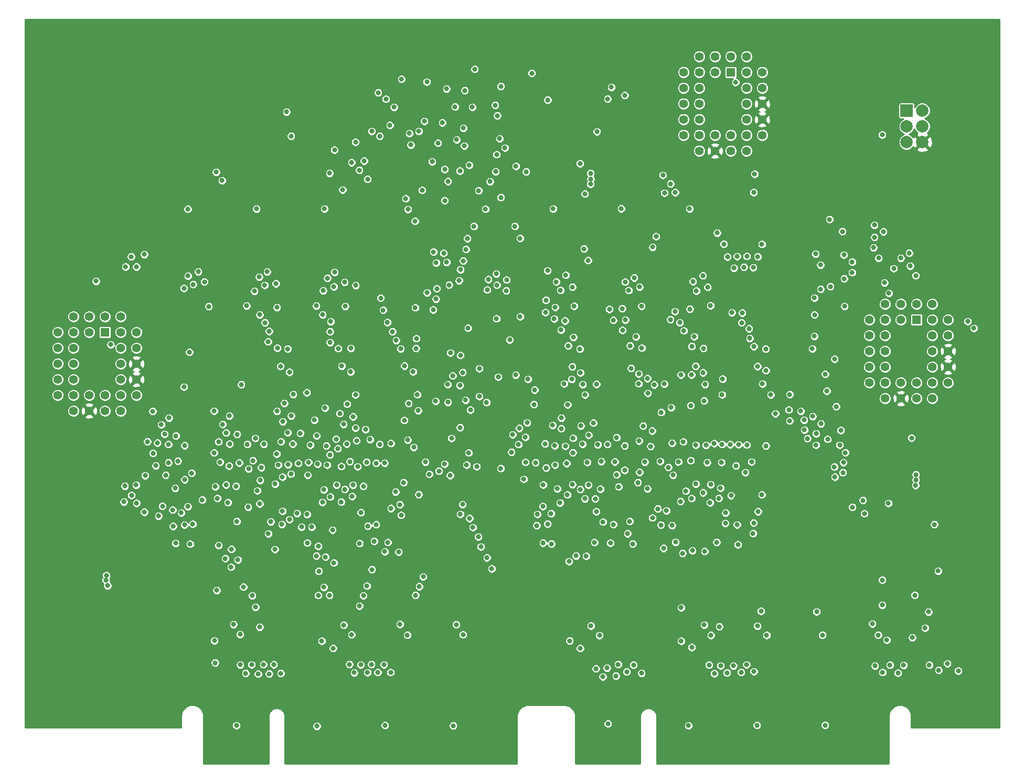
<source format=gbr>
G04 #@! TF.GenerationSoftware,KiCad,Pcbnew,(5.0.0)*
G04 #@! TF.CreationDate,2018-10-30T19:14:45-07:00*
G04 #@! TF.ProjectId,alu,616C752E6B696361645F706362000000,rev?*
G04 #@! TF.SameCoordinates,Original*
G04 #@! TF.FileFunction,Copper,L2,Inr,Plane*
G04 #@! TF.FilePolarity,Positive*
%FSLAX46Y46*%
G04 Gerber Fmt 4.6, Leading zero omitted, Abs format (unit mm)*
G04 Created by KiCad (PCBNEW (5.0.0)) date 10/30/18 19:14:45*
%MOMM*%
%LPD*%
G01*
G04 APERTURE LIST*
G04 #@! TA.AperFunction,ViaPad*
%ADD10C,1.397000*%
G04 #@! TD*
G04 #@! TA.AperFunction,ViaPad*
%ADD11R,1.397000X1.397000*%
G04 #@! TD*
G04 #@! TA.AperFunction,ViaPad*
%ADD12C,2.000000*%
G04 #@! TD*
G04 #@! TA.AperFunction,ViaPad*
%ADD13R,2.000000X2.000000*%
G04 #@! TD*
G04 #@! TA.AperFunction,ViaPad*
%ADD14C,0.800000*%
G04 #@! TD*
G04 #@! TA.AperFunction,Conductor*
%ADD15C,0.254000*%
G04 #@! TD*
G04 APERTURE END LIST*
D10*
G04 #@! TO.N,/BOOT_A[13]*
G04 #@! TO.C,U35*
X210810000Y-76380000D03*
G04 #@! TO.N,/BOOT_A[8]*
X213350000Y-78920000D03*
G04 #@! TO.N,VCC*
X208270000Y-76380000D03*
X210810000Y-78920000D03*
G04 #@! TO.N,/BOOT_A[9]*
X210810000Y-81460000D03*
G04 #@! TO.N,/BOOT_A[11]*
X213350000Y-81460000D03*
G04 #@! TO.N,Net-(U35-Pad26)*
X210810000Y-84000000D03*
G04 #@! TO.N,GNDREF*
X213350000Y-84000000D03*
G04 #@! TO.N,/BOOT_A[10]*
X210810000Y-86540000D03*
G04 #@! TO.N,GNDREF*
X213350000Y-86540000D03*
G04 #@! TO.N,/CLU_D7*
X210810000Y-89080000D03*
G04 #@! TO.N,/CLU_D6*
X213350000Y-89080000D03*
G04 #@! TO.N,/CLU_D5*
X210810000Y-91620000D03*
G04 #@! TO.N,/CLU_D4*
X208270000Y-89080000D03*
G04 #@! TO.N,/CLU_D3*
X208270000Y-91620000D03*
G04 #@! TO.N,Net-(U35-Pad17)*
X205730000Y-89080000D03*
G04 #@! TO.N,GNDREF*
X205730000Y-91620000D03*
G04 #@! TO.N,/CLU_D2*
X203190000Y-89080000D03*
G04 #@! TO.N,/CLU_D1*
X203190000Y-91620000D03*
G04 #@! TO.N,/CLU_D0*
X200650000Y-89080000D03*
G04 #@! TO.N,Net-(U35-Pad12)*
X203190000Y-86540000D03*
G04 #@! TO.N,/BOOT_A[0]*
X200650000Y-86540000D03*
G04 #@! TO.N,/BOOT_A[1]*
X203190000Y-84000000D03*
G04 #@! TO.N,/BOOT_A[2]*
X200650000Y-84000000D03*
G04 #@! TO.N,/BOOT_A[3]*
X203190000Y-81460000D03*
G04 #@! TO.N,/BOOT_A[4]*
X200650000Y-81460000D03*
G04 #@! TO.N,/BOOT_A[5]*
X203190000Y-78920000D03*
G04 #@! TO.N,/BOOT_A[6]*
X200650000Y-78920000D03*
G04 #@! TO.N,/BOOT_A[7]*
X203190000Y-76380000D03*
G04 #@! TO.N,/BOOT_A[12]*
X205730000Y-78920000D03*
G04 #@! TO.N,/BOOT_A[14]*
X205730000Y-76380000D03*
D11*
G04 #@! TO.N,Net-(U35-Pad1)*
X208270000Y-78920000D03*
G04 #@! TD*
D12*
G04 #@! TO.N,GNDREF*
G04 #@! TO.C,J1*
X209200000Y-50215000D03*
G04 #@! TO.N,/~BOOT_ALU_WR*
X209200000Y-47675000D03*
G04 #@! TO.N,/BOOT_ALU_EN*
X209200000Y-45135000D03*
G04 #@! TO.N,VCC*
X206660000Y-50215000D03*
G04 #@! TO.N,/~BOOT_A[15]*
X206660000Y-47675000D03*
D13*
G04 #@! TO.N,/BOOT_A[15]*
X206660000Y-45135000D03*
G04 #@! TD*
D10*
G04 #@! TO.N,Net-(U15-Pad30)*
G04 #@! TO.C,U15*
X180810000Y-36380000D03*
G04 #@! TO.N,/BOOT_A[8]*
X183350000Y-38920000D03*
G04 #@! TO.N,VCC*
X178270000Y-36380000D03*
X180810000Y-38920000D03*
G04 #@! TO.N,/BOOT_A[9]*
X180810000Y-41460000D03*
G04 #@! TO.N,/BOOT_A[11]*
X183350000Y-41460000D03*
G04 #@! TO.N,Net-(U15-Pad26)*
X180810000Y-44000000D03*
G04 #@! TO.N,GNDREF*
X183350000Y-44000000D03*
G04 #@! TO.N,/BOOT_A[10]*
X180810000Y-46540000D03*
G04 #@! TO.N,GNDREF*
X183350000Y-46540000D03*
G04 #@! TO.N,Net-(U15-Pad22)*
X180810000Y-49080000D03*
G04 #@! TO.N,Net-(U15-Pad21)*
X183350000Y-49080000D03*
G04 #@! TO.N,Net-(U15-Pad20)*
X180810000Y-51620000D03*
G04 #@! TO.N,Net-(U15-Pad19)*
X178270000Y-49080000D03*
G04 #@! TO.N,Net-(U15-Pad18)*
X178270000Y-51620000D03*
G04 #@! TO.N,Net-(U15-Pad17)*
X175730000Y-49080000D03*
G04 #@! TO.N,GNDREF*
X175730000Y-51620000D03*
G04 #@! TO.N,/SLICE1_CIN*
X173190000Y-49080000D03*
G04 #@! TO.N,/SLICE1_P*
X173190000Y-51620000D03*
G04 #@! TO.N,/SLICE1_G*
X170650000Y-49080000D03*
G04 #@! TO.N,Net-(U15-Pad12)*
X173190000Y-46540000D03*
G04 #@! TO.N,/BOOT_A[0]*
X170650000Y-46540000D03*
G04 #@! TO.N,/BOOT_A[1]*
X173190000Y-44000000D03*
G04 #@! TO.N,/BOOT_A[2]*
X170650000Y-44000000D03*
G04 #@! TO.N,/BOOT_A[3]*
X173190000Y-41460000D03*
G04 #@! TO.N,/BOOT_A[4]*
X170650000Y-41460000D03*
G04 #@! TO.N,/BOOT_A[5]*
X173190000Y-38920000D03*
G04 #@! TO.N,/BOOT_A[6]*
X170650000Y-38920000D03*
G04 #@! TO.N,/BOOT_A[7]*
X173190000Y-36380000D03*
G04 #@! TO.N,/BOOT_A[12]*
X175730000Y-38920000D03*
G04 #@! TO.N,Net-(U15-Pad2)*
X175730000Y-36380000D03*
D11*
G04 #@! TO.N,Net-(U15-Pad1)*
X178270000Y-38920000D03*
G04 #@! TD*
G04 #@! TO.N,Net-(U36-Pad1)*
G04 #@! TO.C,U36*
X77270000Y-80920000D03*
D10*
G04 #@! TO.N,Net-(U36-Pad2)*
X74730000Y-78380000D03*
G04 #@! TO.N,/BOOT_A[12]*
X74730000Y-80920000D03*
G04 #@! TO.N,/BOOT_A[7]*
X72190000Y-78380000D03*
G04 #@! TO.N,/BOOT_A[6]*
X69650000Y-80920000D03*
G04 #@! TO.N,/BOOT_A[5]*
X72190000Y-80920000D03*
G04 #@! TO.N,/BOOT_A[4]*
X69650000Y-83460000D03*
G04 #@! TO.N,/BOOT_A[3]*
X72190000Y-83460000D03*
G04 #@! TO.N,/BOOT_A[2]*
X69650000Y-86000000D03*
G04 #@! TO.N,/BOOT_A[1]*
X72190000Y-86000000D03*
G04 #@! TO.N,/BOOT_A[0]*
X69650000Y-88540000D03*
G04 #@! TO.N,Net-(U36-Pad12)*
X72190000Y-88540000D03*
G04 #@! TO.N,/SLICE2_D[0]*
X69650000Y-91080000D03*
G04 #@! TO.N,/SLICE2_D[1]*
X72190000Y-93620000D03*
G04 #@! TO.N,/SLICE2_D[2]*
X72190000Y-91080000D03*
G04 #@! TO.N,GNDREF*
X74730000Y-93620000D03*
G04 #@! TO.N,Net-(U36-Pad17)*
X74730000Y-91080000D03*
G04 #@! TO.N,/SLICE2_D[3]*
X77270000Y-93620000D03*
G04 #@! TO.N,/SLICE2_D[4]*
X77270000Y-91080000D03*
G04 #@! TO.N,Net-(U36-Pad20)*
X79810000Y-93620000D03*
G04 #@! TO.N,Net-(U36-Pad21)*
X82350000Y-91080000D03*
G04 #@! TO.N,Net-(U36-Pad22)*
X79810000Y-91080000D03*
G04 #@! TO.N,GNDREF*
X82350000Y-88540000D03*
G04 #@! TO.N,/BOOT_A[10]*
X79810000Y-88540000D03*
G04 #@! TO.N,GNDREF*
X82350000Y-86000000D03*
G04 #@! TO.N,Net-(U36-Pad26)*
X79810000Y-86000000D03*
G04 #@! TO.N,/BOOT_A[11]*
X82350000Y-83460000D03*
G04 #@! TO.N,/BOOT_A[9]*
X79810000Y-83460000D03*
G04 #@! TO.N,VCC*
X79810000Y-80920000D03*
X77270000Y-78380000D03*
G04 #@! TO.N,/BOOT_A[8]*
X82350000Y-80920000D03*
G04 #@! TO.N,Net-(U36-Pad30)*
X79810000Y-78380000D03*
G04 #@! TD*
D14*
G04 #@! TO.N,VCC*
X98500000Y-144450000D03*
X111475000Y-144550000D03*
X122475000Y-144425000D03*
X133475000Y-144500000D03*
X158450000Y-144175000D03*
X171450000Y-144475000D03*
X182500000Y-144425000D03*
X193500000Y-144400000D03*
X136575000Y-44550000D03*
X123925000Y-44550000D03*
X117075000Y-53500000D03*
X130075000Y-53375000D03*
X155650000Y-55250000D03*
X155675000Y-56175000D03*
X155650000Y-56975000D03*
X179050000Y-40550000D03*
X194225000Y-62700000D03*
X195025000Y-85250000D03*
X175004681Y-76621674D03*
X163869202Y-76711485D03*
X153000000Y-76700000D03*
X142027247Y-74217010D03*
X140451902Y-78727133D03*
X132825000Y-73275000D03*
X116050000Y-76725000D03*
X105025000Y-76900000D03*
X94025000Y-76750000D03*
X78185103Y-82908522D03*
X184725000Y-91025000D03*
X173977029Y-92001388D03*
X154750000Y-91025000D03*
X135000000Y-87425000D03*
X127675000Y-91000000D03*
X117700000Y-91025000D03*
X107650000Y-90950000D03*
X133200000Y-98050000D03*
X89050000Y-101725000D03*
X83625000Y-109975000D03*
X98950000Y-102025000D03*
X98550000Y-111475000D03*
X119500000Y-101900000D03*
X118575000Y-110050000D03*
X146775000Y-102000000D03*
X157375000Y-101800000D03*
X156575000Y-109900000D03*
X176775000Y-101950000D03*
X207450000Y-98000000D03*
X208150000Y-104775000D03*
X208150000Y-103925000D03*
X208100000Y-105675000D03*
X203703145Y-108550847D03*
X211125000Y-111975000D03*
X210200000Y-126100000D03*
X201125000Y-128025000D03*
X207575000Y-130250000D03*
X192125000Y-126075000D03*
X183150000Y-125975000D03*
X174000000Y-128200000D03*
X171975000Y-131825000D03*
X155700000Y-128350000D03*
X153975000Y-131975000D03*
X133975000Y-128150000D03*
X124875000Y-128100000D03*
X115825000Y-128225000D03*
X114100000Y-131975000D03*
X98025000Y-128125000D03*
X95050000Y-134325000D03*
X77425000Y-121000000D03*
X77500000Y-120225000D03*
X77700000Y-121850000D03*
X164883038Y-90766971D03*
X177434143Y-110099992D03*
X166877619Y-101774993D03*
X108489310Y-102094662D03*
G04 #@! TO.N,/rdb[31]*
X88672611Y-115009906D03*
G04 #@! TO.N,/rdb[30]*
X90100000Y-112050000D03*
G04 #@! TO.N,/rdb[29]*
X91009011Y-115133273D03*
G04 #@! TO.N,/rdb[28]*
X91434012Y-111917010D03*
G04 #@! TO.N,/rdb[27]*
X95618923Y-115351029D03*
G04 #@! TO.N,/rdb[26]*
X97675000Y-115975000D03*
G04 #@! TO.N,/rdb[25]*
X96700000Y-117475000D03*
G04 #@! TO.N,/rdb[24]*
X98725000Y-117700000D03*
G04 #@! TO.N,/rs1b[31]*
X84125000Y-98600000D03*
X85925000Y-110600000D03*
X99625000Y-122075000D03*
G04 #@! TO.N,/rs1b[30]*
X101042010Y-123475000D03*
G04 #@! TO.N,/rs1b[29]*
X101575000Y-125325000D03*
G04 #@! TO.N,/rs1b[28]*
X102250000Y-128550000D03*
G04 #@! TO.N,/rs1b[27]*
X102907990Y-99000000D03*
G04 #@! TO.N,/rs1b[26]*
X103642010Y-113468689D03*
G04 #@! TO.N,/rs1b[25]*
X104032990Y-111525000D03*
G04 #@! TO.N,/rs1b[24]*
X104700000Y-116000000D03*
G04 #@! TO.N,/rdb[23]*
X108999747Y-112382507D03*
G04 #@! TO.N,/rdb[22]*
X109933121Y-114954636D03*
G04 #@! TO.N,/rdb[21]*
X110649616Y-112382381D03*
G04 #@! TO.N,/rdb[20]*
X111700000Y-115475000D03*
G04 #@! TO.N,/rdb[19]*
X118372087Y-115036101D03*
G04 #@! TO.N,/rdb[18]*
X119698975Y-112221989D03*
G04 #@! TO.N,/rdb[17]*
X120726317Y-114678881D03*
G04 #@! TO.N,/rdb[16]*
X121032990Y-112000000D03*
G04 #@! TO.N,/rs2b[31]*
X127400000Y-123400000D03*
X87082401Y-104025281D03*
X86553154Y-109020743D03*
G04 #@! TO.N,/rs2b[30]*
X128000000Y-122000000D03*
X89588380Y-110102129D03*
X90125000Y-104725000D03*
G04 #@! TO.N,/rs2b[29]*
X128625000Y-120425000D03*
X88200000Y-109625000D03*
X88600000Y-106125000D03*
G04 #@! TO.N,/rs2b[28]*
X125075000Y-110475000D03*
X90644847Y-109067010D03*
X91271988Y-103677096D03*
G04 #@! TO.N,/rs2b[27]*
X100239967Y-99031651D03*
X123425000Y-109382990D03*
X100375000Y-109157990D03*
G04 #@! TO.N,/rs2b[26]*
X124185485Y-106716204D03*
X101157931Y-101653843D03*
X101866607Y-106523507D03*
G04 #@! TO.N,/rs2b[25]*
X124867906Y-108758831D03*
X101550000Y-98050000D03*
X102250000Y-108625000D03*
G04 #@! TO.N,/rs2b[24]*
X125470420Y-105207651D03*
X102322955Y-104833625D03*
X102491943Y-102775000D03*
G04 #@! TO.N,/rs2b[23]*
X125575000Y-95150000D03*
X111075000Y-95100000D03*
X110397650Y-99145061D03*
G04 #@! TO.N,/rs2b[22]*
X126142010Y-98325000D03*
X111600000Y-102225000D03*
G04 #@! TO.N,/rs2b[21]*
X127100000Y-99500000D03*
X111436526Y-97654494D03*
G04 #@! TO.N,/rs2b[20]*
X127816686Y-93589075D03*
X112786890Y-93151819D03*
X113125000Y-102375000D03*
G04 #@! TO.N,/rs2b[19]*
X128986019Y-101873428D03*
X120050000Y-98250000D03*
G04 #@! TO.N,/rs2b[18]*
X121043515Y-102081970D03*
X129625000Y-103850000D03*
G04 #@! TO.N,/rs2b[17]*
X121611956Y-99025000D03*
X131175000Y-103350000D03*
G04 #@! TO.N,/rs2b[16]*
X132075000Y-102200000D03*
X122417010Y-102060311D03*
G04 #@! TO.N,/rs1b[23]*
X118350000Y-125150000D03*
X111700000Y-123425000D03*
X114000000Y-112875000D03*
X110000000Y-104000000D03*
X113018338Y-99274166D03*
X109889372Y-110352332D03*
G04 #@! TO.N,/rs1b[22]*
X118975000Y-123475000D03*
X113500000Y-123400000D03*
X114213297Y-118182990D03*
X108275000Y-110177120D03*
X113578014Y-100725000D03*
X107300000Y-103825000D03*
G04 #@! TO.N,/rs1b[21]*
X119550000Y-121900000D03*
X112600000Y-122125000D03*
X112867900Y-117225395D03*
X114575000Y-98175000D03*
X105925000Y-104300000D03*
X107050000Y-111175000D03*
G04 #@! TO.N,/rs1b[20]*
X120350000Y-119250000D03*
X111785649Y-119517010D03*
X104725000Y-105425000D03*
X105825000Y-111950000D03*
X115425000Y-102600002D03*
X111400000Y-117050000D03*
G04 #@! TO.N,/rs1b[19]*
X123425000Y-98875000D03*
G04 #@! TO.N,/rs1b[18]*
X122925000Y-114875000D03*
G04 #@! TO.N,/rs1b[17]*
X122434148Y-116365852D03*
G04 #@! TO.N,/rs1b[16]*
X124675000Y-116425000D03*
G04 #@! TO.N,/~alu_oe*
X170275000Y-130800000D03*
X152275000Y-130775000D03*
X112275000Y-130800000D03*
X94925000Y-130750000D03*
X203450000Y-130650000D03*
G04 #@! TO.N,/alu_f[0]*
X162690482Y-72132990D03*
X114325000Y-71225000D03*
X103450000Y-71150000D03*
X92325000Y-71150000D03*
X107325000Y-94425000D03*
X97350000Y-94425000D03*
X97392010Y-98975000D03*
X87596943Y-94767009D03*
X107584327Y-98971008D03*
X87510136Y-99043827D03*
X175606657Y-98886735D03*
X130832990Y-73867914D03*
X165593937Y-96856574D03*
X117325000Y-94571033D03*
X145401713Y-95520057D03*
X173775000Y-71775000D03*
X151650000Y-71700000D03*
X140425000Y-71475000D03*
X117875000Y-98425000D03*
X145125000Y-97875000D03*
X150925000Y-94775000D03*
X156100000Y-95575000D03*
X155350000Y-97550000D03*
X196775000Y-100375000D03*
X165319172Y-99355257D03*
X164825000Y-106200000D03*
G04 #@! TO.N,/alu_f[1]*
X150792010Y-74133733D03*
X106775000Y-97150000D03*
X96825000Y-97175000D03*
X86900000Y-97375000D03*
X172712063Y-74243120D03*
X161793280Y-74150376D03*
X91513979Y-73194642D03*
X95850000Y-101900000D03*
X130701219Y-75557936D03*
X174475229Y-101969667D03*
X140525000Y-73300000D03*
X114225000Y-73575000D03*
X103050000Y-73325000D03*
X117703736Y-96378966D03*
X195850000Y-99150000D03*
X164407077Y-101872744D03*
X163279480Y-105214882D03*
X105250000Y-102375000D03*
X116799998Y-101825000D03*
X85475000Y-102475000D03*
G04 #@! TO.N,/alu_f[2]*
X138675000Y-61025000D03*
X149600000Y-60975000D03*
X160600000Y-60950000D03*
X171625000Y-60975000D03*
X112700000Y-60975000D03*
X101725000Y-60975000D03*
X90650000Y-61025000D03*
X126173021Y-61061554D03*
X197901979Y-109181971D03*
X97625000Y-118850000D03*
X95300000Y-122625000D03*
X178325000Y-107300000D03*
G04 #@! TO.N,/alu_f[3]*
X196029990Y-96775000D03*
X174269780Y-99176991D03*
X154075000Y-96050000D03*
X149525000Y-95950000D03*
X150125000Y-72775000D03*
X161225000Y-72800000D03*
X172175000Y-72725000D03*
X96275000Y-95800000D03*
X86350000Y-95850000D03*
X144009502Y-99045383D03*
X113163933Y-72195927D03*
X144149298Y-96428074D03*
X139155027Y-72381390D03*
X129250000Y-74525000D03*
X102163675Y-71992727D03*
X90675000Y-71825000D03*
X85725000Y-98800000D03*
X95625000Y-98625000D03*
X105975000Y-95350000D03*
X116284537Y-98977993D03*
X115780209Y-95790023D03*
X154358848Y-98995972D03*
X163475000Y-98475000D03*
X164128638Y-96072955D03*
X163550000Y-103550000D03*
X105675000Y-98600000D03*
G04 #@! TO.N,/rdb[15]*
X146950000Y-112150000D03*
G04 #@! TO.N,/rdb[7]*
X167000000Y-112075000D03*
G04 #@! TO.N,/rs1b[12]*
X147075000Y-110325000D03*
X145550479Y-88498021D03*
X152600959Y-88498020D03*
X152175000Y-117952935D03*
G04 #@! TO.N,/rdb[14]*
X147984011Y-114969971D03*
G04 #@! TO.N,/rdb[13]*
X148700009Y-111893827D03*
G04 #@! TO.N,/rdb[12]*
X149318023Y-115116741D03*
G04 #@! TO.N,/rdb[11]*
X156275000Y-114875000D03*
G04 #@! TO.N,/rdb[10]*
X157650000Y-111575000D03*
G04 #@! TO.N,/rdb[9]*
X158859011Y-114975000D03*
G04 #@! TO.N,/rdb[8]*
X159332990Y-111975000D03*
G04 #@! TO.N,/rdb[6]*
X167425000Y-115825004D03*
G04 #@! TO.N,/rdb[5]*
X168792010Y-112134148D03*
G04 #@! TO.N,/rdb[4]*
X169359992Y-114827566D03*
G04 #@! TO.N,/rdb[3]*
X176000000Y-114850000D03*
G04 #@! TO.N,/rdb[2]*
X177400086Y-111790011D03*
G04 #@! TO.N,/rdb[1]*
X179425000Y-115225000D03*
G04 #@! TO.N,/rdb[0]*
X199834265Y-110221476D03*
X179290022Y-112024329D03*
G04 #@! TO.N,/rs2b[15]*
X148298979Y-98944602D03*
X185474912Y-94076728D03*
G04 #@! TO.N,/rs2b[14]*
X187636428Y-93454246D03*
X149900000Y-102375000D03*
G04 #@! TO.N,/rs2b[13]*
X149867010Y-99257256D03*
X189575000Y-93675000D03*
G04 #@! TO.N,/rs2b[12]*
X187775000Y-95233946D03*
X151775000Y-102100000D03*
G04 #@! TO.N,/rs2b[11]*
X191500000Y-94525000D03*
X158369486Y-99039956D03*
G04 #@! TO.N,/rs2b[10]*
X190112843Y-95107990D03*
X159570348Y-101852713D03*
G04 #@! TO.N,/rs2b[9]*
X159850004Y-97925000D03*
X192825000Y-95700000D03*
G04 #@! TO.N,/rs2b[8]*
X190166054Y-96707990D03*
X161147955Y-103199999D03*
G04 #@! TO.N,/rs2b[7]*
X190650000Y-98100000D03*
X168790024Y-98834847D03*
G04 #@! TO.N,/rs2b[6]*
X192050000Y-97300000D03*
X169833480Y-101877349D03*
G04 #@! TO.N,/rs2b[5]*
X170600000Y-98625000D03*
X193900000Y-98200000D03*
G04 #@! TO.N,/rs2b[4]*
X192029466Y-99154466D03*
X171825000Y-101650000D03*
G04 #@! TO.N,/rs2b[3]*
X195075002Y-104300000D03*
X178193597Y-99058395D03*
G04 #@! TO.N,/rs2b[2]*
X196375000Y-103600000D03*
X180625004Y-103575000D03*
G04 #@! TO.N,/rs2b[1]*
X195000000Y-102675000D03*
X179527608Y-99063827D03*
G04 #@! TO.N,/rs2b[0]*
X196450000Y-101975000D03*
X181633335Y-101857578D03*
G04 #@! TO.N,/rs1b[15]*
X151575396Y-99327043D03*
G04 #@! TO.N,/rs1b[14]*
X151392010Y-89246027D03*
X154942059Y-117082942D03*
X146625000Y-90250002D03*
X147950000Y-109050000D03*
G04 #@! TO.N,/rs1b[13]*
X153299998Y-117025000D03*
X151950000Y-92632990D03*
X146503927Y-92581815D03*
X149271988Y-110212018D03*
G04 #@! TO.N,/rs1b[11]*
X161167668Y-99278551D03*
G04 #@! TO.N,/rs1b[10]*
X161617010Y-113450000D03*
G04 #@! TO.N,/rs1b[9]*
X161973021Y-111475000D03*
G04 #@! TO.N,/rs1b[8]*
X162454032Y-115120916D03*
G04 #@! TO.N,/rs1b[7]*
X183950000Y-99273021D03*
X176425000Y-128500000D03*
X182575000Y-128375000D03*
X172625000Y-99150000D03*
G04 #@! TO.N,/rs1b[6]*
X167902729Y-109747271D03*
X170235473Y-87807988D03*
X174054559Y-116320441D03*
X165925000Y-89400000D03*
G04 #@! TO.N,/rs1b[5]*
X171805082Y-92764568D03*
X172075000Y-116200000D03*
X167043381Y-93869823D03*
X166502122Y-109449187D03*
G04 #@! TO.N,/rs1b[4]*
X170500000Y-116625000D03*
X171925000Y-87800000D03*
X164827884Y-88385403D03*
X165625000Y-110900000D03*
G04 #@! TO.N,/rs1b[3]*
X180861620Y-99127255D03*
G04 #@! TO.N,/rs1b[2]*
X181875000Y-113425000D03*
G04 #@! TO.N,/rs1b[1]*
X181973021Y-111718180D03*
G04 #@! TO.N,/rs1b[0]*
X182675000Y-109892010D03*
G04 #@! TO.N,/~BOOT_RST*
X196584148Y-72259148D03*
X216525000Y-79175000D03*
X196633483Y-76732990D03*
G04 #@! TO.N,/BOOT_A[1]*
X182625000Y-68725000D03*
X182600000Y-86440980D03*
X172600000Y-86400000D03*
X152700000Y-86500000D03*
X125600000Y-86350000D03*
X115475000Y-86375000D03*
X105607990Y-86422069D03*
X162175000Y-86750000D03*
G04 #@! TO.N,/BOOT_A[2]*
X181910885Y-70464115D03*
X171992010Y-83200000D03*
X162025000Y-83100000D03*
X152025000Y-83100000D03*
X125000000Y-83600000D03*
X105100000Y-83475000D03*
X114917010Y-83550000D03*
X182009020Y-83225000D03*
G04 #@! TO.N,/BOOT_A[3]*
X180875000Y-68650000D03*
X124278352Y-82246648D03*
X103600000Y-82450000D03*
X113600000Y-82575000D03*
X152875000Y-81725000D03*
X162975000Y-81650000D03*
X172375000Y-81625000D03*
X181342010Y-81900000D03*
G04 #@! TO.N,/BOOT_A[4]*
X180400000Y-70400000D03*
X170692010Y-80675000D03*
X160800000Y-80600000D03*
X150875000Y-80550000D03*
X123675000Y-80825000D03*
X113600000Y-80825000D03*
X103775000Y-80775000D03*
X181225000Y-80349996D03*
G04 #@! TO.N,/BOOT_A[5]*
X180025000Y-79374996D03*
X179300000Y-68675000D03*
X170046988Y-79359595D03*
X122848851Y-79325000D03*
X103100000Y-79375000D03*
X113700000Y-79200000D03*
X151525000Y-79075000D03*
X161275000Y-78924998D03*
G04 #@! TO.N,/BOOT_A[6]*
X178800000Y-70550000D03*
X122181850Y-77350000D03*
X102250000Y-78100000D03*
X112392010Y-78100000D03*
X149775000Y-78750000D03*
X159324998Y-78975000D03*
X168525000Y-78875000D03*
X180125000Y-77800000D03*
G04 #@! TO.N,/BOOT_A[7]*
X177750000Y-68750000D03*
X169283942Y-77564869D03*
X158679594Y-77216619D03*
X178464666Y-77742010D03*
X111375000Y-76650000D03*
X100125000Y-76650000D03*
X121766169Y-75400684D03*
X148350000Y-77725000D03*
G04 #@! TO.N,/~BOOT_RCO*
X192750000Y-70050000D03*
X191775079Y-75368216D03*
G04 #@! TO.N,/BOOT_A[0]*
X183950000Y-87107990D03*
X183300000Y-66700000D03*
X173800000Y-87450000D03*
X154000000Y-87475000D03*
X163425000Y-87650000D03*
X127000000Y-87300000D03*
X116925002Y-87325000D03*
X107050000Y-87375000D03*
G04 #@! TO.N,/BOOT_A[11]*
X205725000Y-68950000D03*
X201469275Y-65572139D03*
X83625000Y-68350000D03*
X130300000Y-67950000D03*
G04 #@! TO.N,/BOOT_A[12]*
X203100000Y-72925000D03*
X201325000Y-67262162D03*
X141175000Y-59150000D03*
X132096933Y-59646933D03*
X75825000Y-72675000D03*
X125817010Y-59334253D03*
G04 #@! TO.N,/BOOT_A[10]*
X207075000Y-68125000D03*
X80600000Y-70350000D03*
X130725000Y-69700000D03*
X202900000Y-64675000D03*
G04 #@! TO.N,/BOOT_A[9]*
X207235573Y-70203869D03*
X201450305Y-63616555D03*
X131925000Y-68150000D03*
X81500000Y-68725000D03*
G04 #@! TO.N,/BOOT_A[8]*
X208125000Y-71775000D03*
X82350000Y-70350000D03*
X196292010Y-64643046D03*
X132417010Y-69622572D03*
G04 #@! TO.N,/BOOT_A[13]*
X204575000Y-70625000D03*
X168550000Y-56950000D03*
X127925000Y-48450000D03*
X202125000Y-68950000D03*
X196525000Y-68425000D03*
G04 #@! TO.N,/BOOT_A[14]*
X167325000Y-55550000D03*
X197857990Y-69561712D03*
X126625000Y-50650000D03*
G04 #@! TO.N,/BOOT_A[15]*
X197875000Y-71275009D03*
X163400000Y-89225000D03*
X154375000Y-89350000D03*
X183398385Y-89254032D03*
X183282990Y-107175000D03*
X193775000Y-90425000D03*
X123257469Y-47476979D03*
X126275000Y-92425000D03*
X116350000Y-92525000D03*
X106225000Y-92400000D03*
X97125000Y-108425000D03*
X127900000Y-107150000D03*
X133025000Y-84250000D03*
X127532990Y-81936059D03*
X127350000Y-76950000D03*
X117167537Y-107433422D03*
X135125008Y-47953069D03*
X128818298Y-46824313D03*
X174116945Y-89350000D03*
X82375240Y-108537380D03*
X202725000Y-49025000D03*
X130250000Y-77300000D03*
X176350000Y-107750000D03*
X156400000Y-107825000D03*
X105918772Y-109821111D03*
G04 #@! TO.N,/cin[0]*
X176875000Y-91025000D03*
X187800000Y-90975000D03*
X140497065Y-52225000D03*
X131721064Y-47070968D03*
X179113766Y-102494896D03*
X132633077Y-92233056D03*
X140600000Y-45950000D03*
X167575000Y-58424994D03*
X137700000Y-91275000D03*
G04 #@! TO.N,/p[0]*
X176075000Y-64875000D03*
X121625000Y-49250000D03*
X136250000Y-93475000D03*
X127303199Y-62978505D03*
X130645415Y-92068250D03*
X126400437Y-48798054D03*
G04 #@! TO.N,/g[0]*
X177150000Y-66675000D03*
X148700000Y-70975000D03*
X148725000Y-43400000D03*
X148456946Y-75742010D03*
X135874998Y-80250000D03*
X137700000Y-86792010D03*
X122625000Y-43250000D03*
X135475000Y-91900000D03*
G04 #@! TO.N,/p[6]*
X95225001Y-55050000D03*
X132113306Y-54607990D03*
X140327113Y-54982109D03*
G04 #@! TO.N,/p[1]*
X165650000Y-67175000D03*
X156675000Y-48525000D03*
X120325000Y-48450000D03*
X134415130Y-72575000D03*
G04 #@! TO.N,/g[1]*
X166225000Y-65450000D03*
X158400000Y-43225000D03*
X121375000Y-42225000D03*
X134650000Y-70800000D03*
G04 #@! TO.N,/g[4]*
X135275000Y-50808055D03*
X114321123Y-51473516D03*
X141825000Y-51150000D03*
G04 #@! TO.N,/p[5]*
X133775000Y-44500000D03*
X106575000Y-45325000D03*
X140247065Y-44241054D03*
G04 #@! TO.N,/p[4]*
X113525000Y-55225000D03*
X134564129Y-54864576D03*
X142600000Y-82150000D03*
X117725000Y-73350000D03*
G04 #@! TO.N,/g[3]*
X144275000Y-65750000D03*
X135762229Y-65787763D03*
X145250000Y-55000000D03*
X118324996Y-54750000D03*
G04 #@! TO.N,/g[5]*
X107317010Y-49250000D03*
X140980711Y-49648021D03*
X134033384Y-49819968D03*
G04 #@! TO.N,/g[2]*
X155250000Y-69325000D03*
X119650000Y-56192010D03*
X154725000Y-58575000D03*
X135105448Y-69395392D03*
G04 #@! TO.N,/p[2]*
X135550000Y-67525000D03*
X154582990Y-67450000D03*
X119090988Y-53244372D03*
X153950000Y-53674998D03*
G04 #@! TO.N,/cin[7]*
X90125000Y-99225000D03*
X90025000Y-89750000D03*
X133400000Y-87950000D03*
G04 #@! TO.N,/cin[6]*
X99275000Y-89375000D03*
X132594573Y-89355427D03*
X100445911Y-102983935D03*
G04 #@! TO.N,/cin[5]*
X109850000Y-90675000D03*
X110125000Y-101950000D03*
X134550022Y-89512266D03*
G04 #@! TO.N,/cin[4]*
X137279554Y-102629032D03*
G04 #@! TO.N,/cin[3]*
X135642648Y-102359012D03*
X148475000Y-102825000D03*
X148000000Y-105579922D03*
G04 #@! TO.N,/cin[2]*
X135975000Y-100400000D03*
X159849998Y-103925000D03*
X160181847Y-105873106D03*
G04 #@! TO.N,/cin[1]*
X168655680Y-93081291D03*
X138845274Y-92256917D03*
X168950000Y-104000000D03*
G04 #@! TO.N,/BOOT_CLK*
X191975000Y-68275000D03*
X217500000Y-80275000D03*
X191771100Y-81566253D03*
X191786028Y-78107268D03*
G04 #@! TO.N,/~BOOT_ALU_EN*
X183917010Y-83625000D03*
X163926465Y-83462079D03*
X153925000Y-83625000D03*
X125125000Y-40025000D03*
X128475000Y-57975000D03*
X115625000Y-57925000D03*
X137576980Y-58050000D03*
X116952937Y-83506626D03*
X106765913Y-83625000D03*
X132975000Y-104050000D03*
X90909919Y-84142010D03*
X191435043Y-83583253D03*
X83757990Y-104075000D03*
X141164241Y-41207679D03*
X136950000Y-38425000D03*
X134636369Y-84650502D03*
X199599013Y-108080717D03*
X173867900Y-83525000D03*
X118975000Y-105800000D03*
X98425000Y-105800000D03*
X127475000Y-83525000D03*
X176625000Y-106100000D03*
X157215595Y-106257796D03*
G04 #@! TO.N,/~BOOT_A[15]*
X195300000Y-92925000D03*
X134575000Y-96325000D03*
X117700000Y-50200000D03*
X169300000Y-58325000D03*
X131024204Y-50359125D03*
X182125000Y-55375000D03*
X181975000Y-58325000D03*
G04 #@! TO.N,/~BOOT_ALU_WR*
X176950000Y-88475000D03*
X156600000Y-89325000D03*
X140742501Y-88142010D03*
X194350000Y-73550000D03*
X193525000Y-87692010D03*
X88720262Y-97665988D03*
X174541487Y-73638523D03*
X163558258Y-73611449D03*
X93325872Y-72771163D03*
X156800000Y-99075000D03*
X145132990Y-101925000D03*
X87525000Y-102000000D03*
X142086213Y-72451979D03*
X176859585Y-99039277D03*
X144868380Y-104651161D03*
X143575000Y-87831011D03*
X141146525Y-102925000D03*
X152724013Y-73621048D03*
X115945566Y-72842601D03*
X104866023Y-73061606D03*
X167550000Y-89275000D03*
X98600000Y-97425000D03*
X108800000Y-97250000D03*
X119320120Y-96625002D03*
X168200000Y-102750000D03*
X118050000Y-102625000D03*
X106825000Y-102300000D03*
X97300000Y-102525000D03*
G04 #@! TO.N,/rs1[31]*
X99100000Y-134650000D03*
G04 #@! TO.N,/rs1[30]*
X99975000Y-136025000D03*
G04 #@! TO.N,/rs1[29]*
X100939968Y-134625000D03*
G04 #@! TO.N,/rs1[28]*
X102000000Y-136125000D03*
G04 #@! TO.N,/rs1[27]*
X102850000Y-134600000D03*
G04 #@! TO.N,/rs1[26]*
X103775000Y-136100000D03*
G04 #@! TO.N,/rs1[25]*
X104525461Y-134609013D03*
G04 #@! TO.N,/rs1[24]*
X105650000Y-136025000D03*
G04 #@! TO.N,/rs1[23]*
X116725000Y-134575000D03*
G04 #@! TO.N,/rs1[22]*
X117500000Y-135925000D03*
G04 #@! TO.N,/rs1[21]*
X118550000Y-134650000D03*
G04 #@! TO.N,/rs1[20]*
X119640989Y-135896002D03*
G04 #@! TO.N,/rs1[19]*
X120273979Y-134575000D03*
G04 #@! TO.N,/rs1[18]*
X121300000Y-135875000D03*
G04 #@! TO.N,/rs1[17]*
X122300000Y-134625000D03*
G04 #@! TO.N,/rs1[16]*
X123375000Y-135875000D03*
G04 #@! TO.N,/rs1[12]*
X159750000Y-136450000D03*
G04 #@! TO.N,/rs1[15]*
X156525000Y-135275000D03*
G04 #@! TO.N,/rs1[14]*
X157625000Y-136575000D03*
G04 #@! TO.N,/rs1[13]*
X158300002Y-135150000D03*
G04 #@! TO.N,/rs1[11]*
X160103165Y-134578670D03*
G04 #@! TO.N,/rs1[10]*
X161474998Y-135775000D03*
G04 #@! TO.N,/rs1[9]*
X162575000Y-134675000D03*
G04 #@! TO.N,/rs1[8]*
X163875000Y-136000000D03*
G04 #@! TO.N,/rs1[7]*
X174775000Y-134675000D03*
G04 #@! TO.N,/rs1[6]*
X175625000Y-136050000D03*
G04 #@! TO.N,/rs1[5]*
X176650000Y-134800000D03*
G04 #@! TO.N,/rs1[4]*
X177665989Y-135949274D03*
G04 #@! TO.N,/rs1[3]*
X178700000Y-134825000D03*
G04 #@! TO.N,/rs1[2]*
X179950000Y-135850000D03*
G04 #@! TO.N,/rs1[1]*
X180825000Y-134625000D03*
G04 #@! TO.N,/rs1[0]*
X182000002Y-135725000D03*
G04 #@! TO.N,/BOOT_CLK'*
X211825000Y-135525000D03*
G04 #@! TO.N,/rdb[0]'*
X170275002Y-125425000D03*
X207975001Y-123400001D03*
G04 #@! TO.N,/~alu_oe'*
X201550000Y-134825000D03*
G04 #@! TO.N,/f[0]*
X202775000Y-135875000D03*
G04 #@! TO.N,/f[1]*
X203965988Y-134675000D03*
G04 #@! TO.N,/f[2]*
X205249998Y-135975000D03*
G04 #@! TO.N,/f[3]*
X206175000Y-134725000D03*
G04 #@! TO.N,/~BOOT_ALU_EN'*
X210325000Y-134675000D03*
G04 #@! TO.N,/~BOOT_RST'*
X213229369Y-134456478D03*
G04 #@! TO.N,/g[6]*
X96175000Y-56425000D03*
X132633743Y-56548021D03*
X139422865Y-56580854D03*
G04 #@! TO.N,/p[3]*
X143600000Y-54092010D03*
X136815971Y-63807990D03*
X143425252Y-63807990D03*
X136060890Y-53927413D03*
G04 #@! TO.N,/BOOT_ALU_EN*
X171675000Y-77175000D03*
X160750000Y-77107990D03*
X152800000Y-100375000D03*
X149930197Y-76882989D03*
X144275000Y-78400000D03*
X105025000Y-93675000D03*
X94875000Y-93650000D03*
X94875000Y-100400000D03*
X143071867Y-97455743D03*
X85025000Y-100475000D03*
X84975000Y-93700000D03*
X192775000Y-73957990D03*
X104982990Y-100575364D03*
X202075000Y-129850000D03*
X193075000Y-129850000D03*
X184075000Y-129875000D03*
X175075000Y-129875000D03*
X157075000Y-129900000D03*
X135075000Y-129775000D03*
X126075000Y-129850000D03*
X117075000Y-129775000D03*
X99075000Y-129725000D03*
X202725000Y-120950000D03*
X202725000Y-125000000D03*
X112494243Y-74182579D03*
X101387900Y-74287112D03*
X155115743Y-101944923D03*
X142875000Y-100300000D03*
X203800000Y-74625000D03*
X138953240Y-74071413D03*
X90025000Y-73825000D03*
X115175000Y-94050000D03*
X152825000Y-98025000D03*
X150913697Y-96495418D03*
X114850000Y-99725000D03*
G04 #@! TO.N,GNDREF*
X95525000Y-144450000D03*
X101500000Y-144475000D03*
X108500000Y-144475000D03*
X114550000Y-144475000D03*
X119475000Y-144500000D03*
X125500000Y-144450000D03*
X130500000Y-144525000D03*
X136500000Y-144600000D03*
X155475000Y-144250000D03*
X161500000Y-144325000D03*
X168550000Y-144450000D03*
X174450000Y-144250000D03*
X179450000Y-144375000D03*
X185500000Y-144500000D03*
X190525000Y-144400000D03*
X196525000Y-144425000D03*
X89050000Y-125400000D03*
X105000000Y-131425000D03*
X107075000Y-128500000D03*
X122925000Y-131500000D03*
X131950000Y-131575000D03*
X140925000Y-131550000D03*
X147100000Y-128475000D03*
X162925000Y-131550000D03*
X165050000Y-128400000D03*
X180875000Y-131500000D03*
X189975000Y-131500000D03*
X198925000Y-131500000D03*
X207950000Y-131450000D03*
X216950000Y-131425000D03*
X211050000Y-131500000D03*
X211775000Y-128450000D03*
X215950000Y-116475000D03*
X214000000Y-113775000D03*
X199600000Y-102950000D03*
X207750000Y-100150000D03*
X177525000Y-114900000D03*
X164250000Y-114975000D03*
X166691968Y-114967887D03*
X157525000Y-114975000D03*
X144225000Y-114925000D03*
X146650000Y-115025000D03*
X108950000Y-114950000D03*
X99550000Y-112075000D03*
X96250000Y-112075000D03*
X89675000Y-115050000D03*
X77075000Y-105800000D03*
X149150000Y-104675000D03*
X177780949Y-101894906D03*
X167100000Y-99050000D03*
X146900000Y-99000000D03*
X109050000Y-99025000D03*
X98850000Y-99000000D03*
X88850000Y-99075000D03*
X100200000Y-84950000D03*
X110900000Y-83550000D03*
X121025000Y-83475000D03*
X143700000Y-92075000D03*
X148100000Y-83775000D03*
X158150000Y-83500000D03*
X168050000Y-83550000D03*
X178075000Y-83625000D03*
X196275000Y-81950000D03*
X196200000Y-79350000D03*
X187850000Y-75575000D03*
X201275000Y-72425000D03*
X192900000Y-68750000D03*
X192750000Y-66100000D03*
X175900000Y-74000000D03*
X164968256Y-74024412D03*
X154125000Y-74025000D03*
X94550000Y-73925000D03*
X94550000Y-61075000D03*
X91250000Y-64025000D03*
X102250000Y-63975000D03*
X105550000Y-61075000D03*
X113300000Y-64025000D03*
X116525000Y-61200000D03*
X139300000Y-63900000D03*
X142550000Y-61200000D03*
X150300000Y-63950000D03*
X153525000Y-61200000D03*
X161250000Y-63875000D03*
X164600000Y-61125000D03*
X172225000Y-63850000D03*
X175500000Y-63925000D03*
X136925000Y-57300000D03*
X124000000Y-57525000D03*
X116950000Y-40025000D03*
X130150000Y-40025000D03*
X127156523Y-67408735D03*
X157167636Y-98158972D03*
X92144572Y-105526098D03*
X116392010Y-115000000D03*
X106342010Y-114975000D03*
X86367010Y-115025000D03*
X136850000Y-50525000D03*
X127000000Y-44900000D03*
X115225000Y-51100000D03*
X129650000Y-50100000D03*
X163100000Y-56000000D03*
X163150000Y-56925000D03*
X163175000Y-55175000D03*
X179200000Y-42900000D03*
X196575000Y-85025000D03*
X175000000Y-80175000D03*
X163775000Y-80325000D03*
X152975000Y-80350000D03*
X143675000Y-77325000D03*
X143205638Y-74167010D03*
X132775000Y-77025000D03*
X116025000Y-80375000D03*
X105050000Y-80500000D03*
X94100000Y-80400000D03*
X74575000Y-83450000D03*
X184700000Y-92750000D03*
X176875000Y-89950000D03*
X166350000Y-92650000D03*
X154750000Y-92400000D03*
X140535307Y-92100000D03*
X127575000Y-92550000D03*
X117650000Y-92525000D03*
X107625000Y-92425000D03*
X133150000Y-96500000D03*
X87975000Y-104425000D03*
X83250000Y-108100000D03*
X99950000Y-105800000D03*
X100975000Y-111450000D03*
X120675000Y-104125000D03*
X121050000Y-108250000D03*
X119375000Y-115125000D03*
X145975000Y-105475000D03*
X140850000Y-104259011D03*
X175809241Y-102104323D03*
X178075000Y-105925000D03*
X210125000Y-96950000D03*
X215775000Y-104775000D03*
X215825000Y-104000000D03*
X215775000Y-105600000D03*
X199900000Y-107025000D03*
X211250000Y-110475000D03*
X211025000Y-122625000D03*
X201625000Y-125175000D03*
X193075000Y-122400000D03*
X184100000Y-122475000D03*
X174975000Y-125550000D03*
X172475000Y-135550000D03*
X156800000Y-125500000D03*
X154475000Y-135600000D03*
X135050000Y-125375000D03*
X125875000Y-125425000D03*
X117025000Y-125475000D03*
X113200000Y-134625000D03*
X98750000Y-125300000D03*
X96350000Y-135625000D03*
X85050000Y-121000000D03*
X84925000Y-120175000D03*
X84975000Y-121800000D03*
X194957990Y-60064488D03*
X205775000Y-81450000D03*
X128995533Y-78504467D03*
X116961051Y-74261051D03*
X106230715Y-74130847D03*
X137463812Y-88872956D03*
X119163830Y-99011473D03*
X179154451Y-107818186D03*
X158232862Y-109016054D03*
X170153846Y-102801401D03*
X166121475Y-104947884D03*
X158074773Y-105219313D03*
X111010461Y-103502580D03*
X107615776Y-104750631D03*
G04 #@! TO.N,/~BOOT_WR'*
X214999998Y-135625000D03*
G04 #@! TO.N,/SLICE1_CIN*
X132400000Y-41600000D03*
X159000000Y-41332990D03*
G04 #@! TO.N,/SLICE1_P*
X146150000Y-39075000D03*
X135344533Y-41873963D03*
G04 #@! TO.N,/SLICE1_G*
X161175000Y-42650000D03*
X129225000Y-40475000D03*
G04 #@! TO.N,/CLU_D7*
X139700000Y-119125000D03*
G04 #@! TO.N,/CLU_D6*
X138925000Y-117350000D03*
G04 #@! TO.N,/CLU_D5*
X137957990Y-115575000D03*
G04 #@! TO.N,/CLU_D4*
X137525000Y-113975000D03*
G04 #@! TO.N,/CLU_D3*
X136657990Y-112450000D03*
G04 #@! TO.N,/CLU_D2*
X136107990Y-111000000D03*
G04 #@! TO.N,/CLU_D1*
X134625000Y-110325000D03*
G04 #@! TO.N,/CLU_D0*
X134981417Y-108749824D03*
G04 #@! TO.N,/SLICE2_D[0]*
X82292010Y-105600000D03*
X155300000Y-105600000D03*
X117300000Y-105600000D03*
X114657990Y-105600000D03*
X175031887Y-105513917D03*
X172641534Y-105432990D03*
X152727087Y-105526761D03*
X96815292Y-105574493D03*
G04 #@! TO.N,/SLICE2_D[1]*
X171950000Y-107757990D03*
X154726731Y-107817010D03*
X113625000Y-107509978D03*
X174925000Y-108450000D03*
X151900000Y-107175000D03*
X115400000Y-108350000D03*
X95425000Y-107750000D03*
X81550000Y-107275000D03*
G04 #@! TO.N,/SLICE2_D[2]*
X153992010Y-106300000D03*
X115992010Y-106300000D03*
X173800000Y-106850000D03*
X171024883Y-106572950D03*
X150275000Y-106200000D03*
X112599108Y-106361765D03*
X95075000Y-105850000D03*
X80475000Y-105775000D03*
G04 #@! TO.N,/SLICE2_D[3]*
X80325000Y-108325000D03*
X112375000Y-108390023D03*
X150700000Y-108484011D03*
X170161839Y-108246418D03*
X92975000Y-108000000D03*
G04 #@! TO.N,/cmp[7]*
X209625000Y-128700000D03*
X88277976Y-112268858D03*
X211751615Y-119501616D03*
G04 #@! TD*
D15*
G04 #@! TO.N,GNDREF*
G36*
X221598001Y-144798000D02*
X207424247Y-144798000D01*
X207424247Y-142910118D01*
X207420967Y-142893629D01*
X207401213Y-142665541D01*
X207397404Y-142650706D01*
X207397404Y-142635393D01*
X207380795Y-142570705D01*
X207223031Y-142121459D01*
X207208348Y-142094751D01*
X207198476Y-142065918D01*
X207161809Y-142010097D01*
X206867032Y-141636175D01*
X206844490Y-141615663D01*
X206825811Y-141591583D01*
X206773040Y-141550649D01*
X206373036Y-141292370D01*
X206345066Y-141280266D01*
X206319592Y-141263533D01*
X206256407Y-141241900D01*
X205794309Y-141127114D01*
X205763924Y-141124723D01*
X205734407Y-141117144D01*
X205667621Y-141117143D01*
X205667619Y-141117143D01*
X205193255Y-141158227D01*
X205163734Y-141165807D01*
X205133351Y-141168198D01*
X205070166Y-141189831D01*
X204634683Y-141382356D01*
X204609209Y-141399089D01*
X204581239Y-141411193D01*
X204528476Y-141452120D01*
X204528468Y-141452126D01*
X204528465Y-141452130D01*
X204178826Y-141775332D01*
X204160146Y-141799414D01*
X204137605Y-141819925D01*
X204100938Y-141875745D01*
X203874838Y-142294781D01*
X203864966Y-142323615D01*
X203850284Y-142350322D01*
X203833675Y-142415009D01*
X203756493Y-142878721D01*
X203750247Y-142910119D01*
X203750248Y-150611230D01*
X166324247Y-150611230D01*
X166324247Y-144330391D01*
X170723000Y-144330391D01*
X170723000Y-144619609D01*
X170833679Y-144886813D01*
X171038187Y-145091321D01*
X171305391Y-145202000D01*
X171594609Y-145202000D01*
X171861813Y-145091321D01*
X172066321Y-144886813D01*
X172177000Y-144619609D01*
X172177000Y-144330391D01*
X172156290Y-144280391D01*
X181773000Y-144280391D01*
X181773000Y-144569609D01*
X181883679Y-144836813D01*
X182088187Y-145041321D01*
X182355391Y-145152000D01*
X182644609Y-145152000D01*
X182911813Y-145041321D01*
X183116321Y-144836813D01*
X183227000Y-144569609D01*
X183227000Y-144280391D01*
X183216645Y-144255391D01*
X192773000Y-144255391D01*
X192773000Y-144544609D01*
X192883679Y-144811813D01*
X193088187Y-145016321D01*
X193355391Y-145127000D01*
X193644609Y-145127000D01*
X193911813Y-145016321D01*
X194116321Y-144811813D01*
X194227000Y-144544609D01*
X194227000Y-144255391D01*
X194116321Y-143988187D01*
X193911813Y-143783679D01*
X193644609Y-143673000D01*
X193355391Y-143673000D01*
X193088187Y-143783679D01*
X192883679Y-143988187D01*
X192773000Y-144255391D01*
X183216645Y-144255391D01*
X183116321Y-144013187D01*
X182911813Y-143808679D01*
X182644609Y-143698000D01*
X182355391Y-143698000D01*
X182088187Y-143808679D01*
X181883679Y-144013187D01*
X181773000Y-144280391D01*
X172156290Y-144280391D01*
X172066321Y-144063187D01*
X171861813Y-143858679D01*
X171594609Y-143748000D01*
X171305391Y-143748000D01*
X171038187Y-143858679D01*
X170833679Y-144063187D01*
X170723000Y-144330391D01*
X166324247Y-144330391D01*
X166324247Y-142910118D01*
X166316811Y-142872735D01*
X166316811Y-142872730D01*
X166244497Y-142509181D01*
X166186712Y-142369676D01*
X166186711Y-142369675D01*
X165980776Y-142061473D01*
X165874002Y-141954699D01*
X165565802Y-141748766D01*
X165565801Y-141748765D01*
X165426295Y-141690980D01*
X165062747Y-141618666D01*
X164987247Y-141618667D01*
X164911747Y-141618666D01*
X164548198Y-141690980D01*
X164408693Y-141748765D01*
X164408692Y-141748766D01*
X164100492Y-141954699D01*
X163993718Y-142061473D01*
X163787783Y-142369675D01*
X163787782Y-142369676D01*
X163729997Y-142509182D01*
X163657683Y-142872730D01*
X163657683Y-142872740D01*
X163650248Y-142910118D01*
X163650247Y-145160118D01*
X163650247Y-145160119D01*
X163650248Y-150611230D01*
X153224247Y-150611230D01*
X153224247Y-144030391D01*
X157723000Y-144030391D01*
X157723000Y-144319609D01*
X157833679Y-144586813D01*
X158038187Y-144791321D01*
X158305391Y-144902000D01*
X158594609Y-144902000D01*
X158861813Y-144791321D01*
X159066321Y-144586813D01*
X159177000Y-144319609D01*
X159177000Y-144030391D01*
X159066321Y-143763187D01*
X158861813Y-143558679D01*
X158594609Y-143448000D01*
X158305391Y-143448000D01*
X158038187Y-143558679D01*
X157833679Y-143763187D01*
X157723000Y-144030391D01*
X153224247Y-144030391D01*
X153224247Y-142910118D01*
X153219481Y-142886157D01*
X153175641Y-142539126D01*
X153169077Y-142517176D01*
X153167279Y-142494334D01*
X153145646Y-142431149D01*
X152953121Y-141995666D01*
X152936388Y-141970192D01*
X152924284Y-141942222D01*
X152883357Y-141889459D01*
X152883351Y-141889451D01*
X152883347Y-141889448D01*
X152560145Y-141539809D01*
X152536063Y-141521129D01*
X152515552Y-141498588D01*
X152459732Y-141461921D01*
X152459731Y-141461920D01*
X152459729Y-141461919D01*
X152040696Y-141235821D01*
X152011862Y-141225949D01*
X151985155Y-141211267D01*
X151920468Y-141194658D01*
X151456762Y-141117477D01*
X151425359Y-141111230D01*
X145549135Y-141111230D01*
X145525174Y-141115996D01*
X145178143Y-141159836D01*
X145156193Y-141166400D01*
X145133351Y-141168198D01*
X145070166Y-141189831D01*
X144634683Y-141382356D01*
X144609209Y-141399089D01*
X144581239Y-141411193D01*
X144528476Y-141452120D01*
X144528468Y-141452126D01*
X144528465Y-141452130D01*
X144178826Y-141775332D01*
X144160146Y-141799414D01*
X144137605Y-141819925D01*
X144100938Y-141875745D01*
X143874838Y-142294781D01*
X143864966Y-142323615D01*
X143850284Y-142350322D01*
X143833675Y-142415009D01*
X143756493Y-142878721D01*
X143750247Y-142910119D01*
X143750248Y-150611230D01*
X106324247Y-150611230D01*
X106324247Y-144405391D01*
X110748000Y-144405391D01*
X110748000Y-144694609D01*
X110858679Y-144961813D01*
X111063187Y-145166321D01*
X111330391Y-145277000D01*
X111619609Y-145277000D01*
X111886813Y-145166321D01*
X112091321Y-144961813D01*
X112202000Y-144694609D01*
X112202000Y-144405391D01*
X112150224Y-144280391D01*
X121748000Y-144280391D01*
X121748000Y-144569609D01*
X121858679Y-144836813D01*
X122063187Y-145041321D01*
X122330391Y-145152000D01*
X122619609Y-145152000D01*
X122886813Y-145041321D01*
X123091321Y-144836813D01*
X123202000Y-144569609D01*
X123202000Y-144355391D01*
X132748000Y-144355391D01*
X132748000Y-144644609D01*
X132858679Y-144911813D01*
X133063187Y-145116321D01*
X133330391Y-145227000D01*
X133619609Y-145227000D01*
X133886813Y-145116321D01*
X134091321Y-144911813D01*
X134202000Y-144644609D01*
X134202000Y-144355391D01*
X134091321Y-144088187D01*
X133886813Y-143883679D01*
X133619609Y-143773000D01*
X133330391Y-143773000D01*
X133063187Y-143883679D01*
X132858679Y-144088187D01*
X132748000Y-144355391D01*
X123202000Y-144355391D01*
X123202000Y-144280391D01*
X123091321Y-144013187D01*
X122886813Y-143808679D01*
X122619609Y-143698000D01*
X122330391Y-143698000D01*
X122063187Y-143808679D01*
X121858679Y-144013187D01*
X121748000Y-144280391D01*
X112150224Y-144280391D01*
X112091321Y-144138187D01*
X111886813Y-143933679D01*
X111619609Y-143823000D01*
X111330391Y-143823000D01*
X111063187Y-143933679D01*
X110858679Y-144138187D01*
X110748000Y-144405391D01*
X106324247Y-144405391D01*
X106324247Y-142910118D01*
X106316811Y-142872735D01*
X106316811Y-142872730D01*
X106244497Y-142509181D01*
X106186712Y-142369676D01*
X106186711Y-142369675D01*
X105980776Y-142061473D01*
X105874002Y-141954699D01*
X105565802Y-141748766D01*
X105565801Y-141748765D01*
X105426295Y-141690980D01*
X105062747Y-141618666D01*
X104987247Y-141618667D01*
X104911747Y-141618666D01*
X104548198Y-141690980D01*
X104408693Y-141748765D01*
X104408692Y-141748766D01*
X104100492Y-141954699D01*
X103993718Y-142061473D01*
X103787783Y-142369675D01*
X103787782Y-142369676D01*
X103729997Y-142509182D01*
X103657683Y-142872730D01*
X103657683Y-142872740D01*
X103650248Y-142910118D01*
X103650247Y-145160118D01*
X103650247Y-145160119D01*
X103650248Y-150611230D01*
X93224247Y-150611230D01*
X93224247Y-144305391D01*
X97773000Y-144305391D01*
X97773000Y-144594609D01*
X97883679Y-144861813D01*
X98088187Y-145066321D01*
X98355391Y-145177000D01*
X98644609Y-145177000D01*
X98911813Y-145066321D01*
X99116321Y-144861813D01*
X99227000Y-144594609D01*
X99227000Y-144305391D01*
X99116321Y-144038187D01*
X98911813Y-143833679D01*
X98644609Y-143723000D01*
X98355391Y-143723000D01*
X98088187Y-143833679D01*
X97883679Y-144038187D01*
X97773000Y-144305391D01*
X93224247Y-144305391D01*
X93224247Y-142910118D01*
X93220967Y-142893629D01*
X93201213Y-142665541D01*
X93197404Y-142650706D01*
X93197404Y-142635393D01*
X93180795Y-142570705D01*
X93023031Y-142121459D01*
X93008348Y-142094751D01*
X92998476Y-142065918D01*
X92961809Y-142010097D01*
X92667032Y-141636175D01*
X92644490Y-141615663D01*
X92625811Y-141591583D01*
X92573040Y-141550649D01*
X92173036Y-141292370D01*
X92145066Y-141280266D01*
X92119592Y-141263533D01*
X92056407Y-141241900D01*
X91594309Y-141127114D01*
X91563924Y-141124723D01*
X91534407Y-141117144D01*
X91467621Y-141117143D01*
X91467619Y-141117143D01*
X90993255Y-141158227D01*
X90963734Y-141165807D01*
X90933351Y-141168198D01*
X90870166Y-141189831D01*
X90434683Y-141382356D01*
X90409209Y-141399089D01*
X90381239Y-141411193D01*
X90328476Y-141452120D01*
X90328468Y-141452126D01*
X90328465Y-141452130D01*
X89978826Y-141775332D01*
X89960146Y-141799414D01*
X89937605Y-141819925D01*
X89900938Y-141875745D01*
X89674838Y-142294781D01*
X89664966Y-142323615D01*
X89650284Y-142350322D01*
X89633675Y-142415009D01*
X89556493Y-142878721D01*
X89550247Y-142910119D01*
X89550248Y-144798000D01*
X64402000Y-144798000D01*
X64402000Y-135880391D01*
X99248000Y-135880391D01*
X99248000Y-136169609D01*
X99358679Y-136436813D01*
X99563187Y-136641321D01*
X99830391Y-136752000D01*
X100119609Y-136752000D01*
X100386813Y-136641321D01*
X100591321Y-136436813D01*
X100702000Y-136169609D01*
X100702000Y-135980391D01*
X101273000Y-135980391D01*
X101273000Y-136269609D01*
X101383679Y-136536813D01*
X101588187Y-136741321D01*
X101855391Y-136852000D01*
X102144609Y-136852000D01*
X102411813Y-136741321D01*
X102616321Y-136536813D01*
X102727000Y-136269609D01*
X102727000Y-135980391D01*
X102716645Y-135955391D01*
X103048000Y-135955391D01*
X103048000Y-136244609D01*
X103158679Y-136511813D01*
X103363187Y-136716321D01*
X103630391Y-136827000D01*
X103919609Y-136827000D01*
X104186813Y-136716321D01*
X104391321Y-136511813D01*
X104502000Y-136244609D01*
X104502000Y-135955391D01*
X104470935Y-135880391D01*
X104923000Y-135880391D01*
X104923000Y-136169609D01*
X105033679Y-136436813D01*
X105238187Y-136641321D01*
X105505391Y-136752000D01*
X105794609Y-136752000D01*
X106061813Y-136641321D01*
X106266321Y-136436813D01*
X106377000Y-136169609D01*
X106377000Y-135880391D01*
X106335579Y-135780391D01*
X116773000Y-135780391D01*
X116773000Y-136069609D01*
X116883679Y-136336813D01*
X117088187Y-136541321D01*
X117355391Y-136652000D01*
X117644609Y-136652000D01*
X117911813Y-136541321D01*
X118116321Y-136336813D01*
X118227000Y-136069609D01*
X118227000Y-135780391D01*
X118214989Y-135751393D01*
X118913989Y-135751393D01*
X118913989Y-136040611D01*
X119024668Y-136307815D01*
X119229176Y-136512323D01*
X119496380Y-136623002D01*
X119785598Y-136623002D01*
X120052802Y-136512323D01*
X120257310Y-136307815D01*
X120367989Y-136040611D01*
X120367989Y-135751393D01*
X120359290Y-135730391D01*
X120573000Y-135730391D01*
X120573000Y-136019609D01*
X120683679Y-136286813D01*
X120888187Y-136491321D01*
X121155391Y-136602000D01*
X121444609Y-136602000D01*
X121711813Y-136491321D01*
X121916321Y-136286813D01*
X122027000Y-136019609D01*
X122027000Y-135730391D01*
X122648000Y-135730391D01*
X122648000Y-136019609D01*
X122758679Y-136286813D01*
X122963187Y-136491321D01*
X123230391Y-136602000D01*
X123519609Y-136602000D01*
X123786813Y-136491321D01*
X123847743Y-136430391D01*
X156898000Y-136430391D01*
X156898000Y-136719609D01*
X157008679Y-136986813D01*
X157213187Y-137191321D01*
X157480391Y-137302000D01*
X157769609Y-137302000D01*
X158036813Y-137191321D01*
X158241321Y-136986813D01*
X158352000Y-136719609D01*
X158352000Y-136430391D01*
X158300224Y-136305391D01*
X159023000Y-136305391D01*
X159023000Y-136594609D01*
X159133679Y-136861813D01*
X159338187Y-137066321D01*
X159605391Y-137177000D01*
X159894609Y-137177000D01*
X160161813Y-137066321D01*
X160366321Y-136861813D01*
X160477000Y-136594609D01*
X160477000Y-136305391D01*
X160366321Y-136038187D01*
X160161813Y-135833679D01*
X159894609Y-135723000D01*
X159605391Y-135723000D01*
X159338187Y-135833679D01*
X159133679Y-136038187D01*
X159023000Y-136305391D01*
X158300224Y-136305391D01*
X158241321Y-136163187D01*
X158036813Y-135958679D01*
X157769609Y-135848000D01*
X157480391Y-135848000D01*
X157213187Y-135958679D01*
X157008679Y-136163187D01*
X156898000Y-136430391D01*
X123847743Y-136430391D01*
X123991321Y-136286813D01*
X124102000Y-136019609D01*
X124102000Y-135730391D01*
X123991321Y-135463187D01*
X123786813Y-135258679D01*
X123519609Y-135148000D01*
X123230391Y-135148000D01*
X122963187Y-135258679D01*
X122758679Y-135463187D01*
X122648000Y-135730391D01*
X122027000Y-135730391D01*
X121916321Y-135463187D01*
X121711813Y-135258679D01*
X121444609Y-135148000D01*
X121155391Y-135148000D01*
X120888187Y-135258679D01*
X120683679Y-135463187D01*
X120573000Y-135730391D01*
X120359290Y-135730391D01*
X120257310Y-135484189D01*
X120052802Y-135279681D01*
X119785598Y-135169002D01*
X119496380Y-135169002D01*
X119229176Y-135279681D01*
X119024668Y-135484189D01*
X118913989Y-135751393D01*
X118214989Y-135751393D01*
X118116321Y-135513187D01*
X117911813Y-135308679D01*
X117644609Y-135198000D01*
X117355391Y-135198000D01*
X117088187Y-135308679D01*
X116883679Y-135513187D01*
X116773000Y-135780391D01*
X106335579Y-135780391D01*
X106266321Y-135613187D01*
X106061813Y-135408679D01*
X105794609Y-135298000D01*
X105505391Y-135298000D01*
X105238187Y-135408679D01*
X105033679Y-135613187D01*
X104923000Y-135880391D01*
X104470935Y-135880391D01*
X104391321Y-135688187D01*
X104186813Y-135483679D01*
X103919609Y-135373000D01*
X103630391Y-135373000D01*
X103363187Y-135483679D01*
X103158679Y-135688187D01*
X103048000Y-135955391D01*
X102716645Y-135955391D01*
X102616321Y-135713187D01*
X102411813Y-135508679D01*
X102144609Y-135398000D01*
X101855391Y-135398000D01*
X101588187Y-135508679D01*
X101383679Y-135713187D01*
X101273000Y-135980391D01*
X100702000Y-135980391D01*
X100702000Y-135880391D01*
X100591321Y-135613187D01*
X100386813Y-135408679D01*
X100119609Y-135298000D01*
X99830391Y-135298000D01*
X99563187Y-135408679D01*
X99358679Y-135613187D01*
X99248000Y-135880391D01*
X64402000Y-135880391D01*
X64402000Y-134180391D01*
X94323000Y-134180391D01*
X94323000Y-134469609D01*
X94433679Y-134736813D01*
X94638187Y-134941321D01*
X94905391Y-135052000D01*
X95194609Y-135052000D01*
X95461813Y-134941321D01*
X95666321Y-134736813D01*
X95762178Y-134505391D01*
X98373000Y-134505391D01*
X98373000Y-134794609D01*
X98483679Y-135061813D01*
X98688187Y-135266321D01*
X98955391Y-135377000D01*
X99244609Y-135377000D01*
X99511813Y-135266321D01*
X99716321Y-135061813D01*
X99827000Y-134794609D01*
X99827000Y-134505391D01*
X99816645Y-134480391D01*
X100212968Y-134480391D01*
X100212968Y-134769609D01*
X100323647Y-135036813D01*
X100528155Y-135241321D01*
X100795359Y-135352000D01*
X101084577Y-135352000D01*
X101351781Y-135241321D01*
X101556289Y-135036813D01*
X101666968Y-134769609D01*
X101666968Y-134480391D01*
X101656613Y-134455391D01*
X102123000Y-134455391D01*
X102123000Y-134744609D01*
X102233679Y-135011813D01*
X102438187Y-135216321D01*
X102705391Y-135327000D01*
X102994609Y-135327000D01*
X103261813Y-135216321D01*
X103466321Y-135011813D01*
X103577000Y-134744609D01*
X103577000Y-134464404D01*
X103798461Y-134464404D01*
X103798461Y-134753622D01*
X103909140Y-135020826D01*
X104113648Y-135225334D01*
X104380852Y-135336013D01*
X104670070Y-135336013D01*
X104937274Y-135225334D01*
X105141782Y-135020826D01*
X105252461Y-134753622D01*
X105252461Y-134464404D01*
X105238373Y-134430391D01*
X115998000Y-134430391D01*
X115998000Y-134719609D01*
X116108679Y-134986813D01*
X116313187Y-135191321D01*
X116580391Y-135302000D01*
X116869609Y-135302000D01*
X117136813Y-135191321D01*
X117341321Y-134986813D01*
X117452000Y-134719609D01*
X117452000Y-134505391D01*
X117823000Y-134505391D01*
X117823000Y-134794609D01*
X117933679Y-135061813D01*
X118138187Y-135266321D01*
X118405391Y-135377000D01*
X118694609Y-135377000D01*
X118961813Y-135266321D01*
X119166321Y-135061813D01*
X119277000Y-134794609D01*
X119277000Y-134505391D01*
X119245935Y-134430391D01*
X119546979Y-134430391D01*
X119546979Y-134719609D01*
X119657658Y-134986813D01*
X119862166Y-135191321D01*
X120129370Y-135302000D01*
X120418588Y-135302000D01*
X120685792Y-135191321D01*
X120890300Y-134986813D01*
X121000979Y-134719609D01*
X121000979Y-134480391D01*
X121573000Y-134480391D01*
X121573000Y-134769609D01*
X121683679Y-135036813D01*
X121888187Y-135241321D01*
X122155391Y-135352000D01*
X122444609Y-135352000D01*
X122711813Y-135241321D01*
X122822743Y-135130391D01*
X155798000Y-135130391D01*
X155798000Y-135419609D01*
X155908679Y-135686813D01*
X156113187Y-135891321D01*
X156380391Y-136002000D01*
X156669609Y-136002000D01*
X156936813Y-135891321D01*
X157141321Y-135686813D01*
X157252000Y-135419609D01*
X157252000Y-135130391D01*
X157200224Y-135005391D01*
X157573002Y-135005391D01*
X157573002Y-135294609D01*
X157683681Y-135561813D01*
X157888189Y-135766321D01*
X158155393Y-135877000D01*
X158444611Y-135877000D01*
X158711815Y-135766321D01*
X158847745Y-135630391D01*
X160747998Y-135630391D01*
X160747998Y-135919609D01*
X160858677Y-136186813D01*
X161063185Y-136391321D01*
X161330389Y-136502000D01*
X161619607Y-136502000D01*
X161886811Y-136391321D01*
X162091319Y-136186813D01*
X162201998Y-135919609D01*
X162201998Y-135855391D01*
X163148000Y-135855391D01*
X163148000Y-136144609D01*
X163258679Y-136411813D01*
X163463187Y-136616321D01*
X163730391Y-136727000D01*
X164019609Y-136727000D01*
X164286813Y-136616321D01*
X164491321Y-136411813D01*
X164602000Y-136144609D01*
X164602000Y-135905391D01*
X174898000Y-135905391D01*
X174898000Y-136194609D01*
X175008679Y-136461813D01*
X175213187Y-136666321D01*
X175480391Y-136777000D01*
X175769609Y-136777000D01*
X176036813Y-136666321D01*
X176241321Y-136461813D01*
X176352000Y-136194609D01*
X176352000Y-135905391D01*
X176310279Y-135804665D01*
X176938989Y-135804665D01*
X176938989Y-136093883D01*
X177049668Y-136361087D01*
X177254176Y-136565595D01*
X177521380Y-136676274D01*
X177810598Y-136676274D01*
X178077802Y-136565595D01*
X178282310Y-136361087D01*
X178392989Y-136093883D01*
X178392989Y-135804665D01*
X178351869Y-135705391D01*
X179223000Y-135705391D01*
X179223000Y-135994609D01*
X179333679Y-136261813D01*
X179538187Y-136466321D01*
X179805391Y-136577000D01*
X180094609Y-136577000D01*
X180361813Y-136466321D01*
X180566321Y-136261813D01*
X180677000Y-135994609D01*
X180677000Y-135705391D01*
X180625224Y-135580391D01*
X181273002Y-135580391D01*
X181273002Y-135869609D01*
X181383681Y-136136813D01*
X181588189Y-136341321D01*
X181855393Y-136452000D01*
X182144611Y-136452000D01*
X182411815Y-136341321D01*
X182616323Y-136136813D01*
X182727002Y-135869609D01*
X182727002Y-135730391D01*
X202048000Y-135730391D01*
X202048000Y-136019609D01*
X202158679Y-136286813D01*
X202363187Y-136491321D01*
X202630391Y-136602000D01*
X202919609Y-136602000D01*
X203186813Y-136491321D01*
X203391321Y-136286813D01*
X203502000Y-136019609D01*
X203502000Y-135830391D01*
X204522998Y-135830391D01*
X204522998Y-136119609D01*
X204633677Y-136386813D01*
X204838185Y-136591321D01*
X205105389Y-136702000D01*
X205394607Y-136702000D01*
X205661811Y-136591321D01*
X205866319Y-136386813D01*
X205976998Y-136119609D01*
X205976998Y-135830391D01*
X205866319Y-135563187D01*
X205661811Y-135358679D01*
X205394607Y-135248000D01*
X205105389Y-135248000D01*
X204838185Y-135358679D01*
X204633677Y-135563187D01*
X204522998Y-135830391D01*
X203502000Y-135830391D01*
X203502000Y-135730391D01*
X203391321Y-135463187D01*
X203186813Y-135258679D01*
X202919609Y-135148000D01*
X202630391Y-135148000D01*
X202363187Y-135258679D01*
X202158679Y-135463187D01*
X202048000Y-135730391D01*
X182727002Y-135730391D01*
X182727002Y-135580391D01*
X182616323Y-135313187D01*
X182411815Y-135108679D01*
X182144611Y-134998000D01*
X181855393Y-134998000D01*
X181588189Y-135108679D01*
X181383681Y-135313187D01*
X181273002Y-135580391D01*
X180625224Y-135580391D01*
X180566321Y-135438187D01*
X180361813Y-135233679D01*
X180094609Y-135123000D01*
X179805391Y-135123000D01*
X179538187Y-135233679D01*
X179333679Y-135438187D01*
X179223000Y-135705391D01*
X178351869Y-135705391D01*
X178282310Y-135537461D01*
X178077802Y-135332953D01*
X177810598Y-135222274D01*
X177521380Y-135222274D01*
X177254176Y-135332953D01*
X177049668Y-135537461D01*
X176938989Y-135804665D01*
X176310279Y-135804665D01*
X176241321Y-135638187D01*
X176036813Y-135433679D01*
X175769609Y-135323000D01*
X175480391Y-135323000D01*
X175213187Y-135433679D01*
X175008679Y-135638187D01*
X174898000Y-135905391D01*
X164602000Y-135905391D01*
X164602000Y-135855391D01*
X164491321Y-135588187D01*
X164286813Y-135383679D01*
X164019609Y-135273000D01*
X163730391Y-135273000D01*
X163463187Y-135383679D01*
X163258679Y-135588187D01*
X163148000Y-135855391D01*
X162201998Y-135855391D01*
X162201998Y-135630391D01*
X162091319Y-135363187D01*
X161886811Y-135158679D01*
X161619607Y-135048000D01*
X161330389Y-135048000D01*
X161063185Y-135158679D01*
X160858677Y-135363187D01*
X160747998Y-135630391D01*
X158847745Y-135630391D01*
X158916323Y-135561813D01*
X159027002Y-135294609D01*
X159027002Y-135005391D01*
X158916323Y-134738187D01*
X158711815Y-134533679D01*
X158471315Y-134434061D01*
X159376165Y-134434061D01*
X159376165Y-134723279D01*
X159486844Y-134990483D01*
X159691352Y-135194991D01*
X159958556Y-135305670D01*
X160247774Y-135305670D01*
X160514978Y-135194991D01*
X160719486Y-134990483D01*
X160830165Y-134723279D01*
X160830165Y-134530391D01*
X161848000Y-134530391D01*
X161848000Y-134819609D01*
X161958679Y-135086813D01*
X162163187Y-135291321D01*
X162430391Y-135402000D01*
X162719609Y-135402000D01*
X162986813Y-135291321D01*
X163191321Y-135086813D01*
X163302000Y-134819609D01*
X163302000Y-134530391D01*
X174048000Y-134530391D01*
X174048000Y-134819609D01*
X174158679Y-135086813D01*
X174363187Y-135291321D01*
X174630391Y-135402000D01*
X174919609Y-135402000D01*
X175186813Y-135291321D01*
X175391321Y-135086813D01*
X175502000Y-134819609D01*
X175502000Y-134655391D01*
X175923000Y-134655391D01*
X175923000Y-134944609D01*
X176033679Y-135211813D01*
X176238187Y-135416321D01*
X176505391Y-135527000D01*
X176794609Y-135527000D01*
X177061813Y-135416321D01*
X177266321Y-135211813D01*
X177377000Y-134944609D01*
X177377000Y-134680391D01*
X177973000Y-134680391D01*
X177973000Y-134969609D01*
X178083679Y-135236813D01*
X178288187Y-135441321D01*
X178555391Y-135552000D01*
X178844609Y-135552000D01*
X179111813Y-135441321D01*
X179316321Y-135236813D01*
X179427000Y-134969609D01*
X179427000Y-134680391D01*
X179344158Y-134480391D01*
X180098000Y-134480391D01*
X180098000Y-134769609D01*
X180208679Y-135036813D01*
X180413187Y-135241321D01*
X180680391Y-135352000D01*
X180969609Y-135352000D01*
X181236813Y-135241321D01*
X181441321Y-135036813D01*
X181552000Y-134769609D01*
X181552000Y-134680391D01*
X200823000Y-134680391D01*
X200823000Y-134969609D01*
X200933679Y-135236813D01*
X201138187Y-135441321D01*
X201405391Y-135552000D01*
X201694609Y-135552000D01*
X201961813Y-135441321D01*
X202166321Y-135236813D01*
X202277000Y-134969609D01*
X202277000Y-134680391D01*
X202214869Y-134530391D01*
X203238988Y-134530391D01*
X203238988Y-134819609D01*
X203349667Y-135086813D01*
X203554175Y-135291321D01*
X203821379Y-135402000D01*
X204110597Y-135402000D01*
X204377801Y-135291321D01*
X204582309Y-135086813D01*
X204692988Y-134819609D01*
X204692988Y-134580391D01*
X205448000Y-134580391D01*
X205448000Y-134869609D01*
X205558679Y-135136813D01*
X205763187Y-135341321D01*
X206030391Y-135452000D01*
X206319609Y-135452000D01*
X206586813Y-135341321D01*
X206791321Y-135136813D01*
X206902000Y-134869609D01*
X206902000Y-134580391D01*
X206881290Y-134530391D01*
X209598000Y-134530391D01*
X209598000Y-134819609D01*
X209708679Y-135086813D01*
X209913187Y-135291321D01*
X210180391Y-135402000D01*
X210469609Y-135402000D01*
X210521777Y-135380391D01*
X211098000Y-135380391D01*
X211098000Y-135669609D01*
X211208679Y-135936813D01*
X211413187Y-136141321D01*
X211680391Y-136252000D01*
X211969609Y-136252000D01*
X212236813Y-136141321D01*
X212441321Y-135936813D01*
X212552000Y-135669609D01*
X212552000Y-135480391D01*
X214272998Y-135480391D01*
X214272998Y-135769609D01*
X214383677Y-136036813D01*
X214588185Y-136241321D01*
X214855389Y-136352000D01*
X215144607Y-136352000D01*
X215411811Y-136241321D01*
X215616319Y-136036813D01*
X215726998Y-135769609D01*
X215726998Y-135480391D01*
X215616319Y-135213187D01*
X215411811Y-135008679D01*
X215144607Y-134898000D01*
X214855389Y-134898000D01*
X214588185Y-135008679D01*
X214383677Y-135213187D01*
X214272998Y-135480391D01*
X212552000Y-135480391D01*
X212552000Y-135380391D01*
X212441321Y-135113187D01*
X212236813Y-134908679D01*
X211969609Y-134798000D01*
X211680391Y-134798000D01*
X211413187Y-134908679D01*
X211208679Y-135113187D01*
X211098000Y-135380391D01*
X210521777Y-135380391D01*
X210736813Y-135291321D01*
X210941321Y-135086813D01*
X211052000Y-134819609D01*
X211052000Y-134530391D01*
X210961486Y-134311869D01*
X212502369Y-134311869D01*
X212502369Y-134601087D01*
X212613048Y-134868291D01*
X212817556Y-135072799D01*
X213084760Y-135183478D01*
X213373978Y-135183478D01*
X213641182Y-135072799D01*
X213845690Y-134868291D01*
X213956369Y-134601087D01*
X213956369Y-134311869D01*
X213845690Y-134044665D01*
X213641182Y-133840157D01*
X213373978Y-133729478D01*
X213084760Y-133729478D01*
X212817556Y-133840157D01*
X212613048Y-134044665D01*
X212502369Y-134311869D01*
X210961486Y-134311869D01*
X210941321Y-134263187D01*
X210736813Y-134058679D01*
X210469609Y-133948000D01*
X210180391Y-133948000D01*
X209913187Y-134058679D01*
X209708679Y-134263187D01*
X209598000Y-134530391D01*
X206881290Y-134530391D01*
X206791321Y-134313187D01*
X206586813Y-134108679D01*
X206319609Y-133998000D01*
X206030391Y-133998000D01*
X205763187Y-134108679D01*
X205558679Y-134313187D01*
X205448000Y-134580391D01*
X204692988Y-134580391D01*
X204692988Y-134530391D01*
X204582309Y-134263187D01*
X204377801Y-134058679D01*
X204110597Y-133948000D01*
X203821379Y-133948000D01*
X203554175Y-134058679D01*
X203349667Y-134263187D01*
X203238988Y-134530391D01*
X202214869Y-134530391D01*
X202166321Y-134413187D01*
X201961813Y-134208679D01*
X201694609Y-134098000D01*
X201405391Y-134098000D01*
X201138187Y-134208679D01*
X200933679Y-134413187D01*
X200823000Y-134680391D01*
X181552000Y-134680391D01*
X181552000Y-134480391D01*
X181441321Y-134213187D01*
X181236813Y-134008679D01*
X180969609Y-133898000D01*
X180680391Y-133898000D01*
X180413187Y-134008679D01*
X180208679Y-134213187D01*
X180098000Y-134480391D01*
X179344158Y-134480391D01*
X179316321Y-134413187D01*
X179111813Y-134208679D01*
X178844609Y-134098000D01*
X178555391Y-134098000D01*
X178288187Y-134208679D01*
X178083679Y-134413187D01*
X177973000Y-134680391D01*
X177377000Y-134680391D01*
X177377000Y-134655391D01*
X177266321Y-134388187D01*
X177061813Y-134183679D01*
X176794609Y-134073000D01*
X176505391Y-134073000D01*
X176238187Y-134183679D01*
X176033679Y-134388187D01*
X175923000Y-134655391D01*
X175502000Y-134655391D01*
X175502000Y-134530391D01*
X175391321Y-134263187D01*
X175186813Y-134058679D01*
X174919609Y-133948000D01*
X174630391Y-133948000D01*
X174363187Y-134058679D01*
X174158679Y-134263187D01*
X174048000Y-134530391D01*
X163302000Y-134530391D01*
X163191321Y-134263187D01*
X162986813Y-134058679D01*
X162719609Y-133948000D01*
X162430391Y-133948000D01*
X162163187Y-134058679D01*
X161958679Y-134263187D01*
X161848000Y-134530391D01*
X160830165Y-134530391D01*
X160830165Y-134434061D01*
X160719486Y-134166857D01*
X160514978Y-133962349D01*
X160247774Y-133851670D01*
X159958556Y-133851670D01*
X159691352Y-133962349D01*
X159486844Y-134166857D01*
X159376165Y-134434061D01*
X158471315Y-134434061D01*
X158444611Y-134423000D01*
X158155393Y-134423000D01*
X157888189Y-134533679D01*
X157683681Y-134738187D01*
X157573002Y-135005391D01*
X157200224Y-135005391D01*
X157141321Y-134863187D01*
X156936813Y-134658679D01*
X156669609Y-134548000D01*
X156380391Y-134548000D01*
X156113187Y-134658679D01*
X155908679Y-134863187D01*
X155798000Y-135130391D01*
X122822743Y-135130391D01*
X122916321Y-135036813D01*
X123027000Y-134769609D01*
X123027000Y-134480391D01*
X122916321Y-134213187D01*
X122711813Y-134008679D01*
X122444609Y-133898000D01*
X122155391Y-133898000D01*
X121888187Y-134008679D01*
X121683679Y-134213187D01*
X121573000Y-134480391D01*
X121000979Y-134480391D01*
X121000979Y-134430391D01*
X120890300Y-134163187D01*
X120685792Y-133958679D01*
X120418588Y-133848000D01*
X120129370Y-133848000D01*
X119862166Y-133958679D01*
X119657658Y-134163187D01*
X119546979Y-134430391D01*
X119245935Y-134430391D01*
X119166321Y-134238187D01*
X118961813Y-134033679D01*
X118694609Y-133923000D01*
X118405391Y-133923000D01*
X118138187Y-134033679D01*
X117933679Y-134238187D01*
X117823000Y-134505391D01*
X117452000Y-134505391D01*
X117452000Y-134430391D01*
X117341321Y-134163187D01*
X117136813Y-133958679D01*
X116869609Y-133848000D01*
X116580391Y-133848000D01*
X116313187Y-133958679D01*
X116108679Y-134163187D01*
X115998000Y-134430391D01*
X105238373Y-134430391D01*
X105141782Y-134197200D01*
X104937274Y-133992692D01*
X104670070Y-133882013D01*
X104380852Y-133882013D01*
X104113648Y-133992692D01*
X103909140Y-134197200D01*
X103798461Y-134464404D01*
X103577000Y-134464404D01*
X103577000Y-134455391D01*
X103466321Y-134188187D01*
X103261813Y-133983679D01*
X102994609Y-133873000D01*
X102705391Y-133873000D01*
X102438187Y-133983679D01*
X102233679Y-134188187D01*
X102123000Y-134455391D01*
X101656613Y-134455391D01*
X101556289Y-134213187D01*
X101351781Y-134008679D01*
X101084577Y-133898000D01*
X100795359Y-133898000D01*
X100528155Y-134008679D01*
X100323647Y-134213187D01*
X100212968Y-134480391D01*
X99816645Y-134480391D01*
X99716321Y-134238187D01*
X99511813Y-134033679D01*
X99244609Y-133923000D01*
X98955391Y-133923000D01*
X98688187Y-134033679D01*
X98483679Y-134238187D01*
X98373000Y-134505391D01*
X95762178Y-134505391D01*
X95777000Y-134469609D01*
X95777000Y-134180391D01*
X95666321Y-133913187D01*
X95461813Y-133708679D01*
X95194609Y-133598000D01*
X94905391Y-133598000D01*
X94638187Y-133708679D01*
X94433679Y-133913187D01*
X94323000Y-134180391D01*
X64402000Y-134180391D01*
X64402000Y-131830391D01*
X113373000Y-131830391D01*
X113373000Y-132119609D01*
X113483679Y-132386813D01*
X113688187Y-132591321D01*
X113955391Y-132702000D01*
X114244609Y-132702000D01*
X114511813Y-132591321D01*
X114716321Y-132386813D01*
X114827000Y-132119609D01*
X114827000Y-131830391D01*
X153248000Y-131830391D01*
X153248000Y-132119609D01*
X153358679Y-132386813D01*
X153563187Y-132591321D01*
X153830391Y-132702000D01*
X154119609Y-132702000D01*
X154386813Y-132591321D01*
X154591321Y-132386813D01*
X154702000Y-132119609D01*
X154702000Y-131830391D01*
X154639869Y-131680391D01*
X171248000Y-131680391D01*
X171248000Y-131969609D01*
X171358679Y-132236813D01*
X171563187Y-132441321D01*
X171830391Y-132552000D01*
X172119609Y-132552000D01*
X172386813Y-132441321D01*
X172591321Y-132236813D01*
X172702000Y-131969609D01*
X172702000Y-131680391D01*
X172591321Y-131413187D01*
X172386813Y-131208679D01*
X172119609Y-131098000D01*
X171830391Y-131098000D01*
X171563187Y-131208679D01*
X171358679Y-131413187D01*
X171248000Y-131680391D01*
X154639869Y-131680391D01*
X154591321Y-131563187D01*
X154386813Y-131358679D01*
X154119609Y-131248000D01*
X153830391Y-131248000D01*
X153563187Y-131358679D01*
X153358679Y-131563187D01*
X153248000Y-131830391D01*
X114827000Y-131830391D01*
X114716321Y-131563187D01*
X114511813Y-131358679D01*
X114244609Y-131248000D01*
X113955391Y-131248000D01*
X113688187Y-131358679D01*
X113483679Y-131563187D01*
X113373000Y-131830391D01*
X64402000Y-131830391D01*
X64402000Y-130605391D01*
X94198000Y-130605391D01*
X94198000Y-130894609D01*
X94308679Y-131161813D01*
X94513187Y-131366321D01*
X94780391Y-131477000D01*
X95069609Y-131477000D01*
X95336813Y-131366321D01*
X95541321Y-131161813D01*
X95652000Y-130894609D01*
X95652000Y-130655391D01*
X111548000Y-130655391D01*
X111548000Y-130944609D01*
X111658679Y-131211813D01*
X111863187Y-131416321D01*
X112130391Y-131527000D01*
X112419609Y-131527000D01*
X112686813Y-131416321D01*
X112891321Y-131211813D01*
X113002000Y-130944609D01*
X113002000Y-130655391D01*
X112991645Y-130630391D01*
X151548000Y-130630391D01*
X151548000Y-130919609D01*
X151658679Y-131186813D01*
X151863187Y-131391321D01*
X152130391Y-131502000D01*
X152419609Y-131502000D01*
X152686813Y-131391321D01*
X152891321Y-131186813D01*
X153002000Y-130919609D01*
X153002000Y-130655391D01*
X169548000Y-130655391D01*
X169548000Y-130944609D01*
X169658679Y-131211813D01*
X169863187Y-131416321D01*
X170130391Y-131527000D01*
X170419609Y-131527000D01*
X170686813Y-131416321D01*
X170891321Y-131211813D01*
X171002000Y-130944609D01*
X171002000Y-130655391D01*
X170891321Y-130388187D01*
X170686813Y-130183679D01*
X170419609Y-130073000D01*
X170130391Y-130073000D01*
X169863187Y-130183679D01*
X169658679Y-130388187D01*
X169548000Y-130655391D01*
X153002000Y-130655391D01*
X153002000Y-130630391D01*
X152891321Y-130363187D01*
X152686813Y-130158679D01*
X152419609Y-130048000D01*
X152130391Y-130048000D01*
X151863187Y-130158679D01*
X151658679Y-130363187D01*
X151548000Y-130630391D01*
X112991645Y-130630391D01*
X112891321Y-130388187D01*
X112686813Y-130183679D01*
X112419609Y-130073000D01*
X112130391Y-130073000D01*
X111863187Y-130183679D01*
X111658679Y-130388187D01*
X111548000Y-130655391D01*
X95652000Y-130655391D01*
X95652000Y-130605391D01*
X95541321Y-130338187D01*
X95336813Y-130133679D01*
X95069609Y-130023000D01*
X94780391Y-130023000D01*
X94513187Y-130133679D01*
X94308679Y-130338187D01*
X94198000Y-130605391D01*
X64402000Y-130605391D01*
X64402000Y-129580391D01*
X98348000Y-129580391D01*
X98348000Y-129869609D01*
X98458679Y-130136813D01*
X98663187Y-130341321D01*
X98930391Y-130452000D01*
X99219609Y-130452000D01*
X99486813Y-130341321D01*
X99691321Y-130136813D01*
X99802000Y-129869609D01*
X99802000Y-129630391D01*
X116348000Y-129630391D01*
X116348000Y-129919609D01*
X116458679Y-130186813D01*
X116663187Y-130391321D01*
X116930391Y-130502000D01*
X117219609Y-130502000D01*
X117486813Y-130391321D01*
X117691321Y-130186813D01*
X117802000Y-129919609D01*
X117802000Y-129705391D01*
X125348000Y-129705391D01*
X125348000Y-129994609D01*
X125458679Y-130261813D01*
X125663187Y-130466321D01*
X125930391Y-130577000D01*
X126219609Y-130577000D01*
X126486813Y-130466321D01*
X126691321Y-130261813D01*
X126802000Y-129994609D01*
X126802000Y-129705391D01*
X126770935Y-129630391D01*
X134348000Y-129630391D01*
X134348000Y-129919609D01*
X134458679Y-130186813D01*
X134663187Y-130391321D01*
X134930391Y-130502000D01*
X135219609Y-130502000D01*
X135486813Y-130391321D01*
X135691321Y-130186813D01*
X135802000Y-129919609D01*
X135802000Y-129755391D01*
X156348000Y-129755391D01*
X156348000Y-130044609D01*
X156458679Y-130311813D01*
X156663187Y-130516321D01*
X156930391Y-130627000D01*
X157219609Y-130627000D01*
X157486813Y-130516321D01*
X157691321Y-130311813D01*
X157802000Y-130044609D01*
X157802000Y-129755391D01*
X157791645Y-129730391D01*
X174348000Y-129730391D01*
X174348000Y-130019609D01*
X174458679Y-130286813D01*
X174663187Y-130491321D01*
X174930391Y-130602000D01*
X175219609Y-130602000D01*
X175486813Y-130491321D01*
X175691321Y-130286813D01*
X175802000Y-130019609D01*
X175802000Y-129730391D01*
X183348000Y-129730391D01*
X183348000Y-130019609D01*
X183458679Y-130286813D01*
X183663187Y-130491321D01*
X183930391Y-130602000D01*
X184219609Y-130602000D01*
X184486813Y-130491321D01*
X184691321Y-130286813D01*
X184802000Y-130019609D01*
X184802000Y-129730391D01*
X184791645Y-129705391D01*
X192348000Y-129705391D01*
X192348000Y-129994609D01*
X192458679Y-130261813D01*
X192663187Y-130466321D01*
X192930391Y-130577000D01*
X193219609Y-130577000D01*
X193486813Y-130466321D01*
X193691321Y-130261813D01*
X193802000Y-129994609D01*
X193802000Y-129705391D01*
X201348000Y-129705391D01*
X201348000Y-129994609D01*
X201458679Y-130261813D01*
X201663187Y-130466321D01*
X201930391Y-130577000D01*
X202219609Y-130577000D01*
X202392489Y-130505391D01*
X202723000Y-130505391D01*
X202723000Y-130794609D01*
X202833679Y-131061813D01*
X203038187Y-131266321D01*
X203305391Y-131377000D01*
X203594609Y-131377000D01*
X203861813Y-131266321D01*
X204066321Y-131061813D01*
X204177000Y-130794609D01*
X204177000Y-130505391D01*
X204066321Y-130238187D01*
X203933525Y-130105391D01*
X206848000Y-130105391D01*
X206848000Y-130394609D01*
X206958679Y-130661813D01*
X207163187Y-130866321D01*
X207430391Y-130977000D01*
X207719609Y-130977000D01*
X207986813Y-130866321D01*
X208191321Y-130661813D01*
X208302000Y-130394609D01*
X208302000Y-130105391D01*
X208191321Y-129838187D01*
X207986813Y-129633679D01*
X207719609Y-129523000D01*
X207430391Y-129523000D01*
X207163187Y-129633679D01*
X206958679Y-129838187D01*
X206848000Y-130105391D01*
X203933525Y-130105391D01*
X203861813Y-130033679D01*
X203594609Y-129923000D01*
X203305391Y-129923000D01*
X203038187Y-130033679D01*
X202833679Y-130238187D01*
X202723000Y-130505391D01*
X202392489Y-130505391D01*
X202486813Y-130466321D01*
X202691321Y-130261813D01*
X202802000Y-129994609D01*
X202802000Y-129705391D01*
X202691321Y-129438187D01*
X202486813Y-129233679D01*
X202219609Y-129123000D01*
X201930391Y-129123000D01*
X201663187Y-129233679D01*
X201458679Y-129438187D01*
X201348000Y-129705391D01*
X193802000Y-129705391D01*
X193691321Y-129438187D01*
X193486813Y-129233679D01*
X193219609Y-129123000D01*
X192930391Y-129123000D01*
X192663187Y-129233679D01*
X192458679Y-129438187D01*
X192348000Y-129705391D01*
X184791645Y-129705391D01*
X184691321Y-129463187D01*
X184486813Y-129258679D01*
X184219609Y-129148000D01*
X183930391Y-129148000D01*
X183663187Y-129258679D01*
X183458679Y-129463187D01*
X183348000Y-129730391D01*
X175802000Y-129730391D01*
X175691321Y-129463187D01*
X175486813Y-129258679D01*
X175219609Y-129148000D01*
X174930391Y-129148000D01*
X174663187Y-129258679D01*
X174458679Y-129463187D01*
X174348000Y-129730391D01*
X157791645Y-129730391D01*
X157691321Y-129488187D01*
X157486813Y-129283679D01*
X157219609Y-129173000D01*
X156930391Y-129173000D01*
X156663187Y-129283679D01*
X156458679Y-129488187D01*
X156348000Y-129755391D01*
X135802000Y-129755391D01*
X135802000Y-129630391D01*
X135691321Y-129363187D01*
X135486813Y-129158679D01*
X135219609Y-129048000D01*
X134930391Y-129048000D01*
X134663187Y-129158679D01*
X134458679Y-129363187D01*
X134348000Y-129630391D01*
X126770935Y-129630391D01*
X126691321Y-129438187D01*
X126486813Y-129233679D01*
X126219609Y-129123000D01*
X125930391Y-129123000D01*
X125663187Y-129233679D01*
X125458679Y-129438187D01*
X125348000Y-129705391D01*
X117802000Y-129705391D01*
X117802000Y-129630391D01*
X117691321Y-129363187D01*
X117486813Y-129158679D01*
X117219609Y-129048000D01*
X116930391Y-129048000D01*
X116663187Y-129158679D01*
X116458679Y-129363187D01*
X116348000Y-129630391D01*
X99802000Y-129630391D01*
X99802000Y-129580391D01*
X99691321Y-129313187D01*
X99486813Y-129108679D01*
X99219609Y-128998000D01*
X98930391Y-128998000D01*
X98663187Y-129108679D01*
X98458679Y-129313187D01*
X98348000Y-129580391D01*
X64402000Y-129580391D01*
X64402000Y-127980391D01*
X97298000Y-127980391D01*
X97298000Y-128269609D01*
X97408679Y-128536813D01*
X97613187Y-128741321D01*
X97880391Y-128852000D01*
X98169609Y-128852000D01*
X98436813Y-128741321D01*
X98641321Y-128536813D01*
X98695757Y-128405391D01*
X101523000Y-128405391D01*
X101523000Y-128694609D01*
X101633679Y-128961813D01*
X101838187Y-129166321D01*
X102105391Y-129277000D01*
X102394609Y-129277000D01*
X102661813Y-129166321D01*
X102866321Y-128961813D01*
X102977000Y-128694609D01*
X102977000Y-128405391D01*
X102866321Y-128138187D01*
X102808525Y-128080391D01*
X115098000Y-128080391D01*
X115098000Y-128369609D01*
X115208679Y-128636813D01*
X115413187Y-128841321D01*
X115680391Y-128952000D01*
X115969609Y-128952000D01*
X116236813Y-128841321D01*
X116441321Y-128636813D01*
X116552000Y-128369609D01*
X116552000Y-128080391D01*
X116500224Y-127955391D01*
X124148000Y-127955391D01*
X124148000Y-128244609D01*
X124258679Y-128511813D01*
X124463187Y-128716321D01*
X124730391Y-128827000D01*
X125019609Y-128827000D01*
X125286813Y-128716321D01*
X125491321Y-128511813D01*
X125602000Y-128244609D01*
X125602000Y-128005391D01*
X133248000Y-128005391D01*
X133248000Y-128294609D01*
X133358679Y-128561813D01*
X133563187Y-128766321D01*
X133830391Y-128877000D01*
X134119609Y-128877000D01*
X134386813Y-128766321D01*
X134591321Y-128561813D01*
X134702000Y-128294609D01*
X134702000Y-128205391D01*
X154973000Y-128205391D01*
X154973000Y-128494609D01*
X155083679Y-128761813D01*
X155288187Y-128966321D01*
X155555391Y-129077000D01*
X155844609Y-129077000D01*
X156111813Y-128966321D01*
X156316321Y-128761813D01*
X156427000Y-128494609D01*
X156427000Y-128205391D01*
X156364869Y-128055391D01*
X173273000Y-128055391D01*
X173273000Y-128344609D01*
X173383679Y-128611813D01*
X173588187Y-128816321D01*
X173855391Y-128927000D01*
X174144609Y-128927000D01*
X174411813Y-128816321D01*
X174616321Y-128611813D01*
X174722533Y-128355391D01*
X175698000Y-128355391D01*
X175698000Y-128644609D01*
X175808679Y-128911813D01*
X176013187Y-129116321D01*
X176280391Y-129227000D01*
X176569609Y-129227000D01*
X176836813Y-129116321D01*
X177041321Y-128911813D01*
X177152000Y-128644609D01*
X177152000Y-128355391D01*
X177100224Y-128230391D01*
X181848000Y-128230391D01*
X181848000Y-128519609D01*
X181958679Y-128786813D01*
X182163187Y-128991321D01*
X182430391Y-129102000D01*
X182719609Y-129102000D01*
X182986813Y-128991321D01*
X183191321Y-128786813D01*
X183302000Y-128519609D01*
X183302000Y-128230391D01*
X183191321Y-127963187D01*
X183108525Y-127880391D01*
X200398000Y-127880391D01*
X200398000Y-128169609D01*
X200508679Y-128436813D01*
X200713187Y-128641321D01*
X200980391Y-128752000D01*
X201269609Y-128752000D01*
X201536813Y-128641321D01*
X201622743Y-128555391D01*
X208898000Y-128555391D01*
X208898000Y-128844609D01*
X209008679Y-129111813D01*
X209213187Y-129316321D01*
X209480391Y-129427000D01*
X209769609Y-129427000D01*
X210036813Y-129316321D01*
X210241321Y-129111813D01*
X210352000Y-128844609D01*
X210352000Y-128555391D01*
X210241321Y-128288187D01*
X210036813Y-128083679D01*
X209769609Y-127973000D01*
X209480391Y-127973000D01*
X209213187Y-128083679D01*
X209008679Y-128288187D01*
X208898000Y-128555391D01*
X201622743Y-128555391D01*
X201741321Y-128436813D01*
X201852000Y-128169609D01*
X201852000Y-127880391D01*
X201741321Y-127613187D01*
X201536813Y-127408679D01*
X201269609Y-127298000D01*
X200980391Y-127298000D01*
X200713187Y-127408679D01*
X200508679Y-127613187D01*
X200398000Y-127880391D01*
X183108525Y-127880391D01*
X182986813Y-127758679D01*
X182719609Y-127648000D01*
X182430391Y-127648000D01*
X182163187Y-127758679D01*
X181958679Y-127963187D01*
X181848000Y-128230391D01*
X177100224Y-128230391D01*
X177041321Y-128088187D01*
X176836813Y-127883679D01*
X176569609Y-127773000D01*
X176280391Y-127773000D01*
X176013187Y-127883679D01*
X175808679Y-128088187D01*
X175698000Y-128355391D01*
X174722533Y-128355391D01*
X174727000Y-128344609D01*
X174727000Y-128055391D01*
X174616321Y-127788187D01*
X174411813Y-127583679D01*
X174144609Y-127473000D01*
X173855391Y-127473000D01*
X173588187Y-127583679D01*
X173383679Y-127788187D01*
X173273000Y-128055391D01*
X156364869Y-128055391D01*
X156316321Y-127938187D01*
X156111813Y-127733679D01*
X155844609Y-127623000D01*
X155555391Y-127623000D01*
X155288187Y-127733679D01*
X155083679Y-127938187D01*
X154973000Y-128205391D01*
X134702000Y-128205391D01*
X134702000Y-128005391D01*
X134591321Y-127738187D01*
X134386813Y-127533679D01*
X134119609Y-127423000D01*
X133830391Y-127423000D01*
X133563187Y-127533679D01*
X133358679Y-127738187D01*
X133248000Y-128005391D01*
X125602000Y-128005391D01*
X125602000Y-127955391D01*
X125491321Y-127688187D01*
X125286813Y-127483679D01*
X125019609Y-127373000D01*
X124730391Y-127373000D01*
X124463187Y-127483679D01*
X124258679Y-127688187D01*
X124148000Y-127955391D01*
X116500224Y-127955391D01*
X116441321Y-127813187D01*
X116236813Y-127608679D01*
X115969609Y-127498000D01*
X115680391Y-127498000D01*
X115413187Y-127608679D01*
X115208679Y-127813187D01*
X115098000Y-128080391D01*
X102808525Y-128080391D01*
X102661813Y-127933679D01*
X102394609Y-127823000D01*
X102105391Y-127823000D01*
X101838187Y-127933679D01*
X101633679Y-128138187D01*
X101523000Y-128405391D01*
X98695757Y-128405391D01*
X98752000Y-128269609D01*
X98752000Y-127980391D01*
X98641321Y-127713187D01*
X98436813Y-127508679D01*
X98169609Y-127398000D01*
X97880391Y-127398000D01*
X97613187Y-127508679D01*
X97408679Y-127713187D01*
X97298000Y-127980391D01*
X64402000Y-127980391D01*
X64402000Y-125180391D01*
X100848000Y-125180391D01*
X100848000Y-125469609D01*
X100958679Y-125736813D01*
X101163187Y-125941321D01*
X101430391Y-126052000D01*
X101719609Y-126052000D01*
X101986813Y-125941321D01*
X102191321Y-125736813D01*
X102302000Y-125469609D01*
X102302000Y-125180391D01*
X102229513Y-125005391D01*
X117623000Y-125005391D01*
X117623000Y-125294609D01*
X117733679Y-125561813D01*
X117938187Y-125766321D01*
X118205391Y-125877000D01*
X118494609Y-125877000D01*
X118761813Y-125766321D01*
X118966321Y-125561813D01*
X119077000Y-125294609D01*
X119077000Y-125280391D01*
X169548002Y-125280391D01*
X169548002Y-125569609D01*
X169658681Y-125836813D01*
X169863189Y-126041321D01*
X170130393Y-126152000D01*
X170419611Y-126152000D01*
X170686815Y-126041321D01*
X170891323Y-125836813D01*
X170893983Y-125830391D01*
X182423000Y-125830391D01*
X182423000Y-126119609D01*
X182533679Y-126386813D01*
X182738187Y-126591321D01*
X183005391Y-126702000D01*
X183294609Y-126702000D01*
X183561813Y-126591321D01*
X183766321Y-126386813D01*
X183877000Y-126119609D01*
X183877000Y-125930391D01*
X191398000Y-125930391D01*
X191398000Y-126219609D01*
X191508679Y-126486813D01*
X191713187Y-126691321D01*
X191980391Y-126802000D01*
X192269609Y-126802000D01*
X192536813Y-126691321D01*
X192741321Y-126486813D01*
X192852000Y-126219609D01*
X192852000Y-125955391D01*
X209473000Y-125955391D01*
X209473000Y-126244609D01*
X209583679Y-126511813D01*
X209788187Y-126716321D01*
X210055391Y-126827000D01*
X210344609Y-126827000D01*
X210611813Y-126716321D01*
X210816321Y-126511813D01*
X210927000Y-126244609D01*
X210927000Y-125955391D01*
X210816321Y-125688187D01*
X210611813Y-125483679D01*
X210344609Y-125373000D01*
X210055391Y-125373000D01*
X209788187Y-125483679D01*
X209583679Y-125688187D01*
X209473000Y-125955391D01*
X192852000Y-125955391D01*
X192852000Y-125930391D01*
X192741321Y-125663187D01*
X192536813Y-125458679D01*
X192269609Y-125348000D01*
X191980391Y-125348000D01*
X191713187Y-125458679D01*
X191508679Y-125663187D01*
X191398000Y-125930391D01*
X183877000Y-125930391D01*
X183877000Y-125830391D01*
X183766321Y-125563187D01*
X183561813Y-125358679D01*
X183294609Y-125248000D01*
X183005391Y-125248000D01*
X182738187Y-125358679D01*
X182533679Y-125563187D01*
X182423000Y-125830391D01*
X170893983Y-125830391D01*
X171002002Y-125569609D01*
X171002002Y-125280391D01*
X170891323Y-125013187D01*
X170733527Y-124855391D01*
X201998000Y-124855391D01*
X201998000Y-125144609D01*
X202108679Y-125411813D01*
X202313187Y-125616321D01*
X202580391Y-125727000D01*
X202869609Y-125727000D01*
X203136813Y-125616321D01*
X203341321Y-125411813D01*
X203452000Y-125144609D01*
X203452000Y-124855391D01*
X203341321Y-124588187D01*
X203136813Y-124383679D01*
X202869609Y-124273000D01*
X202580391Y-124273000D01*
X202313187Y-124383679D01*
X202108679Y-124588187D01*
X201998000Y-124855391D01*
X170733527Y-124855391D01*
X170686815Y-124808679D01*
X170419611Y-124698000D01*
X170130393Y-124698000D01*
X169863189Y-124808679D01*
X169658681Y-125013187D01*
X169548002Y-125280391D01*
X119077000Y-125280391D01*
X119077000Y-125005391D01*
X118966321Y-124738187D01*
X118761813Y-124533679D01*
X118494609Y-124423000D01*
X118205391Y-124423000D01*
X117938187Y-124533679D01*
X117733679Y-124738187D01*
X117623000Y-125005391D01*
X102229513Y-125005391D01*
X102191321Y-124913187D01*
X101986813Y-124708679D01*
X101719609Y-124598000D01*
X101430391Y-124598000D01*
X101163187Y-124708679D01*
X100958679Y-124913187D01*
X100848000Y-125180391D01*
X64402000Y-125180391D01*
X64402000Y-120855391D01*
X76698000Y-120855391D01*
X76698000Y-121144609D01*
X76808679Y-121411813D01*
X77010858Y-121613992D01*
X76973000Y-121705391D01*
X76973000Y-121994609D01*
X77083679Y-122261813D01*
X77288187Y-122466321D01*
X77555391Y-122577000D01*
X77844609Y-122577000D01*
X78077844Y-122480391D01*
X94573000Y-122480391D01*
X94573000Y-122769609D01*
X94683679Y-123036813D01*
X94888187Y-123241321D01*
X95155391Y-123352000D01*
X95444609Y-123352000D01*
X95496777Y-123330391D01*
X100315010Y-123330391D01*
X100315010Y-123619609D01*
X100425689Y-123886813D01*
X100630197Y-124091321D01*
X100897401Y-124202000D01*
X101186619Y-124202000D01*
X101453823Y-124091321D01*
X101658331Y-123886813D01*
X101769010Y-123619609D01*
X101769010Y-123330391D01*
X101748300Y-123280391D01*
X110973000Y-123280391D01*
X110973000Y-123569609D01*
X111083679Y-123836813D01*
X111288187Y-124041321D01*
X111555391Y-124152000D01*
X111844609Y-124152000D01*
X112111813Y-124041321D01*
X112316321Y-123836813D01*
X112427000Y-123569609D01*
X112427000Y-123280391D01*
X112416645Y-123255391D01*
X112773000Y-123255391D01*
X112773000Y-123544609D01*
X112883679Y-123811813D01*
X113088187Y-124016321D01*
X113355391Y-124127000D01*
X113644609Y-124127000D01*
X113911813Y-124016321D01*
X114116321Y-123811813D01*
X114227000Y-123544609D01*
X114227000Y-123330391D01*
X118248000Y-123330391D01*
X118248000Y-123619609D01*
X118358679Y-123886813D01*
X118563187Y-124091321D01*
X118830391Y-124202000D01*
X119119609Y-124202000D01*
X119386813Y-124091321D01*
X119591321Y-123886813D01*
X119702000Y-123619609D01*
X119702000Y-123330391D01*
X119670935Y-123255391D01*
X126673000Y-123255391D01*
X126673000Y-123544609D01*
X126783679Y-123811813D01*
X126988187Y-124016321D01*
X127255391Y-124127000D01*
X127544609Y-124127000D01*
X127811813Y-124016321D01*
X128016321Y-123811813D01*
X128127000Y-123544609D01*
X128127000Y-123255392D01*
X207248001Y-123255392D01*
X207248001Y-123544610D01*
X207358680Y-123811814D01*
X207563188Y-124016322D01*
X207830392Y-124127001D01*
X208119610Y-124127001D01*
X208386814Y-124016322D01*
X208591322Y-123811814D01*
X208702001Y-123544610D01*
X208702001Y-123255392D01*
X208591322Y-122988188D01*
X208386814Y-122783680D01*
X208119610Y-122673001D01*
X207830392Y-122673001D01*
X207563188Y-122783680D01*
X207358680Y-122988188D01*
X207248001Y-123255392D01*
X128127000Y-123255392D01*
X128127000Y-123255391D01*
X128016321Y-122988187D01*
X127811813Y-122783679D01*
X127544609Y-122673000D01*
X127255391Y-122673000D01*
X126988187Y-122783679D01*
X126783679Y-122988187D01*
X126673000Y-123255391D01*
X119670935Y-123255391D01*
X119591321Y-123063187D01*
X119386813Y-122858679D01*
X119119609Y-122748000D01*
X118830391Y-122748000D01*
X118563187Y-122858679D01*
X118358679Y-123063187D01*
X118248000Y-123330391D01*
X114227000Y-123330391D01*
X114227000Y-123255391D01*
X114116321Y-122988187D01*
X113911813Y-122783679D01*
X113644609Y-122673000D01*
X113355391Y-122673000D01*
X113088187Y-122783679D01*
X112883679Y-122988187D01*
X112773000Y-123255391D01*
X112416645Y-123255391D01*
X112316321Y-123013187D01*
X112111813Y-122808679D01*
X111844609Y-122698000D01*
X111555391Y-122698000D01*
X111288187Y-122808679D01*
X111083679Y-123013187D01*
X110973000Y-123280391D01*
X101748300Y-123280391D01*
X101658331Y-123063187D01*
X101453823Y-122858679D01*
X101186619Y-122748000D01*
X100897401Y-122748000D01*
X100630197Y-122858679D01*
X100425689Y-123063187D01*
X100315010Y-123330391D01*
X95496777Y-123330391D01*
X95711813Y-123241321D01*
X95916321Y-123036813D01*
X96027000Y-122769609D01*
X96027000Y-122480391D01*
X95916321Y-122213187D01*
X95711813Y-122008679D01*
X95522809Y-121930391D01*
X98898000Y-121930391D01*
X98898000Y-122219609D01*
X99008679Y-122486813D01*
X99213187Y-122691321D01*
X99480391Y-122802000D01*
X99769609Y-122802000D01*
X100036813Y-122691321D01*
X100241321Y-122486813D01*
X100352000Y-122219609D01*
X100352000Y-121980391D01*
X111873000Y-121980391D01*
X111873000Y-122269609D01*
X111983679Y-122536813D01*
X112188187Y-122741321D01*
X112455391Y-122852000D01*
X112744609Y-122852000D01*
X113011813Y-122741321D01*
X113216321Y-122536813D01*
X113327000Y-122269609D01*
X113327000Y-121980391D01*
X113233803Y-121755391D01*
X118823000Y-121755391D01*
X118823000Y-122044609D01*
X118933679Y-122311813D01*
X119138187Y-122516321D01*
X119405391Y-122627000D01*
X119694609Y-122627000D01*
X119961813Y-122516321D01*
X120166321Y-122311813D01*
X120277000Y-122044609D01*
X120277000Y-121855391D01*
X127273000Y-121855391D01*
X127273000Y-122144609D01*
X127383679Y-122411813D01*
X127588187Y-122616321D01*
X127855391Y-122727000D01*
X128144609Y-122727000D01*
X128411813Y-122616321D01*
X128616321Y-122411813D01*
X128727000Y-122144609D01*
X128727000Y-121855391D01*
X128616321Y-121588187D01*
X128411813Y-121383679D01*
X128144609Y-121273000D01*
X127855391Y-121273000D01*
X127588187Y-121383679D01*
X127383679Y-121588187D01*
X127273000Y-121855391D01*
X120277000Y-121855391D01*
X120277000Y-121755391D01*
X120166321Y-121488187D01*
X119961813Y-121283679D01*
X119694609Y-121173000D01*
X119405391Y-121173000D01*
X119138187Y-121283679D01*
X118933679Y-121488187D01*
X118823000Y-121755391D01*
X113233803Y-121755391D01*
X113216321Y-121713187D01*
X113011813Y-121508679D01*
X112744609Y-121398000D01*
X112455391Y-121398000D01*
X112188187Y-121508679D01*
X111983679Y-121713187D01*
X111873000Y-121980391D01*
X100352000Y-121980391D01*
X100352000Y-121930391D01*
X100241321Y-121663187D01*
X100036813Y-121458679D01*
X99769609Y-121348000D01*
X99480391Y-121348000D01*
X99213187Y-121458679D01*
X99008679Y-121663187D01*
X98898000Y-121930391D01*
X95522809Y-121930391D01*
X95444609Y-121898000D01*
X95155391Y-121898000D01*
X94888187Y-122008679D01*
X94683679Y-122213187D01*
X94573000Y-122480391D01*
X78077844Y-122480391D01*
X78111813Y-122466321D01*
X78316321Y-122261813D01*
X78427000Y-121994609D01*
X78427000Y-121705391D01*
X78316321Y-121438187D01*
X78114142Y-121236008D01*
X78152000Y-121144609D01*
X78152000Y-120855391D01*
X78077530Y-120675604D01*
X78116321Y-120636813D01*
X78227000Y-120369609D01*
X78227000Y-120280391D01*
X127898000Y-120280391D01*
X127898000Y-120569609D01*
X128008679Y-120836813D01*
X128213187Y-121041321D01*
X128480391Y-121152000D01*
X128769609Y-121152000D01*
X129036813Y-121041321D01*
X129241321Y-120836813D01*
X129254336Y-120805391D01*
X201998000Y-120805391D01*
X201998000Y-121094609D01*
X202108679Y-121361813D01*
X202313187Y-121566321D01*
X202580391Y-121677000D01*
X202869609Y-121677000D01*
X203136813Y-121566321D01*
X203341321Y-121361813D01*
X203452000Y-121094609D01*
X203452000Y-120805391D01*
X203341321Y-120538187D01*
X203136813Y-120333679D01*
X202869609Y-120223000D01*
X202580391Y-120223000D01*
X202313187Y-120333679D01*
X202108679Y-120538187D01*
X201998000Y-120805391D01*
X129254336Y-120805391D01*
X129352000Y-120569609D01*
X129352000Y-120280391D01*
X129241321Y-120013187D01*
X129036813Y-119808679D01*
X128769609Y-119698000D01*
X128480391Y-119698000D01*
X128213187Y-119808679D01*
X128008679Y-120013187D01*
X127898000Y-120280391D01*
X78227000Y-120280391D01*
X78227000Y-120080391D01*
X78116321Y-119813187D01*
X77911813Y-119608679D01*
X77644609Y-119498000D01*
X77355391Y-119498000D01*
X77088187Y-119608679D01*
X76883679Y-119813187D01*
X76773000Y-120080391D01*
X76773000Y-120369609D01*
X76847470Y-120549396D01*
X76808679Y-120588187D01*
X76698000Y-120855391D01*
X64402000Y-120855391D01*
X64402000Y-118705391D01*
X96898000Y-118705391D01*
X96898000Y-118994609D01*
X97008679Y-119261813D01*
X97213187Y-119466321D01*
X97480391Y-119577000D01*
X97769609Y-119577000D01*
X98036813Y-119466321D01*
X98130733Y-119372401D01*
X111058649Y-119372401D01*
X111058649Y-119661619D01*
X111169328Y-119928823D01*
X111373836Y-120133331D01*
X111641040Y-120244010D01*
X111930258Y-120244010D01*
X112197462Y-120133331D01*
X112401970Y-119928823D01*
X112512649Y-119661619D01*
X112512649Y-119372401D01*
X112402051Y-119105391D01*
X119623000Y-119105391D01*
X119623000Y-119394609D01*
X119733679Y-119661813D01*
X119938187Y-119866321D01*
X120205391Y-119977000D01*
X120494609Y-119977000D01*
X120761813Y-119866321D01*
X120966321Y-119661813D01*
X121077000Y-119394609D01*
X121077000Y-119105391D01*
X121025224Y-118980391D01*
X138973000Y-118980391D01*
X138973000Y-119269609D01*
X139083679Y-119536813D01*
X139288187Y-119741321D01*
X139555391Y-119852000D01*
X139844609Y-119852000D01*
X140111813Y-119741321D01*
X140316321Y-119536813D01*
X140390798Y-119357007D01*
X211024615Y-119357007D01*
X211024615Y-119646225D01*
X211135294Y-119913429D01*
X211339802Y-120117937D01*
X211607006Y-120228616D01*
X211896224Y-120228616D01*
X212163428Y-120117937D01*
X212367936Y-119913429D01*
X212478615Y-119646225D01*
X212478615Y-119357007D01*
X212367936Y-119089803D01*
X212163428Y-118885295D01*
X211896224Y-118774616D01*
X211607006Y-118774616D01*
X211339802Y-118885295D01*
X211135294Y-119089803D01*
X211024615Y-119357007D01*
X140390798Y-119357007D01*
X140427000Y-119269609D01*
X140427000Y-118980391D01*
X140316321Y-118713187D01*
X140111813Y-118508679D01*
X139844609Y-118398000D01*
X139555391Y-118398000D01*
X139288187Y-118508679D01*
X139083679Y-118713187D01*
X138973000Y-118980391D01*
X121025224Y-118980391D01*
X120966321Y-118838187D01*
X120761813Y-118633679D01*
X120494609Y-118523000D01*
X120205391Y-118523000D01*
X119938187Y-118633679D01*
X119733679Y-118838187D01*
X119623000Y-119105391D01*
X112402051Y-119105391D01*
X112401970Y-119105197D01*
X112197462Y-118900689D01*
X111930258Y-118790010D01*
X111641040Y-118790010D01*
X111373836Y-118900689D01*
X111169328Y-119105197D01*
X111058649Y-119372401D01*
X98130733Y-119372401D01*
X98241321Y-119261813D01*
X98352000Y-118994609D01*
X98352000Y-118705391D01*
X98241321Y-118438187D01*
X98036813Y-118233679D01*
X97769609Y-118123000D01*
X97480391Y-118123000D01*
X97213187Y-118233679D01*
X97008679Y-118438187D01*
X96898000Y-118705391D01*
X64402000Y-118705391D01*
X64402000Y-117330391D01*
X95973000Y-117330391D01*
X95973000Y-117619609D01*
X96083679Y-117886813D01*
X96288187Y-118091321D01*
X96555391Y-118202000D01*
X96844609Y-118202000D01*
X97111813Y-118091321D01*
X97316321Y-117886813D01*
X97427000Y-117619609D01*
X97427000Y-117555391D01*
X97998000Y-117555391D01*
X97998000Y-117844609D01*
X98108679Y-118111813D01*
X98313187Y-118316321D01*
X98580391Y-118427000D01*
X98869609Y-118427000D01*
X99136813Y-118316321D01*
X99341321Y-118111813D01*
X99371737Y-118038381D01*
X113486297Y-118038381D01*
X113486297Y-118327599D01*
X113596976Y-118594803D01*
X113801484Y-118799311D01*
X114068688Y-118909990D01*
X114357906Y-118909990D01*
X114625110Y-118799311D01*
X114829618Y-118594803D01*
X114940297Y-118327599D01*
X114940297Y-118038381D01*
X114829618Y-117771177D01*
X114625110Y-117566669D01*
X114357906Y-117455990D01*
X114068688Y-117455990D01*
X113801484Y-117566669D01*
X113596976Y-117771177D01*
X113486297Y-118038381D01*
X99371737Y-118038381D01*
X99452000Y-117844609D01*
X99452000Y-117555391D01*
X99341321Y-117288187D01*
X99136813Y-117083679D01*
X98869609Y-116973000D01*
X98580391Y-116973000D01*
X98313187Y-117083679D01*
X98108679Y-117288187D01*
X97998000Y-117555391D01*
X97427000Y-117555391D01*
X97427000Y-117330391D01*
X97316321Y-117063187D01*
X97158525Y-116905391D01*
X110673000Y-116905391D01*
X110673000Y-117194609D01*
X110783679Y-117461813D01*
X110988187Y-117666321D01*
X111255391Y-117777000D01*
X111544609Y-117777000D01*
X111811813Y-117666321D01*
X112016321Y-117461813D01*
X112127000Y-117194609D01*
X112127000Y-117080786D01*
X112140900Y-117080786D01*
X112140900Y-117370004D01*
X112251579Y-117637208D01*
X112456087Y-117841716D01*
X112723291Y-117952395D01*
X113012509Y-117952395D01*
X113279713Y-117841716D01*
X113484221Y-117637208D01*
X113594900Y-117370004D01*
X113594900Y-117205391D01*
X138198000Y-117205391D01*
X138198000Y-117494609D01*
X138308679Y-117761813D01*
X138513187Y-117966321D01*
X138780391Y-118077000D01*
X139069609Y-118077000D01*
X139336813Y-117966321D01*
X139494808Y-117808326D01*
X151448000Y-117808326D01*
X151448000Y-118097544D01*
X151558679Y-118364748D01*
X151763187Y-118569256D01*
X152030391Y-118679935D01*
X152319609Y-118679935D01*
X152586813Y-118569256D01*
X152791321Y-118364748D01*
X152902000Y-118097544D01*
X152902000Y-117808326D01*
X152793679Y-117546815D01*
X152888185Y-117641321D01*
X153155389Y-117752000D01*
X153444607Y-117752000D01*
X153711811Y-117641321D01*
X153916319Y-117436813D01*
X154026998Y-117169609D01*
X154026998Y-116938333D01*
X154215059Y-116938333D01*
X154215059Y-117227551D01*
X154325738Y-117494755D01*
X154530246Y-117699263D01*
X154797450Y-117809942D01*
X155086668Y-117809942D01*
X155353872Y-117699263D01*
X155558380Y-117494755D01*
X155669059Y-117227551D01*
X155669059Y-116938333D01*
X155558380Y-116671129D01*
X155353872Y-116466621D01*
X155086668Y-116355942D01*
X154797450Y-116355942D01*
X154530246Y-116466621D01*
X154325738Y-116671129D01*
X154215059Y-116938333D01*
X154026998Y-116938333D01*
X154026998Y-116880391D01*
X153916319Y-116613187D01*
X153711811Y-116408679D01*
X153444607Y-116298000D01*
X153155389Y-116298000D01*
X152888185Y-116408679D01*
X152683677Y-116613187D01*
X152572998Y-116880391D01*
X152572998Y-117169609D01*
X152681319Y-117431120D01*
X152586813Y-117336614D01*
X152319609Y-117225935D01*
X152030391Y-117225935D01*
X151763187Y-117336614D01*
X151558679Y-117541122D01*
X151448000Y-117808326D01*
X139494808Y-117808326D01*
X139541321Y-117761813D01*
X139652000Y-117494609D01*
X139652000Y-117205391D01*
X139541321Y-116938187D01*
X139336813Y-116733679D01*
X139069609Y-116623000D01*
X138780391Y-116623000D01*
X138513187Y-116733679D01*
X138308679Y-116938187D01*
X138198000Y-117205391D01*
X113594900Y-117205391D01*
X113594900Y-117080786D01*
X113484221Y-116813582D01*
X113279713Y-116609074D01*
X113012509Y-116498395D01*
X112723291Y-116498395D01*
X112456087Y-116609074D01*
X112251579Y-116813582D01*
X112140900Y-117080786D01*
X112127000Y-117080786D01*
X112127000Y-116905391D01*
X112016321Y-116638187D01*
X111811813Y-116433679D01*
X111544609Y-116323000D01*
X111255391Y-116323000D01*
X110988187Y-116433679D01*
X110783679Y-116638187D01*
X110673000Y-116905391D01*
X97158525Y-116905391D01*
X97111813Y-116858679D01*
X96844609Y-116748000D01*
X96555391Y-116748000D01*
X96288187Y-116858679D01*
X96083679Y-117063187D01*
X95973000Y-117330391D01*
X64402000Y-117330391D01*
X64402000Y-114865297D01*
X87945611Y-114865297D01*
X87945611Y-115154515D01*
X88056290Y-115421719D01*
X88260798Y-115626227D01*
X88528002Y-115736906D01*
X88817220Y-115736906D01*
X89084424Y-115626227D01*
X89288932Y-115421719D01*
X89399611Y-115154515D01*
X89399611Y-114988664D01*
X90282011Y-114988664D01*
X90282011Y-115277882D01*
X90392690Y-115545086D01*
X90597198Y-115749594D01*
X90864402Y-115860273D01*
X91153620Y-115860273D01*
X91420824Y-115749594D01*
X91625332Y-115545086D01*
X91736011Y-115277882D01*
X91736011Y-115206420D01*
X94891923Y-115206420D01*
X94891923Y-115495638D01*
X95002602Y-115762842D01*
X95207110Y-115967350D01*
X95474314Y-116078029D01*
X95763532Y-116078029D01*
X96030736Y-115967350D01*
X96167695Y-115830391D01*
X96948000Y-115830391D01*
X96948000Y-116119609D01*
X97058679Y-116386813D01*
X97263187Y-116591321D01*
X97530391Y-116702000D01*
X97819609Y-116702000D01*
X98086813Y-116591321D01*
X98291321Y-116386813D01*
X98402000Y-116119609D01*
X98402000Y-115855391D01*
X103973000Y-115855391D01*
X103973000Y-116144609D01*
X104083679Y-116411813D01*
X104288187Y-116616321D01*
X104555391Y-116727000D01*
X104844609Y-116727000D01*
X105111813Y-116616321D01*
X105316321Y-116411813D01*
X105395257Y-116221243D01*
X121707148Y-116221243D01*
X121707148Y-116510461D01*
X121817827Y-116777665D01*
X122022335Y-116982173D01*
X122289539Y-117092852D01*
X122578757Y-117092852D01*
X122845961Y-116982173D01*
X123050469Y-116777665D01*
X123161148Y-116510461D01*
X123161148Y-116280391D01*
X123948000Y-116280391D01*
X123948000Y-116569609D01*
X124058679Y-116836813D01*
X124263187Y-117041321D01*
X124530391Y-117152000D01*
X124819609Y-117152000D01*
X125086813Y-117041321D01*
X125291321Y-116836813D01*
X125402000Y-116569609D01*
X125402000Y-116280391D01*
X125291321Y-116013187D01*
X125086813Y-115808679D01*
X124819609Y-115698000D01*
X124530391Y-115698000D01*
X124263187Y-115808679D01*
X124058679Y-116013187D01*
X123948000Y-116280391D01*
X123161148Y-116280391D01*
X123161148Y-116221243D01*
X123050469Y-115954039D01*
X122845961Y-115749531D01*
X122578757Y-115638852D01*
X122289539Y-115638852D01*
X122022335Y-115749531D01*
X121817827Y-115954039D01*
X121707148Y-116221243D01*
X105395257Y-116221243D01*
X105427000Y-116144609D01*
X105427000Y-115855391D01*
X105316321Y-115588187D01*
X105111813Y-115383679D01*
X104844609Y-115273000D01*
X104555391Y-115273000D01*
X104288187Y-115383679D01*
X104083679Y-115588187D01*
X103973000Y-115855391D01*
X98402000Y-115855391D01*
X98402000Y-115830391D01*
X98291321Y-115563187D01*
X98086813Y-115358679D01*
X97819609Y-115248000D01*
X97530391Y-115248000D01*
X97263187Y-115358679D01*
X97058679Y-115563187D01*
X96948000Y-115830391D01*
X96167695Y-115830391D01*
X96235244Y-115762842D01*
X96345923Y-115495638D01*
X96345923Y-115206420D01*
X96235244Y-114939216D01*
X96106055Y-114810027D01*
X109206121Y-114810027D01*
X109206121Y-115099245D01*
X109316800Y-115366449D01*
X109521308Y-115570957D01*
X109788512Y-115681636D01*
X110077730Y-115681636D01*
X110344934Y-115570957D01*
X110549442Y-115366449D01*
X110564377Y-115330391D01*
X110973000Y-115330391D01*
X110973000Y-115619609D01*
X111083679Y-115886813D01*
X111288187Y-116091321D01*
X111555391Y-116202000D01*
X111844609Y-116202000D01*
X112111813Y-116091321D01*
X112316321Y-115886813D01*
X112427000Y-115619609D01*
X112427000Y-115330391D01*
X112316321Y-115063187D01*
X112144626Y-114891492D01*
X117645087Y-114891492D01*
X117645087Y-115180710D01*
X117755766Y-115447914D01*
X117960274Y-115652422D01*
X118227478Y-115763101D01*
X118516696Y-115763101D01*
X118783900Y-115652422D01*
X118988408Y-115447914D01*
X119099087Y-115180710D01*
X119099087Y-114891492D01*
X118988408Y-114624288D01*
X118898392Y-114534272D01*
X119999317Y-114534272D01*
X119999317Y-114823490D01*
X120109996Y-115090694D01*
X120314504Y-115295202D01*
X120581708Y-115405881D01*
X120870926Y-115405881D01*
X121138130Y-115295202D01*
X121342638Y-115090694D01*
X121453317Y-114823490D01*
X121453317Y-114730391D01*
X122198000Y-114730391D01*
X122198000Y-115019609D01*
X122308679Y-115286813D01*
X122513187Y-115491321D01*
X122780391Y-115602000D01*
X123069609Y-115602000D01*
X123336813Y-115491321D01*
X123397743Y-115430391D01*
X137230990Y-115430391D01*
X137230990Y-115719609D01*
X137341669Y-115986813D01*
X137546177Y-116191321D01*
X137813381Y-116302000D01*
X138102599Y-116302000D01*
X138369803Y-116191321D01*
X138574311Y-115986813D01*
X138684990Y-115719609D01*
X138684990Y-115430391D01*
X138574311Y-115163187D01*
X138369803Y-114958679D01*
X138102599Y-114848000D01*
X137813381Y-114848000D01*
X137546177Y-114958679D01*
X137341669Y-115163187D01*
X137230990Y-115430391D01*
X123397743Y-115430391D01*
X123541321Y-115286813D01*
X123652000Y-115019609D01*
X123652000Y-114825362D01*
X147257011Y-114825362D01*
X147257011Y-115114580D01*
X147367690Y-115381784D01*
X147572198Y-115586292D01*
X147839402Y-115696971D01*
X148128620Y-115696971D01*
X148395824Y-115586292D01*
X148600332Y-115381784D01*
X148620620Y-115332804D01*
X148701702Y-115528554D01*
X148906210Y-115733062D01*
X149173414Y-115843741D01*
X149462632Y-115843741D01*
X149729836Y-115733062D01*
X149934344Y-115528554D01*
X150045023Y-115261350D01*
X150045023Y-114972132D01*
X149944892Y-114730391D01*
X155548000Y-114730391D01*
X155548000Y-115019609D01*
X155658679Y-115286813D01*
X155863187Y-115491321D01*
X156130391Y-115602000D01*
X156419609Y-115602000D01*
X156686813Y-115491321D01*
X156891321Y-115286813D01*
X157002000Y-115019609D01*
X157002000Y-114830391D01*
X158132011Y-114830391D01*
X158132011Y-115119609D01*
X158242690Y-115386813D01*
X158447198Y-115591321D01*
X158714402Y-115702000D01*
X159003620Y-115702000D01*
X159270824Y-115591321D01*
X159475332Y-115386813D01*
X159586011Y-115119609D01*
X159586011Y-114976307D01*
X161727032Y-114976307D01*
X161727032Y-115265525D01*
X161837711Y-115532729D01*
X162042219Y-115737237D01*
X162309423Y-115847916D01*
X162598641Y-115847916D01*
X162865845Y-115737237D01*
X162922687Y-115680395D01*
X166698000Y-115680395D01*
X166698000Y-115969613D01*
X166808679Y-116236817D01*
X167013187Y-116441325D01*
X167280391Y-116552004D01*
X167569609Y-116552004D01*
X167742498Y-116480391D01*
X169773000Y-116480391D01*
X169773000Y-116769609D01*
X169883679Y-117036813D01*
X170088187Y-117241321D01*
X170355391Y-117352000D01*
X170644609Y-117352000D01*
X170911813Y-117241321D01*
X171116321Y-117036813D01*
X171227000Y-116769609D01*
X171227000Y-116480391D01*
X171116321Y-116213187D01*
X170958525Y-116055391D01*
X171348000Y-116055391D01*
X171348000Y-116344609D01*
X171458679Y-116611813D01*
X171663187Y-116816321D01*
X171930391Y-116927000D01*
X172219609Y-116927000D01*
X172486813Y-116816321D01*
X172691321Y-116611813D01*
X172802000Y-116344609D01*
X172802000Y-116175832D01*
X173327559Y-116175832D01*
X173327559Y-116465050D01*
X173438238Y-116732254D01*
X173642746Y-116936762D01*
X173909950Y-117047441D01*
X174199168Y-117047441D01*
X174466372Y-116936762D01*
X174670880Y-116732254D01*
X174781559Y-116465050D01*
X174781559Y-116175832D01*
X174670880Y-115908628D01*
X174466372Y-115704120D01*
X174199168Y-115593441D01*
X173909950Y-115593441D01*
X173642746Y-115704120D01*
X173438238Y-115908628D01*
X173327559Y-116175832D01*
X172802000Y-116175832D01*
X172802000Y-116055391D01*
X172691321Y-115788187D01*
X172486813Y-115583679D01*
X172219609Y-115473000D01*
X171930391Y-115473000D01*
X171663187Y-115583679D01*
X171458679Y-115788187D01*
X171348000Y-116055391D01*
X170958525Y-116055391D01*
X170911813Y-116008679D01*
X170644609Y-115898000D01*
X170355391Y-115898000D01*
X170088187Y-116008679D01*
X169883679Y-116213187D01*
X169773000Y-116480391D01*
X167742498Y-116480391D01*
X167836813Y-116441325D01*
X168041321Y-116236817D01*
X168152000Y-115969613D01*
X168152000Y-115680395D01*
X168041321Y-115413191D01*
X167836813Y-115208683D01*
X167569609Y-115098004D01*
X167280391Y-115098004D01*
X167013187Y-115208683D01*
X166808679Y-115413191D01*
X166698000Y-115680395D01*
X162922687Y-115680395D01*
X163070353Y-115532729D01*
X163181032Y-115265525D01*
X163181032Y-114976307D01*
X163070353Y-114709103D01*
X163044207Y-114682957D01*
X168632992Y-114682957D01*
X168632992Y-114972175D01*
X168743671Y-115239379D01*
X168948179Y-115443887D01*
X169215383Y-115554566D01*
X169504601Y-115554566D01*
X169771805Y-115443887D01*
X169976313Y-115239379D01*
X170086992Y-114972175D01*
X170086992Y-114705391D01*
X175273000Y-114705391D01*
X175273000Y-114994609D01*
X175383679Y-115261813D01*
X175588187Y-115466321D01*
X175855391Y-115577000D01*
X176144609Y-115577000D01*
X176411813Y-115466321D01*
X176616321Y-115261813D01*
X176691468Y-115080391D01*
X178698000Y-115080391D01*
X178698000Y-115369609D01*
X178808679Y-115636813D01*
X179013187Y-115841321D01*
X179280391Y-115952000D01*
X179569609Y-115952000D01*
X179836813Y-115841321D01*
X180041321Y-115636813D01*
X180152000Y-115369609D01*
X180152000Y-115080391D01*
X180041321Y-114813187D01*
X179836813Y-114608679D01*
X179569609Y-114498000D01*
X179280391Y-114498000D01*
X179013187Y-114608679D01*
X178808679Y-114813187D01*
X178698000Y-115080391D01*
X176691468Y-115080391D01*
X176727000Y-114994609D01*
X176727000Y-114705391D01*
X176616321Y-114438187D01*
X176411813Y-114233679D01*
X176144609Y-114123000D01*
X175855391Y-114123000D01*
X175588187Y-114233679D01*
X175383679Y-114438187D01*
X175273000Y-114705391D01*
X170086992Y-114705391D01*
X170086992Y-114682957D01*
X169976313Y-114415753D01*
X169771805Y-114211245D01*
X169504601Y-114100566D01*
X169215383Y-114100566D01*
X168948179Y-114211245D01*
X168743671Y-114415753D01*
X168632992Y-114682957D01*
X163044207Y-114682957D01*
X162865845Y-114504595D01*
X162598641Y-114393916D01*
X162309423Y-114393916D01*
X162042219Y-114504595D01*
X161837711Y-114709103D01*
X161727032Y-114976307D01*
X159586011Y-114976307D01*
X159586011Y-114830391D01*
X159475332Y-114563187D01*
X159270824Y-114358679D01*
X159003620Y-114248000D01*
X158714402Y-114248000D01*
X158447198Y-114358679D01*
X158242690Y-114563187D01*
X158132011Y-114830391D01*
X157002000Y-114830391D01*
X157002000Y-114730391D01*
X156891321Y-114463187D01*
X156686813Y-114258679D01*
X156419609Y-114148000D01*
X156130391Y-114148000D01*
X155863187Y-114258679D01*
X155658679Y-114463187D01*
X155548000Y-114730391D01*
X149944892Y-114730391D01*
X149934344Y-114704928D01*
X149729836Y-114500420D01*
X149462632Y-114389741D01*
X149173414Y-114389741D01*
X148906210Y-114500420D01*
X148701702Y-114704928D01*
X148681414Y-114753908D01*
X148600332Y-114558158D01*
X148395824Y-114353650D01*
X148128620Y-114242971D01*
X147839402Y-114242971D01*
X147572198Y-114353650D01*
X147367690Y-114558158D01*
X147257011Y-114825362D01*
X123652000Y-114825362D01*
X123652000Y-114730391D01*
X123541321Y-114463187D01*
X123336813Y-114258679D01*
X123069609Y-114148000D01*
X122780391Y-114148000D01*
X122513187Y-114258679D01*
X122308679Y-114463187D01*
X122198000Y-114730391D01*
X121453317Y-114730391D01*
X121453317Y-114534272D01*
X121342638Y-114267068D01*
X121138130Y-114062560D01*
X120870926Y-113951881D01*
X120581708Y-113951881D01*
X120314504Y-114062560D01*
X120109996Y-114267068D01*
X119999317Y-114534272D01*
X118898392Y-114534272D01*
X118783900Y-114419780D01*
X118516696Y-114309101D01*
X118227478Y-114309101D01*
X117960274Y-114419780D01*
X117755766Y-114624288D01*
X117645087Y-114891492D01*
X112144626Y-114891492D01*
X112111813Y-114858679D01*
X111844609Y-114748000D01*
X111555391Y-114748000D01*
X111288187Y-114858679D01*
X111083679Y-115063187D01*
X110973000Y-115330391D01*
X110564377Y-115330391D01*
X110660121Y-115099245D01*
X110660121Y-114810027D01*
X110549442Y-114542823D01*
X110344934Y-114338315D01*
X110077730Y-114227636D01*
X109788512Y-114227636D01*
X109521308Y-114338315D01*
X109316800Y-114542823D01*
X109206121Y-114810027D01*
X96106055Y-114810027D01*
X96030736Y-114734708D01*
X95763532Y-114624029D01*
X95474314Y-114624029D01*
X95207110Y-114734708D01*
X95002602Y-114939216D01*
X94891923Y-115206420D01*
X91736011Y-115206420D01*
X91736011Y-114988664D01*
X91625332Y-114721460D01*
X91420824Y-114516952D01*
X91153620Y-114406273D01*
X90864402Y-114406273D01*
X90597198Y-114516952D01*
X90392690Y-114721460D01*
X90282011Y-114988664D01*
X89399611Y-114988664D01*
X89399611Y-114865297D01*
X89288932Y-114598093D01*
X89084424Y-114393585D01*
X88817220Y-114282906D01*
X88528002Y-114282906D01*
X88260798Y-114393585D01*
X88056290Y-114598093D01*
X87945611Y-114865297D01*
X64402000Y-114865297D01*
X64402000Y-113324080D01*
X102915010Y-113324080D01*
X102915010Y-113613298D01*
X103025689Y-113880502D01*
X103230197Y-114085010D01*
X103497401Y-114195689D01*
X103786619Y-114195689D01*
X104053823Y-114085010D01*
X104258331Y-113880502D01*
X104279087Y-113830391D01*
X136798000Y-113830391D01*
X136798000Y-114119609D01*
X136908679Y-114386813D01*
X137113187Y-114591321D01*
X137380391Y-114702000D01*
X137669609Y-114702000D01*
X137936813Y-114591321D01*
X138141321Y-114386813D01*
X138252000Y-114119609D01*
X138252000Y-113830391D01*
X138141321Y-113563187D01*
X137936813Y-113358679D01*
X137808164Y-113305391D01*
X160890010Y-113305391D01*
X160890010Y-113594609D01*
X161000689Y-113861813D01*
X161205197Y-114066321D01*
X161472401Y-114177000D01*
X161761619Y-114177000D01*
X162028823Y-114066321D01*
X162233331Y-113861813D01*
X162344010Y-113594609D01*
X162344010Y-113305391D01*
X162333655Y-113280391D01*
X181148000Y-113280391D01*
X181148000Y-113569609D01*
X181258679Y-113836813D01*
X181463187Y-114041321D01*
X181730391Y-114152000D01*
X182019609Y-114152000D01*
X182286813Y-114041321D01*
X182491321Y-113836813D01*
X182602000Y-113569609D01*
X182602000Y-113280391D01*
X182491321Y-113013187D01*
X182286813Y-112808679D01*
X182019609Y-112698000D01*
X181730391Y-112698000D01*
X181463187Y-112808679D01*
X181258679Y-113013187D01*
X181148000Y-113280391D01*
X162333655Y-113280391D01*
X162233331Y-113038187D01*
X162028823Y-112833679D01*
X161761619Y-112723000D01*
X161472401Y-112723000D01*
X161205197Y-112833679D01*
X161000689Y-113038187D01*
X160890010Y-113305391D01*
X137808164Y-113305391D01*
X137669609Y-113248000D01*
X137380391Y-113248000D01*
X137113187Y-113358679D01*
X136908679Y-113563187D01*
X136798000Y-113830391D01*
X104279087Y-113830391D01*
X104369010Y-113613298D01*
X104369010Y-113324080D01*
X104258331Y-113056876D01*
X104053823Y-112852368D01*
X103786619Y-112741689D01*
X103497401Y-112741689D01*
X103230197Y-112852368D01*
X103025689Y-113056876D01*
X102915010Y-113324080D01*
X64402000Y-113324080D01*
X64402000Y-112124249D01*
X87550976Y-112124249D01*
X87550976Y-112413467D01*
X87661655Y-112680671D01*
X87866163Y-112885179D01*
X88133367Y-112995858D01*
X88422585Y-112995858D01*
X88689789Y-112885179D01*
X88894297Y-112680671D01*
X89004976Y-112413467D01*
X89004976Y-112124249D01*
X88914323Y-111905391D01*
X89373000Y-111905391D01*
X89373000Y-112194609D01*
X89483679Y-112461813D01*
X89688187Y-112666321D01*
X89955391Y-112777000D01*
X90244609Y-112777000D01*
X90511813Y-112666321D01*
X90716321Y-112461813D01*
X90794549Y-112272953D01*
X90817691Y-112328823D01*
X91022199Y-112533331D01*
X91289403Y-112644010D01*
X91578621Y-112644010D01*
X91845825Y-112533331D01*
X92050333Y-112328823D01*
X92161012Y-112061619D01*
X92161012Y-111772401D01*
X92050333Y-111505197D01*
X91875527Y-111330391D01*
X97823000Y-111330391D01*
X97823000Y-111619609D01*
X97933679Y-111886813D01*
X98138187Y-112091321D01*
X98405391Y-112202000D01*
X98694609Y-112202000D01*
X98961813Y-112091321D01*
X99166321Y-111886813D01*
X99277000Y-111619609D01*
X99277000Y-111380391D01*
X103305990Y-111380391D01*
X103305990Y-111669609D01*
X103416669Y-111936813D01*
X103621177Y-112141321D01*
X103888381Y-112252000D01*
X104177599Y-112252000D01*
X104444803Y-112141321D01*
X104649311Y-111936813D01*
X104703747Y-111805391D01*
X105098000Y-111805391D01*
X105098000Y-112094609D01*
X105208679Y-112361813D01*
X105413187Y-112566321D01*
X105680391Y-112677000D01*
X105969609Y-112677000D01*
X106236813Y-112566321D01*
X106441321Y-112361813D01*
X106492648Y-112237898D01*
X108272747Y-112237898D01*
X108272747Y-112527116D01*
X108383426Y-112794320D01*
X108587934Y-112998828D01*
X108855138Y-113109507D01*
X109144356Y-113109507D01*
X109411560Y-112998828D01*
X109616068Y-112794320D01*
X109726747Y-112527116D01*
X109726747Y-112237898D01*
X109726695Y-112237772D01*
X109922616Y-112237772D01*
X109922616Y-112526990D01*
X110033295Y-112794194D01*
X110237803Y-112998702D01*
X110505007Y-113109381D01*
X110794225Y-113109381D01*
X111061429Y-112998702D01*
X111265937Y-112794194D01*
X111292364Y-112730391D01*
X113273000Y-112730391D01*
X113273000Y-113019609D01*
X113383679Y-113286813D01*
X113588187Y-113491321D01*
X113855391Y-113602000D01*
X114144609Y-113602000D01*
X114411813Y-113491321D01*
X114616321Y-113286813D01*
X114727000Y-113019609D01*
X114727000Y-112730391D01*
X114616321Y-112463187D01*
X114411813Y-112258679D01*
X114144609Y-112148000D01*
X113855391Y-112148000D01*
X113588187Y-112258679D01*
X113383679Y-112463187D01*
X113273000Y-112730391D01*
X111292364Y-112730391D01*
X111376616Y-112526990D01*
X111376616Y-112237772D01*
X111310180Y-112077380D01*
X118971975Y-112077380D01*
X118971975Y-112366598D01*
X119082654Y-112633802D01*
X119287162Y-112838310D01*
X119554366Y-112948989D01*
X119843584Y-112948989D01*
X120110788Y-112838310D01*
X120315296Y-112633802D01*
X120411958Y-112400439D01*
X120416669Y-112411813D01*
X120621177Y-112616321D01*
X120888381Y-112727000D01*
X121177599Y-112727000D01*
X121444803Y-112616321D01*
X121649311Y-112411813D01*
X121693392Y-112305391D01*
X135930990Y-112305391D01*
X135930990Y-112594609D01*
X136041669Y-112861813D01*
X136246177Y-113066321D01*
X136513381Y-113177000D01*
X136802599Y-113177000D01*
X137069803Y-113066321D01*
X137274311Y-112861813D01*
X137384990Y-112594609D01*
X137384990Y-112305391D01*
X137274311Y-112038187D01*
X137241515Y-112005391D01*
X146223000Y-112005391D01*
X146223000Y-112294609D01*
X146333679Y-112561813D01*
X146538187Y-112766321D01*
X146805391Y-112877000D01*
X147094609Y-112877000D01*
X147361813Y-112766321D01*
X147566321Y-112561813D01*
X147677000Y-112294609D01*
X147677000Y-112005391D01*
X147570891Y-111749218D01*
X147973009Y-111749218D01*
X147973009Y-112038436D01*
X148083688Y-112305640D01*
X148288196Y-112510148D01*
X148555400Y-112620827D01*
X148844618Y-112620827D01*
X149111822Y-112510148D01*
X149316330Y-112305640D01*
X149427009Y-112038436D01*
X149427009Y-111749218D01*
X149316330Y-111482014D01*
X149264707Y-111430391D01*
X156923000Y-111430391D01*
X156923000Y-111719609D01*
X157033679Y-111986813D01*
X157238187Y-112191321D01*
X157505391Y-112302000D01*
X157794609Y-112302000D01*
X158061813Y-112191321D01*
X158266321Y-111986813D01*
X158331112Y-111830391D01*
X158605990Y-111830391D01*
X158605990Y-112119609D01*
X158716669Y-112386813D01*
X158921177Y-112591321D01*
X159188381Y-112702000D01*
X159477599Y-112702000D01*
X159744803Y-112591321D01*
X159949311Y-112386813D01*
X160059990Y-112119609D01*
X160059990Y-111830391D01*
X159949311Y-111563187D01*
X159744803Y-111358679D01*
X159676510Y-111330391D01*
X161246021Y-111330391D01*
X161246021Y-111619609D01*
X161356700Y-111886813D01*
X161561208Y-112091321D01*
X161828412Y-112202000D01*
X162117630Y-112202000D01*
X162384834Y-112091321D01*
X162545764Y-111930391D01*
X166273000Y-111930391D01*
X166273000Y-112219609D01*
X166383679Y-112486813D01*
X166588187Y-112691321D01*
X166855391Y-112802000D01*
X167144609Y-112802000D01*
X167411813Y-112691321D01*
X167616321Y-112486813D01*
X167727000Y-112219609D01*
X167727000Y-111989539D01*
X168065010Y-111989539D01*
X168065010Y-112278757D01*
X168175689Y-112545961D01*
X168380197Y-112750469D01*
X168647401Y-112861148D01*
X168936619Y-112861148D01*
X169203823Y-112750469D01*
X169408331Y-112545961D01*
X169519010Y-112278757D01*
X169519010Y-111989539D01*
X169408331Y-111722335D01*
X169331398Y-111645402D01*
X176673086Y-111645402D01*
X176673086Y-111934620D01*
X176783765Y-112201824D01*
X176988273Y-112406332D01*
X177255477Y-112517011D01*
X177544695Y-112517011D01*
X177811899Y-112406332D01*
X178016407Y-112201824D01*
X178127086Y-111934620D01*
X178127086Y-111879720D01*
X178563022Y-111879720D01*
X178563022Y-112168938D01*
X178673701Y-112436142D01*
X178878209Y-112640650D01*
X179145413Y-112751329D01*
X179434631Y-112751329D01*
X179701835Y-112640650D01*
X179906343Y-112436142D01*
X180017022Y-112168938D01*
X180017022Y-111879720D01*
X179906343Y-111612516D01*
X179867398Y-111573571D01*
X181246021Y-111573571D01*
X181246021Y-111862789D01*
X181356700Y-112129993D01*
X181561208Y-112334501D01*
X181828412Y-112445180D01*
X182117630Y-112445180D01*
X182384834Y-112334501D01*
X182589342Y-112129993D01*
X182700021Y-111862789D01*
X182700021Y-111830391D01*
X210398000Y-111830391D01*
X210398000Y-112119609D01*
X210508679Y-112386813D01*
X210713187Y-112591321D01*
X210980391Y-112702000D01*
X211269609Y-112702000D01*
X211536813Y-112591321D01*
X211741321Y-112386813D01*
X211852000Y-112119609D01*
X211852000Y-111830391D01*
X211741321Y-111563187D01*
X211536813Y-111358679D01*
X211269609Y-111248000D01*
X210980391Y-111248000D01*
X210713187Y-111358679D01*
X210508679Y-111563187D01*
X210398000Y-111830391D01*
X182700021Y-111830391D01*
X182700021Y-111573571D01*
X182589342Y-111306367D01*
X182384834Y-111101859D01*
X182117630Y-110991180D01*
X181828412Y-110991180D01*
X181561208Y-111101859D01*
X181356700Y-111306367D01*
X181246021Y-111573571D01*
X179867398Y-111573571D01*
X179701835Y-111408008D01*
X179434631Y-111297329D01*
X179145413Y-111297329D01*
X178878209Y-111408008D01*
X178673701Y-111612516D01*
X178563022Y-111879720D01*
X178127086Y-111879720D01*
X178127086Y-111645402D01*
X178016407Y-111378198D01*
X177811899Y-111173690D01*
X177544695Y-111063011D01*
X177255477Y-111063011D01*
X176988273Y-111173690D01*
X176783765Y-111378198D01*
X176673086Y-111645402D01*
X169331398Y-111645402D01*
X169203823Y-111517827D01*
X168936619Y-111407148D01*
X168647401Y-111407148D01*
X168380197Y-111517827D01*
X168175689Y-111722335D01*
X168065010Y-111989539D01*
X167727000Y-111989539D01*
X167727000Y-111930391D01*
X167616321Y-111663187D01*
X167411813Y-111458679D01*
X167144609Y-111348000D01*
X166855391Y-111348000D01*
X166588187Y-111458679D01*
X166383679Y-111663187D01*
X166273000Y-111930391D01*
X162545764Y-111930391D01*
X162589342Y-111886813D01*
X162700021Y-111619609D01*
X162700021Y-111330391D01*
X162589342Y-111063187D01*
X162384834Y-110858679D01*
X162135474Y-110755391D01*
X164898000Y-110755391D01*
X164898000Y-111044609D01*
X165008679Y-111311813D01*
X165213187Y-111516321D01*
X165480391Y-111627000D01*
X165769609Y-111627000D01*
X166036813Y-111516321D01*
X166241321Y-111311813D01*
X166352000Y-111044609D01*
X166352000Y-110755391D01*
X166241321Y-110488187D01*
X166036813Y-110283679D01*
X165769609Y-110173000D01*
X165480391Y-110173000D01*
X165213187Y-110283679D01*
X165008679Y-110488187D01*
X164898000Y-110755391D01*
X162135474Y-110755391D01*
X162117630Y-110748000D01*
X161828412Y-110748000D01*
X161561208Y-110858679D01*
X161356700Y-111063187D01*
X161246021Y-111330391D01*
X159676510Y-111330391D01*
X159477599Y-111248000D01*
X159188381Y-111248000D01*
X158921177Y-111358679D01*
X158716669Y-111563187D01*
X158605990Y-111830391D01*
X158331112Y-111830391D01*
X158377000Y-111719609D01*
X158377000Y-111430391D01*
X158266321Y-111163187D01*
X158061813Y-110958679D01*
X157794609Y-110848000D01*
X157505391Y-110848000D01*
X157238187Y-110958679D01*
X157033679Y-111163187D01*
X156923000Y-111430391D01*
X149264707Y-111430391D01*
X149111822Y-111277506D01*
X148844618Y-111166827D01*
X148555400Y-111166827D01*
X148288196Y-111277506D01*
X148083688Y-111482014D01*
X147973009Y-111749218D01*
X147570891Y-111749218D01*
X147566321Y-111738187D01*
X147361813Y-111533679D01*
X147094609Y-111423000D01*
X146805391Y-111423000D01*
X146538187Y-111533679D01*
X146333679Y-111738187D01*
X146223000Y-112005391D01*
X137241515Y-112005391D01*
X137069803Y-111833679D01*
X136802599Y-111723000D01*
X136513381Y-111723000D01*
X136246177Y-111833679D01*
X136041669Y-112038187D01*
X135930990Y-112305391D01*
X121693392Y-112305391D01*
X121759990Y-112144609D01*
X121759990Y-111855391D01*
X121649311Y-111588187D01*
X121444803Y-111383679D01*
X121177599Y-111273000D01*
X120888381Y-111273000D01*
X120621177Y-111383679D01*
X120416669Y-111588187D01*
X120320007Y-111821550D01*
X120315296Y-111810176D01*
X120110788Y-111605668D01*
X119843584Y-111494989D01*
X119554366Y-111494989D01*
X119287162Y-111605668D01*
X119082654Y-111810176D01*
X118971975Y-112077380D01*
X111310180Y-112077380D01*
X111265937Y-111970568D01*
X111061429Y-111766060D01*
X110794225Y-111655381D01*
X110505007Y-111655381D01*
X110237803Y-111766060D01*
X110033295Y-111970568D01*
X109922616Y-112237772D01*
X109726695Y-112237772D01*
X109616068Y-111970694D01*
X109411560Y-111766186D01*
X109144356Y-111655507D01*
X108855138Y-111655507D01*
X108587934Y-111766186D01*
X108383426Y-111970694D01*
X108272747Y-112237898D01*
X106492648Y-112237898D01*
X106552000Y-112094609D01*
X106552000Y-111805391D01*
X106481108Y-111634242D01*
X106638187Y-111791321D01*
X106905391Y-111902000D01*
X107194609Y-111902000D01*
X107461813Y-111791321D01*
X107666321Y-111586813D01*
X107777000Y-111319609D01*
X107777000Y-111030391D01*
X107666321Y-110763187D01*
X107461813Y-110558679D01*
X107194609Y-110448000D01*
X106905391Y-110448000D01*
X106638187Y-110558679D01*
X106433679Y-110763187D01*
X106323000Y-111030391D01*
X106323000Y-111319609D01*
X106393892Y-111490758D01*
X106236813Y-111333679D01*
X105969609Y-111223000D01*
X105680391Y-111223000D01*
X105413187Y-111333679D01*
X105208679Y-111538187D01*
X105098000Y-111805391D01*
X104703747Y-111805391D01*
X104759990Y-111669609D01*
X104759990Y-111380391D01*
X104649311Y-111113187D01*
X104444803Y-110908679D01*
X104177599Y-110798000D01*
X103888381Y-110798000D01*
X103621177Y-110908679D01*
X103416669Y-111113187D01*
X103305990Y-111380391D01*
X99277000Y-111380391D01*
X99277000Y-111330391D01*
X99166321Y-111063187D01*
X98961813Y-110858679D01*
X98694609Y-110748000D01*
X98405391Y-110748000D01*
X98138187Y-110858679D01*
X97933679Y-111063187D01*
X97823000Y-111330391D01*
X91875527Y-111330391D01*
X91845825Y-111300689D01*
X91578621Y-111190010D01*
X91289403Y-111190010D01*
X91022199Y-111300689D01*
X90817691Y-111505197D01*
X90739463Y-111694057D01*
X90716321Y-111638187D01*
X90511813Y-111433679D01*
X90244609Y-111323000D01*
X89955391Y-111323000D01*
X89688187Y-111433679D01*
X89483679Y-111638187D01*
X89373000Y-111905391D01*
X88914323Y-111905391D01*
X88894297Y-111857045D01*
X88689789Y-111652537D01*
X88422585Y-111541858D01*
X88133367Y-111541858D01*
X87866163Y-111652537D01*
X87661655Y-111857045D01*
X87550976Y-112124249D01*
X64402000Y-112124249D01*
X64402000Y-109830391D01*
X82898000Y-109830391D01*
X82898000Y-110119609D01*
X83008679Y-110386813D01*
X83213187Y-110591321D01*
X83480391Y-110702000D01*
X83769609Y-110702000D01*
X84036813Y-110591321D01*
X84172743Y-110455391D01*
X85198000Y-110455391D01*
X85198000Y-110744609D01*
X85308679Y-111011813D01*
X85513187Y-111216321D01*
X85780391Y-111327000D01*
X86069609Y-111327000D01*
X86336813Y-111216321D01*
X86541321Y-111011813D01*
X86652000Y-110744609D01*
X86652000Y-110455391D01*
X86541321Y-110188187D01*
X86336813Y-109983679D01*
X86069609Y-109873000D01*
X85780391Y-109873000D01*
X85513187Y-109983679D01*
X85308679Y-110188187D01*
X85198000Y-110455391D01*
X84172743Y-110455391D01*
X84241321Y-110386813D01*
X84352000Y-110119609D01*
X84352000Y-109830391D01*
X84241321Y-109563187D01*
X84036813Y-109358679D01*
X83769609Y-109248000D01*
X83480391Y-109248000D01*
X83213187Y-109358679D01*
X83008679Y-109563187D01*
X82898000Y-109830391D01*
X64402000Y-109830391D01*
X64402000Y-108180391D01*
X79598000Y-108180391D01*
X79598000Y-108469609D01*
X79708679Y-108736813D01*
X79913187Y-108941321D01*
X80180391Y-109052000D01*
X80469609Y-109052000D01*
X80736813Y-108941321D01*
X80941321Y-108736813D01*
X81052000Y-108469609D01*
X81052000Y-108392771D01*
X81648240Y-108392771D01*
X81648240Y-108681989D01*
X81758919Y-108949193D01*
X81963427Y-109153701D01*
X82230631Y-109264380D01*
X82519849Y-109264380D01*
X82787053Y-109153701D01*
X82991561Y-108949193D01*
X83021822Y-108876134D01*
X85826154Y-108876134D01*
X85826154Y-109165352D01*
X85936833Y-109432556D01*
X86141341Y-109637064D01*
X86408545Y-109747743D01*
X86697763Y-109747743D01*
X86964967Y-109637064D01*
X87121640Y-109480391D01*
X87473000Y-109480391D01*
X87473000Y-109769609D01*
X87583679Y-110036813D01*
X87788187Y-110241321D01*
X88055391Y-110352000D01*
X88344609Y-110352000D01*
X88611813Y-110241321D01*
X88816321Y-110036813D01*
X88849165Y-109957520D01*
X88861380Y-109957520D01*
X88861380Y-110246738D01*
X88972059Y-110513942D01*
X89176567Y-110718450D01*
X89443771Y-110829129D01*
X89732989Y-110829129D01*
X90000193Y-110718450D01*
X90204701Y-110513942D01*
X90315380Y-110246738D01*
X90315380Y-109957520D01*
X90204701Y-109690316D01*
X90000193Y-109485808D01*
X89732989Y-109375129D01*
X89443771Y-109375129D01*
X89176567Y-109485808D01*
X88972059Y-109690316D01*
X88861380Y-109957520D01*
X88849165Y-109957520D01*
X88927000Y-109769609D01*
X88927000Y-109480391D01*
X88816321Y-109213187D01*
X88611813Y-109008679D01*
X88403519Y-108922401D01*
X89917847Y-108922401D01*
X89917847Y-109211619D01*
X90028526Y-109478823D01*
X90233034Y-109683331D01*
X90500238Y-109794010D01*
X90789456Y-109794010D01*
X91056660Y-109683331D01*
X91261168Y-109478823D01*
X91371847Y-109211619D01*
X91371847Y-108922401D01*
X91261168Y-108655197D01*
X91056660Y-108450689D01*
X90789456Y-108340010D01*
X90500238Y-108340010D01*
X90233034Y-108450689D01*
X90028526Y-108655197D01*
X89917847Y-108922401D01*
X88403519Y-108922401D01*
X88344609Y-108898000D01*
X88055391Y-108898000D01*
X87788187Y-109008679D01*
X87583679Y-109213187D01*
X87473000Y-109480391D01*
X87121640Y-109480391D01*
X87169475Y-109432556D01*
X87280154Y-109165352D01*
X87280154Y-108876134D01*
X87169475Y-108608930D01*
X86964967Y-108404422D01*
X86697763Y-108293743D01*
X86408545Y-108293743D01*
X86141341Y-108404422D01*
X85936833Y-108608930D01*
X85826154Y-108876134D01*
X83021822Y-108876134D01*
X83102240Y-108681989D01*
X83102240Y-108392771D01*
X82991561Y-108125567D01*
X82787053Y-107921059D01*
X82628516Y-107855391D01*
X92248000Y-107855391D01*
X92248000Y-108144609D01*
X92358679Y-108411813D01*
X92563187Y-108616321D01*
X92830391Y-108727000D01*
X93119609Y-108727000D01*
X93386813Y-108616321D01*
X93591321Y-108411813D01*
X93702000Y-108144609D01*
X93702000Y-107855391D01*
X93598448Y-107605391D01*
X94698000Y-107605391D01*
X94698000Y-107894609D01*
X94808679Y-108161813D01*
X95013187Y-108366321D01*
X95280391Y-108477000D01*
X95569609Y-108477000D01*
X95836813Y-108366321D01*
X95922743Y-108280391D01*
X96398000Y-108280391D01*
X96398000Y-108569609D01*
X96508679Y-108836813D01*
X96713187Y-109041321D01*
X96980391Y-109152000D01*
X97269609Y-109152000D01*
X97536813Y-109041321D01*
X97564753Y-109013381D01*
X99648000Y-109013381D01*
X99648000Y-109302599D01*
X99758679Y-109569803D01*
X99963187Y-109774311D01*
X100230391Y-109884990D01*
X100519609Y-109884990D01*
X100786813Y-109774311D01*
X100884622Y-109676502D01*
X105191772Y-109676502D01*
X105191772Y-109965720D01*
X105302451Y-110232924D01*
X105506959Y-110437432D01*
X105774163Y-110548111D01*
X106063381Y-110548111D01*
X106330585Y-110437432D01*
X106535093Y-110232924D01*
X106618106Y-110032511D01*
X107548000Y-110032511D01*
X107548000Y-110321729D01*
X107658679Y-110588933D01*
X107863187Y-110793441D01*
X108130391Y-110904120D01*
X108419609Y-110904120D01*
X108686813Y-110793441D01*
X108891321Y-110588933D01*
X109002000Y-110321729D01*
X109002000Y-110207723D01*
X109162372Y-110207723D01*
X109162372Y-110496941D01*
X109273051Y-110764145D01*
X109477559Y-110968653D01*
X109744763Y-111079332D01*
X110033981Y-111079332D01*
X110301185Y-110968653D01*
X110505693Y-110764145D01*
X110616372Y-110496941D01*
X110616372Y-110207723D01*
X110505693Y-109940519D01*
X110470565Y-109905391D01*
X117848000Y-109905391D01*
X117848000Y-110194609D01*
X117958679Y-110461813D01*
X118163187Y-110666321D01*
X118430391Y-110777000D01*
X118719609Y-110777000D01*
X118986813Y-110666321D01*
X119191321Y-110461813D01*
X119245757Y-110330391D01*
X124348000Y-110330391D01*
X124348000Y-110619609D01*
X124458679Y-110886813D01*
X124663187Y-111091321D01*
X124930391Y-111202000D01*
X125219609Y-111202000D01*
X125486813Y-111091321D01*
X125691321Y-110886813D01*
X125802000Y-110619609D01*
X125802000Y-110330391D01*
X125739869Y-110180391D01*
X133898000Y-110180391D01*
X133898000Y-110469609D01*
X134008679Y-110736813D01*
X134213187Y-110941321D01*
X134480391Y-111052000D01*
X134769609Y-111052000D01*
X135036813Y-110941321D01*
X135122743Y-110855391D01*
X135380990Y-110855391D01*
X135380990Y-111144609D01*
X135491669Y-111411813D01*
X135696177Y-111616321D01*
X135963381Y-111727000D01*
X136252599Y-111727000D01*
X136519803Y-111616321D01*
X136724311Y-111411813D01*
X136834990Y-111144609D01*
X136834990Y-110855391D01*
X136724311Y-110588187D01*
X136519803Y-110383679D01*
X136252599Y-110273000D01*
X135963381Y-110273000D01*
X135696177Y-110383679D01*
X135491669Y-110588187D01*
X135380990Y-110855391D01*
X135122743Y-110855391D01*
X135241321Y-110736813D01*
X135352000Y-110469609D01*
X135352000Y-110180391D01*
X146348000Y-110180391D01*
X146348000Y-110469609D01*
X146458679Y-110736813D01*
X146663187Y-110941321D01*
X146930391Y-111052000D01*
X147219609Y-111052000D01*
X147486813Y-110941321D01*
X147691321Y-110736813D01*
X147802000Y-110469609D01*
X147802000Y-110180391D01*
X147755202Y-110067409D01*
X148544988Y-110067409D01*
X148544988Y-110356627D01*
X148655667Y-110623831D01*
X148860175Y-110828339D01*
X149127379Y-110939018D01*
X149416597Y-110939018D01*
X149683801Y-110828339D01*
X149888309Y-110623831D01*
X149998988Y-110356627D01*
X149998988Y-110067409D01*
X149888309Y-109800205D01*
X149843495Y-109755391D01*
X155848000Y-109755391D01*
X155848000Y-110044609D01*
X155958679Y-110311813D01*
X156163187Y-110516321D01*
X156430391Y-110627000D01*
X156719609Y-110627000D01*
X156986813Y-110516321D01*
X157191321Y-110311813D01*
X157302000Y-110044609D01*
X157302000Y-109755391D01*
X157191321Y-109488187D01*
X157007712Y-109304578D01*
X165775122Y-109304578D01*
X165775122Y-109593796D01*
X165885801Y-109861000D01*
X166090309Y-110065508D01*
X166357513Y-110176187D01*
X166646731Y-110176187D01*
X166913935Y-110065508D01*
X167118443Y-109861000D01*
X167175729Y-109722699D01*
X167175729Y-109891880D01*
X167286408Y-110159084D01*
X167490916Y-110363592D01*
X167758120Y-110474271D01*
X168047338Y-110474271D01*
X168314542Y-110363592D01*
X168519050Y-110159084D01*
X168603425Y-109955383D01*
X176707143Y-109955383D01*
X176707143Y-110244601D01*
X176817822Y-110511805D01*
X177022330Y-110716313D01*
X177289534Y-110826992D01*
X177578752Y-110826992D01*
X177845956Y-110716313D01*
X178050464Y-110511805D01*
X178161143Y-110244601D01*
X178161143Y-109955383D01*
X178074995Y-109747401D01*
X181948000Y-109747401D01*
X181948000Y-110036619D01*
X182058679Y-110303823D01*
X182263187Y-110508331D01*
X182530391Y-110619010D01*
X182819609Y-110619010D01*
X183086813Y-110508331D01*
X183291321Y-110303823D01*
X183385328Y-110076867D01*
X199107265Y-110076867D01*
X199107265Y-110366085D01*
X199217944Y-110633289D01*
X199422452Y-110837797D01*
X199689656Y-110948476D01*
X199978874Y-110948476D01*
X200246078Y-110837797D01*
X200450586Y-110633289D01*
X200561265Y-110366085D01*
X200561265Y-110076867D01*
X200450586Y-109809663D01*
X200246078Y-109605155D01*
X199978874Y-109494476D01*
X199689656Y-109494476D01*
X199422452Y-109605155D01*
X199217944Y-109809663D01*
X199107265Y-110076867D01*
X183385328Y-110076867D01*
X183402000Y-110036619D01*
X183402000Y-109747401D01*
X183291321Y-109480197D01*
X183086813Y-109275689D01*
X182819609Y-109165010D01*
X182530391Y-109165010D01*
X182263187Y-109275689D01*
X182058679Y-109480197D01*
X181948000Y-109747401D01*
X178074995Y-109747401D01*
X178050464Y-109688179D01*
X177845956Y-109483671D01*
X177578752Y-109372992D01*
X177289534Y-109372992D01*
X177022330Y-109483671D01*
X176817822Y-109688179D01*
X176707143Y-109955383D01*
X168603425Y-109955383D01*
X168629729Y-109891880D01*
X168629729Y-109602662D01*
X168519050Y-109335458D01*
X168314542Y-109130950D01*
X168047338Y-109020271D01*
X167758120Y-109020271D01*
X167490916Y-109130950D01*
X167286408Y-109335458D01*
X167229122Y-109473759D01*
X167229122Y-109304578D01*
X167118443Y-109037374D01*
X166913935Y-108832866D01*
X166646731Y-108722187D01*
X166357513Y-108722187D01*
X166090309Y-108832866D01*
X165885801Y-109037374D01*
X165775122Y-109304578D01*
X157007712Y-109304578D01*
X156986813Y-109283679D01*
X156719609Y-109173000D01*
X156430391Y-109173000D01*
X156163187Y-109283679D01*
X155958679Y-109488187D01*
X155848000Y-109755391D01*
X149843495Y-109755391D01*
X149683801Y-109595697D01*
X149416597Y-109485018D01*
X149127379Y-109485018D01*
X148860175Y-109595697D01*
X148655667Y-109800205D01*
X148544988Y-110067409D01*
X147755202Y-110067409D01*
X147691321Y-109913187D01*
X147486813Y-109708679D01*
X147219609Y-109598000D01*
X146930391Y-109598000D01*
X146663187Y-109708679D01*
X146458679Y-109913187D01*
X146348000Y-110180391D01*
X135352000Y-110180391D01*
X135241321Y-109913187D01*
X135036813Y-109708679D01*
X134769609Y-109598000D01*
X134480391Y-109598000D01*
X134213187Y-109708679D01*
X134008679Y-109913187D01*
X133898000Y-110180391D01*
X125739869Y-110180391D01*
X125691321Y-110063187D01*
X125486813Y-109858679D01*
X125219609Y-109748000D01*
X124930391Y-109748000D01*
X124663187Y-109858679D01*
X124458679Y-110063187D01*
X124348000Y-110330391D01*
X119245757Y-110330391D01*
X119302000Y-110194609D01*
X119302000Y-109905391D01*
X119191321Y-109638187D01*
X118986813Y-109433679D01*
X118719609Y-109323000D01*
X118430391Y-109323000D01*
X118163187Y-109433679D01*
X117958679Y-109638187D01*
X117848000Y-109905391D01*
X110470565Y-109905391D01*
X110301185Y-109736011D01*
X110033981Y-109625332D01*
X109744763Y-109625332D01*
X109477559Y-109736011D01*
X109273051Y-109940519D01*
X109162372Y-110207723D01*
X109002000Y-110207723D01*
X109002000Y-110032511D01*
X108891321Y-109765307D01*
X108686813Y-109560799D01*
X108419609Y-109450120D01*
X108130391Y-109450120D01*
X107863187Y-109560799D01*
X107658679Y-109765307D01*
X107548000Y-110032511D01*
X106618106Y-110032511D01*
X106645772Y-109965720D01*
X106645772Y-109676502D01*
X106535093Y-109409298D01*
X106364176Y-109238381D01*
X122698000Y-109238381D01*
X122698000Y-109527599D01*
X122808679Y-109794803D01*
X123013187Y-109999311D01*
X123280391Y-110109990D01*
X123569609Y-110109990D01*
X123836813Y-109999311D01*
X124041321Y-109794803D01*
X124152000Y-109527599D01*
X124152000Y-109238381D01*
X124041321Y-108971177D01*
X123836813Y-108766669D01*
X123569609Y-108655990D01*
X123280391Y-108655990D01*
X123013187Y-108766669D01*
X122808679Y-108971177D01*
X122698000Y-109238381D01*
X106364176Y-109238381D01*
X106330585Y-109204790D01*
X106063381Y-109094111D01*
X105774163Y-109094111D01*
X105506959Y-109204790D01*
X105302451Y-109409298D01*
X105191772Y-109676502D01*
X100884622Y-109676502D01*
X100991321Y-109569803D01*
X101102000Y-109302599D01*
X101102000Y-109013381D01*
X100991321Y-108746177D01*
X100786813Y-108541669D01*
X100638875Y-108480391D01*
X101523000Y-108480391D01*
X101523000Y-108769609D01*
X101633679Y-109036813D01*
X101838187Y-109241321D01*
X102105391Y-109352000D01*
X102394609Y-109352000D01*
X102661813Y-109241321D01*
X102866321Y-109036813D01*
X102977000Y-108769609D01*
X102977000Y-108480391D01*
X102879670Y-108245414D01*
X111648000Y-108245414D01*
X111648000Y-108534632D01*
X111758679Y-108801836D01*
X111963187Y-109006344D01*
X112230391Y-109117023D01*
X112519609Y-109117023D01*
X112786813Y-109006344D01*
X112991321Y-108801836D01*
X113102000Y-108534632D01*
X113102000Y-108245414D01*
X112991321Y-107978210D01*
X112786813Y-107773702D01*
X112519609Y-107663023D01*
X112230391Y-107663023D01*
X111963187Y-107773702D01*
X111758679Y-107978210D01*
X111648000Y-108245414D01*
X102879670Y-108245414D01*
X102866321Y-108213187D01*
X102661813Y-108008679D01*
X102394609Y-107898000D01*
X102105391Y-107898000D01*
X101838187Y-108008679D01*
X101633679Y-108213187D01*
X101523000Y-108480391D01*
X100638875Y-108480391D01*
X100519609Y-108430990D01*
X100230391Y-108430990D01*
X99963187Y-108541669D01*
X99758679Y-108746177D01*
X99648000Y-109013381D01*
X97564753Y-109013381D01*
X97741321Y-108836813D01*
X97852000Y-108569609D01*
X97852000Y-108280391D01*
X97741321Y-108013187D01*
X97536813Y-107808679D01*
X97269609Y-107698000D01*
X96980391Y-107698000D01*
X96713187Y-107808679D01*
X96508679Y-108013187D01*
X96398000Y-108280391D01*
X95922743Y-108280391D01*
X96041321Y-108161813D01*
X96152000Y-107894609D01*
X96152000Y-107605391D01*
X96052581Y-107365369D01*
X112898000Y-107365369D01*
X112898000Y-107654587D01*
X113008679Y-107921791D01*
X113213187Y-108126299D01*
X113480391Y-108236978D01*
X113769609Y-108236978D01*
X113845867Y-108205391D01*
X114673000Y-108205391D01*
X114673000Y-108494609D01*
X114783679Y-108761813D01*
X114988187Y-108966321D01*
X115255391Y-109077000D01*
X115544609Y-109077000D01*
X115811813Y-108966321D01*
X116016321Y-108761813D01*
X116077454Y-108614222D01*
X124140906Y-108614222D01*
X124140906Y-108903440D01*
X124251585Y-109170644D01*
X124456093Y-109375152D01*
X124723297Y-109485831D01*
X125012515Y-109485831D01*
X125279719Y-109375152D01*
X125484227Y-109170644D01*
X125594906Y-108903440D01*
X125594906Y-108614222D01*
X125591176Y-108605215D01*
X134254417Y-108605215D01*
X134254417Y-108894433D01*
X134365096Y-109161637D01*
X134569604Y-109366145D01*
X134836808Y-109476824D01*
X135126026Y-109476824D01*
X135393230Y-109366145D01*
X135597738Y-109161637D01*
X135703878Y-108905391D01*
X147223000Y-108905391D01*
X147223000Y-109194609D01*
X147333679Y-109461813D01*
X147538187Y-109666321D01*
X147805391Y-109777000D01*
X148094609Y-109777000D01*
X148361813Y-109666321D01*
X148566321Y-109461813D01*
X148677000Y-109194609D01*
X148677000Y-108905391D01*
X148566321Y-108638187D01*
X148361813Y-108433679D01*
X148134208Y-108339402D01*
X149973000Y-108339402D01*
X149973000Y-108628620D01*
X150083679Y-108895824D01*
X150288187Y-109100332D01*
X150555391Y-109211011D01*
X150844609Y-109211011D01*
X151111813Y-109100332D01*
X151316321Y-108895824D01*
X151427000Y-108628620D01*
X151427000Y-108339402D01*
X151316321Y-108072198D01*
X151111813Y-107867690D01*
X150844609Y-107757011D01*
X150555391Y-107757011D01*
X150288187Y-107867690D01*
X150083679Y-108072198D01*
X149973000Y-108339402D01*
X148134208Y-108339402D01*
X148094609Y-108323000D01*
X147805391Y-108323000D01*
X147538187Y-108433679D01*
X147333679Y-108638187D01*
X147223000Y-108905391D01*
X135703878Y-108905391D01*
X135708417Y-108894433D01*
X135708417Y-108605215D01*
X135597738Y-108338011D01*
X135393230Y-108133503D01*
X135126026Y-108022824D01*
X134836808Y-108022824D01*
X134569604Y-108133503D01*
X134365096Y-108338011D01*
X134254417Y-108605215D01*
X125591176Y-108605215D01*
X125484227Y-108347018D01*
X125279719Y-108142510D01*
X125012515Y-108031831D01*
X124723297Y-108031831D01*
X124456093Y-108142510D01*
X124251585Y-108347018D01*
X124140906Y-108614222D01*
X116077454Y-108614222D01*
X116127000Y-108494609D01*
X116127000Y-108205391D01*
X116016321Y-107938187D01*
X115811813Y-107733679D01*
X115544609Y-107623000D01*
X115255391Y-107623000D01*
X114988187Y-107733679D01*
X114783679Y-107938187D01*
X114673000Y-108205391D01*
X113845867Y-108205391D01*
X114036813Y-108126299D01*
X114241321Y-107921791D01*
X114352000Y-107654587D01*
X114352000Y-107365369D01*
X114320290Y-107288813D01*
X116440537Y-107288813D01*
X116440537Y-107578031D01*
X116551216Y-107845235D01*
X116755724Y-108049743D01*
X117022928Y-108160422D01*
X117312146Y-108160422D01*
X117579350Y-108049743D01*
X117783858Y-107845235D01*
X117894537Y-107578031D01*
X117894537Y-107288813D01*
X117783858Y-107021609D01*
X117579350Y-106817101D01*
X117312146Y-106706422D01*
X117022928Y-106706422D01*
X116755724Y-106817101D01*
X116551216Y-107021609D01*
X116440537Y-107288813D01*
X114320290Y-107288813D01*
X114241321Y-107098165D01*
X114036813Y-106893657D01*
X113769609Y-106782978D01*
X113480391Y-106782978D01*
X113213187Y-106893657D01*
X113008679Y-107098165D01*
X112898000Y-107365369D01*
X96052581Y-107365369D01*
X96041321Y-107338187D01*
X95836813Y-107133679D01*
X95569609Y-107023000D01*
X95280391Y-107023000D01*
X95013187Y-107133679D01*
X94808679Y-107338187D01*
X94698000Y-107605391D01*
X93598448Y-107605391D01*
X93591321Y-107588187D01*
X93386813Y-107383679D01*
X93119609Y-107273000D01*
X92830391Y-107273000D01*
X92563187Y-107383679D01*
X92358679Y-107588187D01*
X92248000Y-107855391D01*
X82628516Y-107855391D01*
X82519849Y-107810380D01*
X82230631Y-107810380D01*
X81963427Y-107921059D01*
X81758919Y-108125567D01*
X81648240Y-108392771D01*
X81052000Y-108392771D01*
X81052000Y-108180391D01*
X80941321Y-107913187D01*
X80736813Y-107708679D01*
X80469609Y-107598000D01*
X80180391Y-107598000D01*
X79913187Y-107708679D01*
X79708679Y-107913187D01*
X79598000Y-108180391D01*
X64402000Y-108180391D01*
X64402000Y-107130391D01*
X80823000Y-107130391D01*
X80823000Y-107419609D01*
X80933679Y-107686813D01*
X81138187Y-107891321D01*
X81405391Y-108002000D01*
X81694609Y-108002000D01*
X81961813Y-107891321D01*
X82166321Y-107686813D01*
X82277000Y-107419609D01*
X82277000Y-107130391D01*
X82166321Y-106863187D01*
X81961813Y-106658679D01*
X81694609Y-106548000D01*
X81405391Y-106548000D01*
X81138187Y-106658679D01*
X80933679Y-106863187D01*
X80823000Y-107130391D01*
X64402000Y-107130391D01*
X64402000Y-105630391D01*
X79748000Y-105630391D01*
X79748000Y-105919609D01*
X79858679Y-106186813D01*
X80063187Y-106391321D01*
X80330391Y-106502000D01*
X80619609Y-106502000D01*
X80886813Y-106391321D01*
X81091321Y-106186813D01*
X81202000Y-105919609D01*
X81202000Y-105630391D01*
X81129513Y-105455391D01*
X81565010Y-105455391D01*
X81565010Y-105744609D01*
X81675689Y-106011813D01*
X81880197Y-106216321D01*
X82147401Y-106327000D01*
X82436619Y-106327000D01*
X82703823Y-106216321D01*
X82908331Y-106011813D01*
X82921346Y-105980391D01*
X87873000Y-105980391D01*
X87873000Y-106269609D01*
X87983679Y-106536813D01*
X88188187Y-106741321D01*
X88455391Y-106852000D01*
X88744609Y-106852000D01*
X89011813Y-106741321D01*
X89216321Y-106536813D01*
X89327000Y-106269609D01*
X89327000Y-105980391D01*
X89216321Y-105713187D01*
X89208525Y-105705391D01*
X94348000Y-105705391D01*
X94348000Y-105994609D01*
X94458679Y-106261813D01*
X94663187Y-106466321D01*
X94930391Y-106577000D01*
X95219609Y-106577000D01*
X95486813Y-106466321D01*
X95691321Y-106261813D01*
X95802000Y-105994609D01*
X95802000Y-105705391D01*
X95691321Y-105438187D01*
X95683018Y-105429884D01*
X96088292Y-105429884D01*
X96088292Y-105719102D01*
X96198971Y-105986306D01*
X96403479Y-106190814D01*
X96670683Y-106301493D01*
X96959901Y-106301493D01*
X97227105Y-106190814D01*
X97431613Y-105986306D01*
X97542292Y-105719102D01*
X97542292Y-105655391D01*
X97698000Y-105655391D01*
X97698000Y-105944609D01*
X97808679Y-106211813D01*
X98013187Y-106416321D01*
X98280391Y-106527000D01*
X98569609Y-106527000D01*
X98836813Y-106416321D01*
X98874236Y-106378898D01*
X101139607Y-106378898D01*
X101139607Y-106668116D01*
X101250286Y-106935320D01*
X101454794Y-107139828D01*
X101721998Y-107250507D01*
X102011216Y-107250507D01*
X102278420Y-107139828D01*
X102482928Y-106935320D01*
X102593607Y-106668116D01*
X102593607Y-106378898D01*
X102526612Y-106217156D01*
X111872108Y-106217156D01*
X111872108Y-106506374D01*
X111982787Y-106773578D01*
X112187295Y-106978086D01*
X112454499Y-107088765D01*
X112743717Y-107088765D01*
X113010921Y-106978086D01*
X113215429Y-106773578D01*
X113326108Y-106506374D01*
X113326108Y-106217156D01*
X113215429Y-105949952D01*
X113010921Y-105745444D01*
X112743717Y-105634765D01*
X112454499Y-105634765D01*
X112187295Y-105745444D01*
X111982787Y-105949952D01*
X111872108Y-106217156D01*
X102526612Y-106217156D01*
X102482928Y-106111694D01*
X102278420Y-105907186D01*
X102011216Y-105796507D01*
X101721998Y-105796507D01*
X101454794Y-105907186D01*
X101250286Y-106111694D01*
X101139607Y-106378898D01*
X98874236Y-106378898D01*
X99041321Y-106211813D01*
X99152000Y-105944609D01*
X99152000Y-105655391D01*
X99041321Y-105388187D01*
X98836813Y-105183679D01*
X98569609Y-105073000D01*
X98280391Y-105073000D01*
X98013187Y-105183679D01*
X97808679Y-105388187D01*
X97698000Y-105655391D01*
X97542292Y-105655391D01*
X97542292Y-105429884D01*
X97431613Y-105162680D01*
X97227105Y-104958172D01*
X96959901Y-104847493D01*
X96670683Y-104847493D01*
X96403479Y-104958172D01*
X96198971Y-105162680D01*
X96088292Y-105429884D01*
X95683018Y-105429884D01*
X95486813Y-105233679D01*
X95219609Y-105123000D01*
X94930391Y-105123000D01*
X94663187Y-105233679D01*
X94458679Y-105438187D01*
X94348000Y-105705391D01*
X89208525Y-105705391D01*
X89011813Y-105508679D01*
X88744609Y-105398000D01*
X88455391Y-105398000D01*
X88188187Y-105508679D01*
X87983679Y-105713187D01*
X87873000Y-105980391D01*
X82921346Y-105980391D01*
X83019010Y-105744609D01*
X83019010Y-105455391D01*
X82908331Y-105188187D01*
X82703823Y-104983679D01*
X82436619Y-104873000D01*
X82147401Y-104873000D01*
X81880197Y-104983679D01*
X81675689Y-105188187D01*
X81565010Y-105455391D01*
X81129513Y-105455391D01*
X81091321Y-105363187D01*
X80886813Y-105158679D01*
X80619609Y-105048000D01*
X80330391Y-105048000D01*
X80063187Y-105158679D01*
X79858679Y-105363187D01*
X79748000Y-105630391D01*
X64402000Y-105630391D01*
X64402000Y-103930391D01*
X83030990Y-103930391D01*
X83030990Y-104219609D01*
X83141669Y-104486813D01*
X83346177Y-104691321D01*
X83613381Y-104802000D01*
X83902599Y-104802000D01*
X84169803Y-104691321D01*
X84374311Y-104486813D01*
X84484990Y-104219609D01*
X84484990Y-103930391D01*
X84464396Y-103880672D01*
X86355401Y-103880672D01*
X86355401Y-104169890D01*
X86466080Y-104437094D01*
X86670588Y-104641602D01*
X86937792Y-104752281D01*
X87227010Y-104752281D01*
X87494214Y-104641602D01*
X87555425Y-104580391D01*
X89398000Y-104580391D01*
X89398000Y-104869609D01*
X89508679Y-105136813D01*
X89713187Y-105341321D01*
X89980391Y-105452000D01*
X90269609Y-105452000D01*
X90536813Y-105341321D01*
X90741321Y-105136813D01*
X90852000Y-104869609D01*
X90852000Y-104689016D01*
X101595955Y-104689016D01*
X101595955Y-104978234D01*
X101706634Y-105245438D01*
X101911142Y-105449946D01*
X102178346Y-105560625D01*
X102467564Y-105560625D01*
X102734768Y-105449946D01*
X102904323Y-105280391D01*
X103998000Y-105280391D01*
X103998000Y-105569609D01*
X104108679Y-105836813D01*
X104313187Y-106041321D01*
X104580391Y-106152000D01*
X104869609Y-106152000D01*
X105136813Y-106041321D01*
X105341321Y-105836813D01*
X105452000Y-105569609D01*
X105452000Y-105455391D01*
X113930990Y-105455391D01*
X113930990Y-105744609D01*
X114041669Y-106011813D01*
X114246177Y-106216321D01*
X114513381Y-106327000D01*
X114802599Y-106327000D01*
X115069803Y-106216321D01*
X115130733Y-106155391D01*
X115265010Y-106155391D01*
X115265010Y-106444609D01*
X115375689Y-106711813D01*
X115580197Y-106916321D01*
X115847401Y-107027000D01*
X116136619Y-107027000D01*
X116403823Y-106916321D01*
X116608331Y-106711813D01*
X116666410Y-106571595D01*
X123458485Y-106571595D01*
X123458485Y-106860813D01*
X123569164Y-107128017D01*
X123773672Y-107332525D01*
X124040876Y-107443204D01*
X124330094Y-107443204D01*
X124597298Y-107332525D01*
X124801806Y-107128017D01*
X124852599Y-107005391D01*
X127173000Y-107005391D01*
X127173000Y-107294609D01*
X127283679Y-107561813D01*
X127488187Y-107766321D01*
X127755391Y-107877000D01*
X128044609Y-107877000D01*
X128311813Y-107766321D01*
X128516321Y-107561813D01*
X128627000Y-107294609D01*
X128627000Y-107030391D01*
X151173000Y-107030391D01*
X151173000Y-107319609D01*
X151283679Y-107586813D01*
X151488187Y-107791321D01*
X151755391Y-107902000D01*
X152044609Y-107902000D01*
X152311813Y-107791321D01*
X152430733Y-107672401D01*
X153999731Y-107672401D01*
X153999731Y-107961619D01*
X154110410Y-108228823D01*
X154314918Y-108433331D01*
X154582122Y-108544010D01*
X154871340Y-108544010D01*
X155138544Y-108433331D01*
X155343052Y-108228823D01*
X155453731Y-107961619D01*
X155453731Y-107680391D01*
X155673000Y-107680391D01*
X155673000Y-107969609D01*
X155783679Y-108236813D01*
X155988187Y-108441321D01*
X156255391Y-108552000D01*
X156544609Y-108552000D01*
X156811813Y-108441321D01*
X157016321Y-108236813D01*
X157072241Y-108101809D01*
X169434839Y-108101809D01*
X169434839Y-108391027D01*
X169545518Y-108658231D01*
X169750026Y-108862739D01*
X170017230Y-108973418D01*
X170306448Y-108973418D01*
X170573652Y-108862739D01*
X170778160Y-108658231D01*
X170888839Y-108391027D01*
X170888839Y-108101809D01*
X170778160Y-107834605D01*
X170573652Y-107630097D01*
X170533296Y-107613381D01*
X171223000Y-107613381D01*
X171223000Y-107902599D01*
X171333679Y-108169803D01*
X171538187Y-108374311D01*
X171805391Y-108484990D01*
X172094609Y-108484990D01*
X172361813Y-108374311D01*
X172430733Y-108305391D01*
X174198000Y-108305391D01*
X174198000Y-108594609D01*
X174308679Y-108861813D01*
X174513187Y-109066321D01*
X174780391Y-109177000D01*
X175069609Y-109177000D01*
X175336813Y-109066321D01*
X175365772Y-109037362D01*
X197174979Y-109037362D01*
X197174979Y-109326580D01*
X197285658Y-109593784D01*
X197490166Y-109798292D01*
X197757370Y-109908971D01*
X198046588Y-109908971D01*
X198313792Y-109798292D01*
X198518300Y-109593784D01*
X198628979Y-109326580D01*
X198628979Y-109037362D01*
X198518300Y-108770158D01*
X198313792Y-108565650D01*
X198046588Y-108454971D01*
X197757370Y-108454971D01*
X197490166Y-108565650D01*
X197285658Y-108770158D01*
X197174979Y-109037362D01*
X175365772Y-109037362D01*
X175541321Y-108861813D01*
X175652000Y-108594609D01*
X175652000Y-108305391D01*
X175541321Y-108038187D01*
X175336813Y-107833679D01*
X175069609Y-107723000D01*
X174780391Y-107723000D01*
X174513187Y-107833679D01*
X174308679Y-108038187D01*
X174198000Y-108305391D01*
X172430733Y-108305391D01*
X172566321Y-108169803D01*
X172677000Y-107902599D01*
X172677000Y-107613381D01*
X172673691Y-107605391D01*
X175623000Y-107605391D01*
X175623000Y-107894609D01*
X175733679Y-108161813D01*
X175938187Y-108366321D01*
X176205391Y-108477000D01*
X176494609Y-108477000D01*
X176761813Y-108366321D01*
X176966321Y-108161813D01*
X177077000Y-107894609D01*
X177077000Y-107605391D01*
X176966321Y-107338187D01*
X176783525Y-107155391D01*
X177598000Y-107155391D01*
X177598000Y-107444609D01*
X177708679Y-107711813D01*
X177913187Y-107916321D01*
X178180391Y-108027000D01*
X178469609Y-108027000D01*
X178689042Y-107936108D01*
X198872013Y-107936108D01*
X198872013Y-108225326D01*
X198982692Y-108492530D01*
X199187200Y-108697038D01*
X199454404Y-108807717D01*
X199743622Y-108807717D01*
X200010826Y-108697038D01*
X200215334Y-108492530D01*
X200251077Y-108406238D01*
X202976145Y-108406238D01*
X202976145Y-108695456D01*
X203086824Y-108962660D01*
X203291332Y-109167168D01*
X203558536Y-109277847D01*
X203847754Y-109277847D01*
X204114958Y-109167168D01*
X204319466Y-108962660D01*
X204430145Y-108695456D01*
X204430145Y-108406238D01*
X204319466Y-108139034D01*
X204114958Y-107934526D01*
X203847754Y-107823847D01*
X203558536Y-107823847D01*
X203291332Y-107934526D01*
X203086824Y-108139034D01*
X202976145Y-108406238D01*
X200251077Y-108406238D01*
X200326013Y-108225326D01*
X200326013Y-107936108D01*
X200215334Y-107668904D01*
X200010826Y-107464396D01*
X199743622Y-107353717D01*
X199454404Y-107353717D01*
X199187200Y-107464396D01*
X198982692Y-107668904D01*
X198872013Y-107936108D01*
X178689042Y-107936108D01*
X178736813Y-107916321D01*
X178941321Y-107711813D01*
X179052000Y-107444609D01*
X179052000Y-107155391D01*
X179000224Y-107030391D01*
X182555990Y-107030391D01*
X182555990Y-107319609D01*
X182666669Y-107586813D01*
X182871177Y-107791321D01*
X183138381Y-107902000D01*
X183427599Y-107902000D01*
X183694803Y-107791321D01*
X183899311Y-107586813D01*
X184009990Y-107319609D01*
X184009990Y-107030391D01*
X183899311Y-106763187D01*
X183694803Y-106558679D01*
X183427599Y-106448000D01*
X183138381Y-106448000D01*
X182871177Y-106558679D01*
X182666669Y-106763187D01*
X182555990Y-107030391D01*
X179000224Y-107030391D01*
X178941321Y-106888187D01*
X178736813Y-106683679D01*
X178469609Y-106573000D01*
X178180391Y-106573000D01*
X177913187Y-106683679D01*
X177708679Y-106888187D01*
X177598000Y-107155391D01*
X176783525Y-107155391D01*
X176761813Y-107133679D01*
X176494609Y-107023000D01*
X176205391Y-107023000D01*
X175938187Y-107133679D01*
X175733679Y-107338187D01*
X175623000Y-107605391D01*
X172673691Y-107605391D01*
X172566321Y-107346177D01*
X172361813Y-107141669D01*
X172094609Y-107030990D01*
X171805391Y-107030990D01*
X171538187Y-107141669D01*
X171333679Y-107346177D01*
X171223000Y-107613381D01*
X170533296Y-107613381D01*
X170306448Y-107519418D01*
X170017230Y-107519418D01*
X169750026Y-107630097D01*
X169545518Y-107834605D01*
X169434839Y-108101809D01*
X157072241Y-108101809D01*
X157127000Y-107969609D01*
X157127000Y-107680391D01*
X157016321Y-107413187D01*
X156811813Y-107208679D01*
X156544609Y-107098000D01*
X156255391Y-107098000D01*
X155988187Y-107208679D01*
X155783679Y-107413187D01*
X155673000Y-107680391D01*
X155453731Y-107680391D01*
X155453731Y-107672401D01*
X155343052Y-107405197D01*
X155138544Y-107200689D01*
X154871340Y-107090010D01*
X154582122Y-107090010D01*
X154314918Y-107200689D01*
X154110410Y-107405197D01*
X153999731Y-107672401D01*
X152430733Y-107672401D01*
X152516321Y-107586813D01*
X152627000Y-107319609D01*
X152627000Y-107030391D01*
X152516321Y-106763187D01*
X152311813Y-106558679D01*
X152044609Y-106448000D01*
X151755391Y-106448000D01*
X151488187Y-106558679D01*
X151283679Y-106763187D01*
X151173000Y-107030391D01*
X128627000Y-107030391D01*
X128627000Y-107005391D01*
X128516321Y-106738187D01*
X128311813Y-106533679D01*
X128044609Y-106423000D01*
X127755391Y-106423000D01*
X127488187Y-106533679D01*
X127283679Y-106738187D01*
X127173000Y-107005391D01*
X124852599Y-107005391D01*
X124912485Y-106860813D01*
X124912485Y-106571595D01*
X124801806Y-106304391D01*
X124597298Y-106099883D01*
X124330094Y-105989204D01*
X124040876Y-105989204D01*
X123773672Y-106099883D01*
X123569164Y-106304391D01*
X123458485Y-106571595D01*
X116666410Y-106571595D01*
X116719010Y-106444609D01*
X116719010Y-106155391D01*
X116608331Y-105888187D01*
X116403823Y-105683679D01*
X116136619Y-105573000D01*
X115847401Y-105573000D01*
X115580197Y-105683679D01*
X115375689Y-105888187D01*
X115265010Y-106155391D01*
X115130733Y-106155391D01*
X115274311Y-106011813D01*
X115384990Y-105744609D01*
X115384990Y-105455391D01*
X116573000Y-105455391D01*
X116573000Y-105744609D01*
X116683679Y-106011813D01*
X116888187Y-106216321D01*
X117155391Y-106327000D01*
X117444609Y-106327000D01*
X117711813Y-106216321D01*
X117916321Y-106011813D01*
X118027000Y-105744609D01*
X118027000Y-105655391D01*
X118248000Y-105655391D01*
X118248000Y-105944609D01*
X118358679Y-106211813D01*
X118563187Y-106416321D01*
X118830391Y-106527000D01*
X119119609Y-106527000D01*
X119386813Y-106416321D01*
X119591321Y-106211813D01*
X119702000Y-105944609D01*
X119702000Y-105655391D01*
X119591321Y-105388187D01*
X119386813Y-105183679D01*
X119119609Y-105073000D01*
X118830391Y-105073000D01*
X118563187Y-105183679D01*
X118358679Y-105388187D01*
X118248000Y-105655391D01*
X118027000Y-105655391D01*
X118027000Y-105455391D01*
X117916321Y-105188187D01*
X117791176Y-105063042D01*
X124743420Y-105063042D01*
X124743420Y-105352260D01*
X124854099Y-105619464D01*
X125058607Y-105823972D01*
X125325811Y-105934651D01*
X125615029Y-105934651D01*
X125882233Y-105823972D01*
X126086741Y-105619464D01*
X126163018Y-105435313D01*
X147273000Y-105435313D01*
X147273000Y-105724531D01*
X147383679Y-105991735D01*
X147588187Y-106196243D01*
X147855391Y-106306922D01*
X148144609Y-106306922D01*
X148411813Y-106196243D01*
X148552665Y-106055391D01*
X149548000Y-106055391D01*
X149548000Y-106344609D01*
X149658679Y-106611813D01*
X149863187Y-106816321D01*
X150130391Y-106927000D01*
X150419609Y-106927000D01*
X150686813Y-106816321D01*
X150891321Y-106611813D01*
X151002000Y-106344609D01*
X151002000Y-106055391D01*
X150891321Y-105788187D01*
X150686813Y-105583679D01*
X150419609Y-105473000D01*
X150130391Y-105473000D01*
X149863187Y-105583679D01*
X149658679Y-105788187D01*
X149548000Y-106055391D01*
X148552665Y-106055391D01*
X148616321Y-105991735D01*
X148727000Y-105724531D01*
X148727000Y-105435313D01*
X148704981Y-105382152D01*
X152000087Y-105382152D01*
X152000087Y-105671370D01*
X152110766Y-105938574D01*
X152315274Y-106143082D01*
X152582478Y-106253761D01*
X152871696Y-106253761D01*
X153109183Y-106155391D01*
X153265010Y-106155391D01*
X153265010Y-106444609D01*
X153375689Y-106711813D01*
X153580197Y-106916321D01*
X153847401Y-107027000D01*
X154136619Y-107027000D01*
X154403823Y-106916321D01*
X154608331Y-106711813D01*
X154719010Y-106444609D01*
X154719010Y-106155391D01*
X154608331Y-105888187D01*
X154403823Y-105683679D01*
X154136619Y-105573000D01*
X153847401Y-105573000D01*
X153580197Y-105683679D01*
X153375689Y-105888187D01*
X153265010Y-106155391D01*
X153109183Y-106155391D01*
X153138900Y-106143082D01*
X153343408Y-105938574D01*
X153454087Y-105671370D01*
X153454087Y-105455391D01*
X154573000Y-105455391D01*
X154573000Y-105744609D01*
X154683679Y-106011813D01*
X154888187Y-106216321D01*
X155155391Y-106327000D01*
X155444609Y-106327000D01*
X155711813Y-106216321D01*
X155814947Y-106113187D01*
X156488595Y-106113187D01*
X156488595Y-106402405D01*
X156599274Y-106669609D01*
X156803782Y-106874117D01*
X157070986Y-106984796D01*
X157360204Y-106984796D01*
X157627408Y-106874117D01*
X157831916Y-106669609D01*
X157942595Y-106402405D01*
X157942595Y-106113187D01*
X157831916Y-105845983D01*
X157714430Y-105728497D01*
X159454847Y-105728497D01*
X159454847Y-106017715D01*
X159565526Y-106284919D01*
X159770034Y-106489427D01*
X160037238Y-106600106D01*
X160326456Y-106600106D01*
X160593660Y-106489427D01*
X160798168Y-106284919D01*
X160893241Y-106055391D01*
X164098000Y-106055391D01*
X164098000Y-106344609D01*
X164208679Y-106611813D01*
X164413187Y-106816321D01*
X164680391Y-106927000D01*
X164969609Y-106927000D01*
X165236813Y-106816321D01*
X165441321Y-106611813D01*
X165517317Y-106428341D01*
X170297883Y-106428341D01*
X170297883Y-106717559D01*
X170408562Y-106984763D01*
X170613070Y-107189271D01*
X170880274Y-107299950D01*
X171169492Y-107299950D01*
X171436696Y-107189271D01*
X171641204Y-106984763D01*
X171751883Y-106717559D01*
X171751883Y-106705391D01*
X173073000Y-106705391D01*
X173073000Y-106994609D01*
X173183679Y-107261813D01*
X173388187Y-107466321D01*
X173655391Y-107577000D01*
X173944609Y-107577000D01*
X174211813Y-107466321D01*
X174416321Y-107261813D01*
X174527000Y-106994609D01*
X174527000Y-106705391D01*
X174416321Y-106438187D01*
X174211813Y-106233679D01*
X173944609Y-106123000D01*
X173655391Y-106123000D01*
X173388187Y-106233679D01*
X173183679Y-106438187D01*
X173073000Y-106705391D01*
X171751883Y-106705391D01*
X171751883Y-106428341D01*
X171641204Y-106161137D01*
X171436696Y-105956629D01*
X171169492Y-105845950D01*
X170880274Y-105845950D01*
X170613070Y-105956629D01*
X170408562Y-106161137D01*
X170297883Y-106428341D01*
X165517317Y-106428341D01*
X165552000Y-106344609D01*
X165552000Y-106055391D01*
X165441321Y-105788187D01*
X165236813Y-105583679D01*
X164969609Y-105473000D01*
X164680391Y-105473000D01*
X164413187Y-105583679D01*
X164208679Y-105788187D01*
X164098000Y-106055391D01*
X160893241Y-106055391D01*
X160908847Y-106017715D01*
X160908847Y-105728497D01*
X160798168Y-105461293D01*
X160593660Y-105256785D01*
X160326456Y-105146106D01*
X160037238Y-105146106D01*
X159770034Y-105256785D01*
X159565526Y-105461293D01*
X159454847Y-105728497D01*
X157714430Y-105728497D01*
X157627408Y-105641475D01*
X157360204Y-105530796D01*
X157070986Y-105530796D01*
X156803782Y-105641475D01*
X156599274Y-105845983D01*
X156488595Y-106113187D01*
X155814947Y-106113187D01*
X155916321Y-106011813D01*
X156027000Y-105744609D01*
X156027000Y-105455391D01*
X155916321Y-105188187D01*
X155798407Y-105070273D01*
X162552480Y-105070273D01*
X162552480Y-105359491D01*
X162663159Y-105626695D01*
X162867667Y-105831203D01*
X163134871Y-105941882D01*
X163424089Y-105941882D01*
X163691293Y-105831203D01*
X163895801Y-105626695D01*
X164006480Y-105359491D01*
X164006480Y-105288381D01*
X171914534Y-105288381D01*
X171914534Y-105577599D01*
X172025213Y-105844803D01*
X172229721Y-106049311D01*
X172496925Y-106159990D01*
X172786143Y-106159990D01*
X173053347Y-106049311D01*
X173257855Y-105844803D01*
X173368534Y-105577599D01*
X173368534Y-105369308D01*
X174304887Y-105369308D01*
X174304887Y-105658526D01*
X174415566Y-105925730D01*
X174620074Y-106130238D01*
X174887278Y-106240917D01*
X175176496Y-106240917D01*
X175443700Y-106130238D01*
X175618547Y-105955391D01*
X175898000Y-105955391D01*
X175898000Y-106244609D01*
X176008679Y-106511813D01*
X176213187Y-106716321D01*
X176480391Y-106827000D01*
X176769609Y-106827000D01*
X177036813Y-106716321D01*
X177241321Y-106511813D01*
X177352000Y-106244609D01*
X177352000Y-105955391D01*
X177241321Y-105688187D01*
X177083525Y-105530391D01*
X207373000Y-105530391D01*
X207373000Y-105819609D01*
X207483679Y-106086813D01*
X207688187Y-106291321D01*
X207955391Y-106402000D01*
X208244609Y-106402000D01*
X208511813Y-106291321D01*
X208716321Y-106086813D01*
X208827000Y-105819609D01*
X208827000Y-105530391D01*
X208716321Y-105263187D01*
X208703134Y-105250000D01*
X208766321Y-105186813D01*
X208877000Y-104919609D01*
X208877000Y-104630391D01*
X208766321Y-104363187D01*
X208753134Y-104350000D01*
X208766321Y-104336813D01*
X208877000Y-104069609D01*
X208877000Y-103780391D01*
X208766321Y-103513187D01*
X208561813Y-103308679D01*
X208294609Y-103198000D01*
X208005391Y-103198000D01*
X207738187Y-103308679D01*
X207533679Y-103513187D01*
X207423000Y-103780391D01*
X207423000Y-104069609D01*
X207533679Y-104336813D01*
X207546866Y-104350000D01*
X207533679Y-104363187D01*
X207423000Y-104630391D01*
X207423000Y-104919609D01*
X207533679Y-105186813D01*
X207546866Y-105200000D01*
X207483679Y-105263187D01*
X207373000Y-105530391D01*
X177083525Y-105530391D01*
X177036813Y-105483679D01*
X176769609Y-105373000D01*
X176480391Y-105373000D01*
X176213187Y-105483679D01*
X176008679Y-105688187D01*
X175898000Y-105955391D01*
X175618547Y-105955391D01*
X175648208Y-105925730D01*
X175758887Y-105658526D01*
X175758887Y-105369308D01*
X175648208Y-105102104D01*
X175443700Y-104897596D01*
X175176496Y-104786917D01*
X174887278Y-104786917D01*
X174620074Y-104897596D01*
X174415566Y-105102104D01*
X174304887Y-105369308D01*
X173368534Y-105369308D01*
X173368534Y-105288381D01*
X173257855Y-105021177D01*
X173053347Y-104816669D01*
X172786143Y-104705990D01*
X172496925Y-104705990D01*
X172229721Y-104816669D01*
X172025213Y-105021177D01*
X171914534Y-105288381D01*
X164006480Y-105288381D01*
X164006480Y-105070273D01*
X163895801Y-104803069D01*
X163691293Y-104598561D01*
X163424089Y-104487882D01*
X163134871Y-104487882D01*
X162867667Y-104598561D01*
X162663159Y-104803069D01*
X162552480Y-105070273D01*
X155798407Y-105070273D01*
X155711813Y-104983679D01*
X155444609Y-104873000D01*
X155155391Y-104873000D01*
X154888187Y-104983679D01*
X154683679Y-105188187D01*
X154573000Y-105455391D01*
X153454087Y-105455391D01*
X153454087Y-105382152D01*
X153343408Y-105114948D01*
X153138900Y-104910440D01*
X152871696Y-104799761D01*
X152582478Y-104799761D01*
X152315274Y-104910440D01*
X152110766Y-105114948D01*
X152000087Y-105382152D01*
X148704981Y-105382152D01*
X148616321Y-105168109D01*
X148411813Y-104963601D01*
X148144609Y-104852922D01*
X147855391Y-104852922D01*
X147588187Y-104963601D01*
X147383679Y-105168109D01*
X147273000Y-105435313D01*
X126163018Y-105435313D01*
X126197420Y-105352260D01*
X126197420Y-105063042D01*
X126086741Y-104795838D01*
X125882233Y-104591330D01*
X125615029Y-104480651D01*
X125325811Y-104480651D01*
X125058607Y-104591330D01*
X124854099Y-104795838D01*
X124743420Y-105063042D01*
X117791176Y-105063042D01*
X117711813Y-104983679D01*
X117444609Y-104873000D01*
X117155391Y-104873000D01*
X116888187Y-104983679D01*
X116683679Y-105188187D01*
X116573000Y-105455391D01*
X115384990Y-105455391D01*
X115274311Y-105188187D01*
X115069803Y-104983679D01*
X114802599Y-104873000D01*
X114513381Y-104873000D01*
X114246177Y-104983679D01*
X114041669Y-105188187D01*
X113930990Y-105455391D01*
X105452000Y-105455391D01*
X105452000Y-105280391D01*
X105341321Y-105013187D01*
X105136813Y-104808679D01*
X104869609Y-104698000D01*
X104580391Y-104698000D01*
X104313187Y-104808679D01*
X104108679Y-105013187D01*
X103998000Y-105280391D01*
X102904323Y-105280391D01*
X102939276Y-105245438D01*
X103049955Y-104978234D01*
X103049955Y-104689016D01*
X102939276Y-104421812D01*
X102734768Y-104217304D01*
X102585297Y-104155391D01*
X105198000Y-104155391D01*
X105198000Y-104444609D01*
X105308679Y-104711813D01*
X105513187Y-104916321D01*
X105780391Y-105027000D01*
X106069609Y-105027000D01*
X106336813Y-104916321D01*
X106541321Y-104711813D01*
X106652000Y-104444609D01*
X106652000Y-104160333D01*
X106683679Y-104236813D01*
X106888187Y-104441321D01*
X107155391Y-104552000D01*
X107444609Y-104552000D01*
X107711813Y-104441321D01*
X107916321Y-104236813D01*
X108027000Y-103969609D01*
X108027000Y-103855391D01*
X109273000Y-103855391D01*
X109273000Y-104144609D01*
X109383679Y-104411813D01*
X109588187Y-104616321D01*
X109855391Y-104727000D01*
X110144609Y-104727000D01*
X110411813Y-104616321D01*
X110616321Y-104411813D01*
X110727000Y-104144609D01*
X110727000Y-103855391D01*
X110664869Y-103705391D01*
X128898000Y-103705391D01*
X128898000Y-103994609D01*
X129008679Y-104261813D01*
X129213187Y-104466321D01*
X129480391Y-104577000D01*
X129769609Y-104577000D01*
X130036813Y-104466321D01*
X130241321Y-104261813D01*
X130352000Y-103994609D01*
X130352000Y-103705391D01*
X130241321Y-103438187D01*
X130036813Y-103233679D01*
X129968520Y-103205391D01*
X130448000Y-103205391D01*
X130448000Y-103494609D01*
X130558679Y-103761813D01*
X130763187Y-103966321D01*
X131030391Y-104077000D01*
X131319609Y-104077000D01*
X131586813Y-103966321D01*
X131647743Y-103905391D01*
X132248000Y-103905391D01*
X132248000Y-104194609D01*
X132358679Y-104461813D01*
X132563187Y-104666321D01*
X132830391Y-104777000D01*
X133119609Y-104777000D01*
X133386813Y-104666321D01*
X133546582Y-104506552D01*
X144141380Y-104506552D01*
X144141380Y-104795770D01*
X144252059Y-105062974D01*
X144456567Y-105267482D01*
X144723771Y-105378161D01*
X145012989Y-105378161D01*
X145280193Y-105267482D01*
X145484701Y-105062974D01*
X145595380Y-104795770D01*
X145595380Y-104506552D01*
X145484701Y-104239348D01*
X145280193Y-104034840D01*
X145012989Y-103924161D01*
X144723771Y-103924161D01*
X144456567Y-104034840D01*
X144252059Y-104239348D01*
X144141380Y-104506552D01*
X133546582Y-104506552D01*
X133591321Y-104461813D01*
X133702000Y-104194609D01*
X133702000Y-103905391D01*
X133650224Y-103780391D01*
X159122998Y-103780391D01*
X159122998Y-104069609D01*
X159233677Y-104336813D01*
X159438185Y-104541321D01*
X159705389Y-104652000D01*
X159994607Y-104652000D01*
X160261811Y-104541321D01*
X160466319Y-104336813D01*
X160576998Y-104069609D01*
X160576998Y-103780391D01*
X160466319Y-103513187D01*
X160261811Y-103308679D01*
X159994607Y-103198000D01*
X159705389Y-103198000D01*
X159438185Y-103308679D01*
X159233677Y-103513187D01*
X159122998Y-103780391D01*
X133650224Y-103780391D01*
X133591321Y-103638187D01*
X133386813Y-103433679D01*
X133119609Y-103323000D01*
X132830391Y-103323000D01*
X132563187Y-103433679D01*
X132358679Y-103638187D01*
X132248000Y-103905391D01*
X131647743Y-103905391D01*
X131791321Y-103761813D01*
X131902000Y-103494609D01*
X131902000Y-103205391D01*
X131791321Y-102938187D01*
X131673887Y-102820753D01*
X131930391Y-102927000D01*
X132219609Y-102927000D01*
X132486813Y-102816321D01*
X132691321Y-102611813D01*
X132802000Y-102344609D01*
X132802000Y-102214403D01*
X134915648Y-102214403D01*
X134915648Y-102503621D01*
X135026327Y-102770825D01*
X135230835Y-102975333D01*
X135498039Y-103086012D01*
X135787257Y-103086012D01*
X136054461Y-102975333D01*
X136258969Y-102770825D01*
X136369648Y-102503621D01*
X136369648Y-102484423D01*
X136552554Y-102484423D01*
X136552554Y-102773641D01*
X136663233Y-103040845D01*
X136867741Y-103245353D01*
X137134945Y-103356032D01*
X137424163Y-103356032D01*
X137691367Y-103245353D01*
X137895875Y-103040845D01*
X138003758Y-102780391D01*
X140419525Y-102780391D01*
X140419525Y-103069609D01*
X140530204Y-103336813D01*
X140734712Y-103541321D01*
X141001916Y-103652000D01*
X141291134Y-103652000D01*
X141558338Y-103541321D01*
X141762846Y-103336813D01*
X141873525Y-103069609D01*
X141873525Y-102780391D01*
X141762846Y-102513187D01*
X141558338Y-102308679D01*
X141291134Y-102198000D01*
X141001916Y-102198000D01*
X140734712Y-102308679D01*
X140530204Y-102513187D01*
X140419525Y-102780391D01*
X138003758Y-102780391D01*
X138006554Y-102773641D01*
X138006554Y-102484423D01*
X137895875Y-102217219D01*
X137691367Y-102012711D01*
X137424163Y-101902032D01*
X137134945Y-101902032D01*
X136867741Y-102012711D01*
X136663233Y-102217219D01*
X136552554Y-102484423D01*
X136369648Y-102484423D01*
X136369648Y-102214403D01*
X136258969Y-101947199D01*
X136092161Y-101780391D01*
X144405990Y-101780391D01*
X144405990Y-102069609D01*
X144516669Y-102336813D01*
X144721177Y-102541321D01*
X144988381Y-102652000D01*
X145277599Y-102652000D01*
X145544803Y-102541321D01*
X145749311Y-102336813D01*
X145859990Y-102069609D01*
X145859990Y-101855391D01*
X146048000Y-101855391D01*
X146048000Y-102144609D01*
X146158679Y-102411813D01*
X146363187Y-102616321D01*
X146630391Y-102727000D01*
X146919609Y-102727000D01*
X147032133Y-102680391D01*
X147748000Y-102680391D01*
X147748000Y-102969609D01*
X147858679Y-103236813D01*
X148063187Y-103441321D01*
X148330391Y-103552000D01*
X148619609Y-103552000D01*
X148886813Y-103441321D01*
X149091321Y-103236813D01*
X149202000Y-102969609D01*
X149202000Y-102680391D01*
X149091321Y-102413187D01*
X148908525Y-102230391D01*
X149173000Y-102230391D01*
X149173000Y-102519609D01*
X149283679Y-102786813D01*
X149488187Y-102991321D01*
X149755391Y-103102000D01*
X150044609Y-103102000D01*
X150157136Y-103055390D01*
X160420955Y-103055390D01*
X160420955Y-103344608D01*
X160531634Y-103611812D01*
X160736142Y-103816320D01*
X161003346Y-103926999D01*
X161292564Y-103926999D01*
X161559768Y-103816320D01*
X161764276Y-103611812D01*
X161849777Y-103405391D01*
X162823000Y-103405391D01*
X162823000Y-103694609D01*
X162933679Y-103961813D01*
X163138187Y-104166321D01*
X163405391Y-104277000D01*
X163694609Y-104277000D01*
X163961813Y-104166321D01*
X164166321Y-103961813D01*
X164277000Y-103694609D01*
X164277000Y-103405391D01*
X164166321Y-103138187D01*
X163961813Y-102933679D01*
X163694609Y-102823000D01*
X163405391Y-102823000D01*
X163138187Y-102933679D01*
X162933679Y-103138187D01*
X162823000Y-103405391D01*
X161849777Y-103405391D01*
X161874955Y-103344608D01*
X161874955Y-103055390D01*
X161764276Y-102788186D01*
X161581481Y-102605391D01*
X167473000Y-102605391D01*
X167473000Y-102894609D01*
X167583679Y-103161813D01*
X167788187Y-103366321D01*
X168055391Y-103477000D01*
X168344609Y-103477000D01*
X168515758Y-103406108D01*
X168333679Y-103588187D01*
X168223000Y-103855391D01*
X168223000Y-104144609D01*
X168333679Y-104411813D01*
X168538187Y-104616321D01*
X168805391Y-104727000D01*
X169094609Y-104727000D01*
X169361813Y-104616321D01*
X169566321Y-104411813D01*
X169677000Y-104144609D01*
X169677000Y-103855391D01*
X169566321Y-103588187D01*
X169408525Y-103430391D01*
X179898004Y-103430391D01*
X179898004Y-103719609D01*
X180008683Y-103986813D01*
X180213191Y-104191321D01*
X180480395Y-104302000D01*
X180769613Y-104302000D01*
X181036817Y-104191321D01*
X181072747Y-104155391D01*
X194348002Y-104155391D01*
X194348002Y-104444609D01*
X194458681Y-104711813D01*
X194663189Y-104916321D01*
X194930393Y-105027000D01*
X195219611Y-105027000D01*
X195486815Y-104916321D01*
X195691323Y-104711813D01*
X195802002Y-104444609D01*
X195802002Y-104155391D01*
X195691323Y-103888187D01*
X195486815Y-103683679D01*
X195219611Y-103573000D01*
X194930393Y-103573000D01*
X194663189Y-103683679D01*
X194458681Y-103888187D01*
X194348002Y-104155391D01*
X181072747Y-104155391D01*
X181241325Y-103986813D01*
X181352004Y-103719609D01*
X181352004Y-103455391D01*
X195648000Y-103455391D01*
X195648000Y-103744609D01*
X195758679Y-104011813D01*
X195963187Y-104216321D01*
X196230391Y-104327000D01*
X196519609Y-104327000D01*
X196786813Y-104216321D01*
X196991321Y-104011813D01*
X197102000Y-103744609D01*
X197102000Y-103455391D01*
X196991321Y-103188187D01*
X196786813Y-102983679D01*
X196519609Y-102873000D01*
X196230391Y-102873000D01*
X195963187Y-102983679D01*
X195758679Y-103188187D01*
X195648000Y-103455391D01*
X181352004Y-103455391D01*
X181352004Y-103430391D01*
X181241325Y-103163187D01*
X181036817Y-102958679D01*
X180769613Y-102848000D01*
X180480395Y-102848000D01*
X180213191Y-102958679D01*
X180008683Y-103163187D01*
X179898004Y-103430391D01*
X169408525Y-103430391D01*
X169361813Y-103383679D01*
X169094609Y-103273000D01*
X168805391Y-103273000D01*
X168634242Y-103343892D01*
X168816321Y-103161813D01*
X168927000Y-102894609D01*
X168927000Y-102605391D01*
X168816321Y-102338187D01*
X168611813Y-102133679D01*
X168344609Y-102023000D01*
X168055391Y-102023000D01*
X167788187Y-102133679D01*
X167583679Y-102338187D01*
X167473000Y-102605391D01*
X161581481Y-102605391D01*
X161559768Y-102583678D01*
X161292564Y-102472999D01*
X161003346Y-102472999D01*
X160736142Y-102583678D01*
X160531634Y-102788186D01*
X160420955Y-103055390D01*
X150157136Y-103055390D01*
X150311813Y-102991321D01*
X150516321Y-102786813D01*
X150627000Y-102519609D01*
X150627000Y-102230391D01*
X150516321Y-101963187D01*
X150508525Y-101955391D01*
X151048000Y-101955391D01*
X151048000Y-102244609D01*
X151158679Y-102511813D01*
X151363187Y-102716321D01*
X151630391Y-102827000D01*
X151919609Y-102827000D01*
X152186813Y-102716321D01*
X152391321Y-102511813D01*
X152502000Y-102244609D01*
X152502000Y-101955391D01*
X152437766Y-101800314D01*
X154388743Y-101800314D01*
X154388743Y-102089532D01*
X154499422Y-102356736D01*
X154703930Y-102561244D01*
X154971134Y-102671923D01*
X155260352Y-102671923D01*
X155527556Y-102561244D01*
X155732064Y-102356736D01*
X155842743Y-102089532D01*
X155842743Y-101800314D01*
X155782715Y-101655391D01*
X156648000Y-101655391D01*
X156648000Y-101944609D01*
X156758679Y-102211813D01*
X156963187Y-102416321D01*
X157230391Y-102527000D01*
X157519609Y-102527000D01*
X157786813Y-102416321D01*
X157991321Y-102211813D01*
X158102000Y-101944609D01*
X158102000Y-101708104D01*
X158843348Y-101708104D01*
X158843348Y-101997322D01*
X158954027Y-102264526D01*
X159158535Y-102469034D01*
X159425739Y-102579713D01*
X159714957Y-102579713D01*
X159982161Y-102469034D01*
X160186669Y-102264526D01*
X160297348Y-101997322D01*
X160297348Y-101728135D01*
X163680077Y-101728135D01*
X163680077Y-102017353D01*
X163790756Y-102284557D01*
X163995264Y-102489065D01*
X164262468Y-102599744D01*
X164551686Y-102599744D01*
X164818890Y-102489065D01*
X165023398Y-102284557D01*
X165134077Y-102017353D01*
X165134077Y-101728135D01*
X165093588Y-101630384D01*
X166150619Y-101630384D01*
X166150619Y-101919602D01*
X166261298Y-102186806D01*
X166465806Y-102391314D01*
X166733010Y-102501993D01*
X167022228Y-102501993D01*
X167289432Y-102391314D01*
X167493940Y-102186806D01*
X167604619Y-101919602D01*
X167604619Y-101732740D01*
X169106480Y-101732740D01*
X169106480Y-102021958D01*
X169217159Y-102289162D01*
X169421667Y-102493670D01*
X169688871Y-102604349D01*
X169978089Y-102604349D01*
X170245293Y-102493670D01*
X170449801Y-102289162D01*
X170560480Y-102021958D01*
X170560480Y-101732740D01*
X170466310Y-101505391D01*
X171098000Y-101505391D01*
X171098000Y-101794609D01*
X171208679Y-102061813D01*
X171413187Y-102266321D01*
X171680391Y-102377000D01*
X171969609Y-102377000D01*
X172236813Y-102266321D01*
X172441321Y-102061813D01*
X172539387Y-101825058D01*
X173748229Y-101825058D01*
X173748229Y-102114276D01*
X173858908Y-102381480D01*
X174063416Y-102585988D01*
X174330620Y-102696667D01*
X174619838Y-102696667D01*
X174887042Y-102585988D01*
X175091550Y-102381480D01*
X175202229Y-102114276D01*
X175202229Y-101825058D01*
X175194083Y-101805391D01*
X176048000Y-101805391D01*
X176048000Y-102094609D01*
X176158679Y-102361813D01*
X176363187Y-102566321D01*
X176630391Y-102677000D01*
X176919609Y-102677000D01*
X177186813Y-102566321D01*
X177391321Y-102361813D01*
X177396095Y-102350287D01*
X178386766Y-102350287D01*
X178386766Y-102639505D01*
X178497445Y-102906709D01*
X178701953Y-103111217D01*
X178969157Y-103221896D01*
X179258375Y-103221896D01*
X179525579Y-103111217D01*
X179730087Y-102906709D01*
X179840766Y-102639505D01*
X179840766Y-102350287D01*
X179730087Y-102083083D01*
X179525579Y-101878575D01*
X179258375Y-101767896D01*
X178969157Y-101767896D01*
X178701953Y-101878575D01*
X178497445Y-102083083D01*
X178386766Y-102350287D01*
X177396095Y-102350287D01*
X177502000Y-102094609D01*
X177502000Y-101805391D01*
X177463718Y-101712969D01*
X180906335Y-101712969D01*
X180906335Y-102002187D01*
X181017014Y-102269391D01*
X181221522Y-102473899D01*
X181488726Y-102584578D01*
X181777944Y-102584578D01*
X181908763Y-102530391D01*
X194273000Y-102530391D01*
X194273000Y-102819609D01*
X194383679Y-103086813D01*
X194588187Y-103291321D01*
X194855391Y-103402000D01*
X195144609Y-103402000D01*
X195411813Y-103291321D01*
X195616321Y-103086813D01*
X195727000Y-102819609D01*
X195727000Y-102530391D01*
X195616321Y-102263187D01*
X195411813Y-102058679D01*
X195144609Y-101948000D01*
X194855391Y-101948000D01*
X194588187Y-102058679D01*
X194383679Y-102263187D01*
X194273000Y-102530391D01*
X181908763Y-102530391D01*
X182045148Y-102473899D01*
X182249656Y-102269391D01*
X182360335Y-102002187D01*
X182360335Y-101830391D01*
X195723000Y-101830391D01*
X195723000Y-102119609D01*
X195833679Y-102386813D01*
X196038187Y-102591321D01*
X196305391Y-102702000D01*
X196594609Y-102702000D01*
X196861813Y-102591321D01*
X197066321Y-102386813D01*
X197177000Y-102119609D01*
X197177000Y-101830391D01*
X197066321Y-101563187D01*
X196861813Y-101358679D01*
X196594609Y-101248000D01*
X196305391Y-101248000D01*
X196038187Y-101358679D01*
X195833679Y-101563187D01*
X195723000Y-101830391D01*
X182360335Y-101830391D01*
X182360335Y-101712969D01*
X182249656Y-101445765D01*
X182045148Y-101241257D01*
X181777944Y-101130578D01*
X181488726Y-101130578D01*
X181221522Y-101241257D01*
X181017014Y-101445765D01*
X180906335Y-101712969D01*
X177463718Y-101712969D01*
X177391321Y-101538187D01*
X177186813Y-101333679D01*
X176919609Y-101223000D01*
X176630391Y-101223000D01*
X176363187Y-101333679D01*
X176158679Y-101538187D01*
X176048000Y-101805391D01*
X175194083Y-101805391D01*
X175091550Y-101557854D01*
X174887042Y-101353346D01*
X174619838Y-101242667D01*
X174330620Y-101242667D01*
X174063416Y-101353346D01*
X173858908Y-101557854D01*
X173748229Y-101825058D01*
X172539387Y-101825058D01*
X172552000Y-101794609D01*
X172552000Y-101505391D01*
X172441321Y-101238187D01*
X172236813Y-101033679D01*
X171969609Y-100923000D01*
X171680391Y-100923000D01*
X171413187Y-101033679D01*
X171208679Y-101238187D01*
X171098000Y-101505391D01*
X170466310Y-101505391D01*
X170449801Y-101465536D01*
X170245293Y-101261028D01*
X169978089Y-101150349D01*
X169688871Y-101150349D01*
X169421667Y-101261028D01*
X169217159Y-101465536D01*
X169106480Y-101732740D01*
X167604619Y-101732740D01*
X167604619Y-101630384D01*
X167493940Y-101363180D01*
X167289432Y-101158672D01*
X167022228Y-101047993D01*
X166733010Y-101047993D01*
X166465806Y-101158672D01*
X166261298Y-101363180D01*
X166150619Y-101630384D01*
X165093588Y-101630384D01*
X165023398Y-101460931D01*
X164818890Y-101256423D01*
X164551686Y-101145744D01*
X164262468Y-101145744D01*
X163995264Y-101256423D01*
X163790756Y-101460931D01*
X163680077Y-101728135D01*
X160297348Y-101728135D01*
X160297348Y-101708104D01*
X160186669Y-101440900D01*
X159982161Y-101236392D01*
X159714957Y-101125713D01*
X159425739Y-101125713D01*
X159158535Y-101236392D01*
X158954027Y-101440900D01*
X158843348Y-101708104D01*
X158102000Y-101708104D01*
X158102000Y-101655391D01*
X157991321Y-101388187D01*
X157786813Y-101183679D01*
X157519609Y-101073000D01*
X157230391Y-101073000D01*
X156963187Y-101183679D01*
X156758679Y-101388187D01*
X156648000Y-101655391D01*
X155782715Y-101655391D01*
X155732064Y-101533110D01*
X155527556Y-101328602D01*
X155260352Y-101217923D01*
X154971134Y-101217923D01*
X154703930Y-101328602D01*
X154499422Y-101533110D01*
X154388743Y-101800314D01*
X152437766Y-101800314D01*
X152391321Y-101688187D01*
X152186813Y-101483679D01*
X151919609Y-101373000D01*
X151630391Y-101373000D01*
X151363187Y-101483679D01*
X151158679Y-101688187D01*
X151048000Y-101955391D01*
X150508525Y-101955391D01*
X150311813Y-101758679D01*
X150044609Y-101648000D01*
X149755391Y-101648000D01*
X149488187Y-101758679D01*
X149283679Y-101963187D01*
X149173000Y-102230391D01*
X148908525Y-102230391D01*
X148886813Y-102208679D01*
X148619609Y-102098000D01*
X148330391Y-102098000D01*
X148063187Y-102208679D01*
X147858679Y-102413187D01*
X147748000Y-102680391D01*
X147032133Y-102680391D01*
X147186813Y-102616321D01*
X147391321Y-102411813D01*
X147502000Y-102144609D01*
X147502000Y-101855391D01*
X147391321Y-101588187D01*
X147186813Y-101383679D01*
X146919609Y-101273000D01*
X146630391Y-101273000D01*
X146363187Y-101383679D01*
X146158679Y-101588187D01*
X146048000Y-101855391D01*
X145859990Y-101855391D01*
X145859990Y-101780391D01*
X145749311Y-101513187D01*
X145544803Y-101308679D01*
X145277599Y-101198000D01*
X144988381Y-101198000D01*
X144721177Y-101308679D01*
X144516669Y-101513187D01*
X144405990Y-101780391D01*
X136092161Y-101780391D01*
X136054461Y-101742691D01*
X135787257Y-101632012D01*
X135498039Y-101632012D01*
X135230835Y-101742691D01*
X135026327Y-101947199D01*
X134915648Y-102214403D01*
X132802000Y-102214403D01*
X132802000Y-102055391D01*
X132691321Y-101788187D01*
X132486813Y-101583679D01*
X132219609Y-101473000D01*
X131930391Y-101473000D01*
X131663187Y-101583679D01*
X131458679Y-101788187D01*
X131348000Y-102055391D01*
X131348000Y-102344609D01*
X131458679Y-102611813D01*
X131576113Y-102729247D01*
X131319609Y-102623000D01*
X131030391Y-102623000D01*
X130763187Y-102733679D01*
X130558679Y-102938187D01*
X130448000Y-103205391D01*
X129968520Y-103205391D01*
X129769609Y-103123000D01*
X129480391Y-103123000D01*
X129213187Y-103233679D01*
X129008679Y-103438187D01*
X128898000Y-103705391D01*
X110664869Y-103705391D01*
X110616321Y-103588187D01*
X110411813Y-103383679D01*
X110144609Y-103273000D01*
X109855391Y-103273000D01*
X109588187Y-103383679D01*
X109383679Y-103588187D01*
X109273000Y-103855391D01*
X108027000Y-103855391D01*
X108027000Y-103680391D01*
X107916321Y-103413187D01*
X107711813Y-103208679D01*
X107444609Y-103098000D01*
X107155391Y-103098000D01*
X106888187Y-103208679D01*
X106683679Y-103413187D01*
X106573000Y-103680391D01*
X106573000Y-103964667D01*
X106541321Y-103888187D01*
X106336813Y-103683679D01*
X106069609Y-103573000D01*
X105780391Y-103573000D01*
X105513187Y-103683679D01*
X105308679Y-103888187D01*
X105198000Y-104155391D01*
X102585297Y-104155391D01*
X102467564Y-104106625D01*
X102178346Y-104106625D01*
X101911142Y-104217304D01*
X101706634Y-104421812D01*
X101595955Y-104689016D01*
X90852000Y-104689016D01*
X90852000Y-104580391D01*
X90741321Y-104313187D01*
X90536813Y-104108679D01*
X90269609Y-103998000D01*
X89980391Y-103998000D01*
X89713187Y-104108679D01*
X89508679Y-104313187D01*
X89398000Y-104580391D01*
X87555425Y-104580391D01*
X87698722Y-104437094D01*
X87809401Y-104169890D01*
X87809401Y-103880672D01*
X87698722Y-103613468D01*
X87617741Y-103532487D01*
X90544988Y-103532487D01*
X90544988Y-103821705D01*
X90655667Y-104088909D01*
X90860175Y-104293417D01*
X91127379Y-104404096D01*
X91416597Y-104404096D01*
X91683801Y-104293417D01*
X91888309Y-104088909D01*
X91998988Y-103821705D01*
X91998988Y-103532487D01*
X91888309Y-103265283D01*
X91683801Y-103060775D01*
X91416597Y-102950096D01*
X91127379Y-102950096D01*
X90860175Y-103060775D01*
X90655667Y-103265283D01*
X90544988Y-103532487D01*
X87617741Y-103532487D01*
X87494214Y-103408960D01*
X87227010Y-103298281D01*
X86937792Y-103298281D01*
X86670588Y-103408960D01*
X86466080Y-103613468D01*
X86355401Y-103880672D01*
X84464396Y-103880672D01*
X84374311Y-103663187D01*
X84169803Y-103458679D01*
X83902599Y-103348000D01*
X83613381Y-103348000D01*
X83346177Y-103458679D01*
X83141669Y-103663187D01*
X83030990Y-103930391D01*
X64402000Y-103930391D01*
X64402000Y-102330391D01*
X84748000Y-102330391D01*
X84748000Y-102619609D01*
X84858679Y-102886813D01*
X85063187Y-103091321D01*
X85330391Y-103202000D01*
X85619609Y-103202000D01*
X85886813Y-103091321D01*
X86091321Y-102886813D01*
X86202000Y-102619609D01*
X86202000Y-102330391D01*
X86091321Y-102063187D01*
X85886813Y-101858679D01*
X85878876Y-101855391D01*
X86798000Y-101855391D01*
X86798000Y-102144609D01*
X86908679Y-102411813D01*
X87113187Y-102616321D01*
X87380391Y-102727000D01*
X87669609Y-102727000D01*
X87936813Y-102616321D01*
X88141321Y-102411813D01*
X88252000Y-102144609D01*
X88252000Y-101855391D01*
X88141321Y-101588187D01*
X88133525Y-101580391D01*
X88323000Y-101580391D01*
X88323000Y-101869609D01*
X88433679Y-102136813D01*
X88638187Y-102341321D01*
X88905391Y-102452000D01*
X89194609Y-102452000D01*
X89461813Y-102341321D01*
X89666321Y-102136813D01*
X89777000Y-101869609D01*
X89777000Y-101755391D01*
X95123000Y-101755391D01*
X95123000Y-102044609D01*
X95233679Y-102311813D01*
X95438187Y-102516321D01*
X95705391Y-102627000D01*
X95994609Y-102627000D01*
X96261813Y-102516321D01*
X96397743Y-102380391D01*
X96573000Y-102380391D01*
X96573000Y-102669609D01*
X96683679Y-102936813D01*
X96888187Y-103141321D01*
X97155391Y-103252000D01*
X97444609Y-103252000D01*
X97711813Y-103141321D01*
X97916321Y-102936813D01*
X97956701Y-102839326D01*
X99718911Y-102839326D01*
X99718911Y-103128544D01*
X99829590Y-103395748D01*
X100034098Y-103600256D01*
X100301302Y-103710935D01*
X100590520Y-103710935D01*
X100857724Y-103600256D01*
X101062232Y-103395748D01*
X101172911Y-103128544D01*
X101172911Y-102839326D01*
X101086368Y-102630391D01*
X101764943Y-102630391D01*
X101764943Y-102919609D01*
X101875622Y-103186813D01*
X102080130Y-103391321D01*
X102347334Y-103502000D01*
X102636552Y-103502000D01*
X102903756Y-103391321D01*
X103108264Y-103186813D01*
X103218943Y-102919609D01*
X103218943Y-102630391D01*
X103108264Y-102363187D01*
X102975468Y-102230391D01*
X104523000Y-102230391D01*
X104523000Y-102519609D01*
X104633679Y-102786813D01*
X104838187Y-102991321D01*
X105105391Y-103102000D01*
X105394609Y-103102000D01*
X105661813Y-102991321D01*
X105866321Y-102786813D01*
X105977000Y-102519609D01*
X105977000Y-102230391D01*
X105945935Y-102155391D01*
X106098000Y-102155391D01*
X106098000Y-102444609D01*
X106208679Y-102711813D01*
X106413187Y-102916321D01*
X106680391Y-103027000D01*
X106969609Y-103027000D01*
X107236813Y-102916321D01*
X107441321Y-102711813D01*
X107552000Y-102444609D01*
X107552000Y-102155391D01*
X107466947Y-101950053D01*
X107762310Y-101950053D01*
X107762310Y-102239271D01*
X107872989Y-102506475D01*
X108077497Y-102710983D01*
X108344701Y-102821662D01*
X108633919Y-102821662D01*
X108901123Y-102710983D01*
X109105631Y-102506475D01*
X109216310Y-102239271D01*
X109216310Y-101950053D01*
X109156390Y-101805391D01*
X109398000Y-101805391D01*
X109398000Y-102094609D01*
X109508679Y-102361813D01*
X109713187Y-102566321D01*
X109980391Y-102677000D01*
X110269609Y-102677000D01*
X110536813Y-102566321D01*
X110741321Y-102361813D01*
X110852000Y-102094609D01*
X110852000Y-102080391D01*
X110873000Y-102080391D01*
X110873000Y-102369609D01*
X110983679Y-102636813D01*
X111188187Y-102841321D01*
X111455391Y-102952000D01*
X111744609Y-102952000D01*
X112011813Y-102841321D01*
X112216321Y-102636813D01*
X112327000Y-102369609D01*
X112327000Y-102230391D01*
X112398000Y-102230391D01*
X112398000Y-102519609D01*
X112508679Y-102786813D01*
X112713187Y-102991321D01*
X112980391Y-103102000D01*
X113269609Y-103102000D01*
X113536813Y-102991321D01*
X113741321Y-102786813D01*
X113852000Y-102519609D01*
X113852000Y-102455393D01*
X114698000Y-102455393D01*
X114698000Y-102744611D01*
X114808679Y-103011815D01*
X115013187Y-103216323D01*
X115280391Y-103327002D01*
X115569609Y-103327002D01*
X115836813Y-103216323D01*
X116041321Y-103011815D01*
X116152000Y-102744611D01*
X116152000Y-102455393D01*
X116041321Y-102188189D01*
X115836813Y-101983681D01*
X115569609Y-101873002D01*
X115280391Y-101873002D01*
X115013187Y-101983681D01*
X114808679Y-102188189D01*
X114698000Y-102455393D01*
X113852000Y-102455393D01*
X113852000Y-102230391D01*
X113741321Y-101963187D01*
X113536813Y-101758679D01*
X113347809Y-101680391D01*
X116072998Y-101680391D01*
X116072998Y-101969609D01*
X116183677Y-102236813D01*
X116388185Y-102441321D01*
X116655389Y-102552000D01*
X116944607Y-102552000D01*
X117117487Y-102480391D01*
X117323000Y-102480391D01*
X117323000Y-102769609D01*
X117433679Y-103036813D01*
X117638187Y-103241321D01*
X117905391Y-103352000D01*
X118194609Y-103352000D01*
X118461813Y-103241321D01*
X118666321Y-103036813D01*
X118777000Y-102769609D01*
X118777000Y-102480391D01*
X118666321Y-102213187D01*
X118461813Y-102008679D01*
X118194609Y-101898000D01*
X117905391Y-101898000D01*
X117638187Y-102008679D01*
X117433679Y-102213187D01*
X117323000Y-102480391D01*
X117117487Y-102480391D01*
X117211811Y-102441321D01*
X117416319Y-102236813D01*
X117526998Y-101969609D01*
X117526998Y-101755391D01*
X118773000Y-101755391D01*
X118773000Y-102044609D01*
X118883679Y-102311813D01*
X119088187Y-102516321D01*
X119355391Y-102627000D01*
X119644609Y-102627000D01*
X119911813Y-102516321D01*
X120116321Y-102311813D01*
X120227000Y-102044609D01*
X120227000Y-101937361D01*
X120316515Y-101937361D01*
X120316515Y-102226579D01*
X120427194Y-102493783D01*
X120631702Y-102698291D01*
X120898906Y-102808970D01*
X121188124Y-102808970D01*
X121455328Y-102698291D01*
X121659836Y-102493783D01*
X121734748Y-102312928D01*
X121800689Y-102472124D01*
X122005197Y-102676632D01*
X122272401Y-102787311D01*
X122561619Y-102787311D01*
X122828823Y-102676632D01*
X123033331Y-102472124D01*
X123144010Y-102204920D01*
X123144010Y-101915702D01*
X123066601Y-101728819D01*
X128259019Y-101728819D01*
X128259019Y-102018037D01*
X128369698Y-102285241D01*
X128574206Y-102489749D01*
X128841410Y-102600428D01*
X129130628Y-102600428D01*
X129397832Y-102489749D01*
X129602340Y-102285241D01*
X129713019Y-102018037D01*
X129713019Y-101728819D01*
X129602340Y-101461615D01*
X129397832Y-101257107D01*
X129130628Y-101146428D01*
X128841410Y-101146428D01*
X128574206Y-101257107D01*
X128369698Y-101461615D01*
X128259019Y-101728819D01*
X123066601Y-101728819D01*
X123033331Y-101648498D01*
X122828823Y-101443990D01*
X122561619Y-101333311D01*
X122272401Y-101333311D01*
X122005197Y-101443990D01*
X121800689Y-101648498D01*
X121725777Y-101829353D01*
X121659836Y-101670157D01*
X121455328Y-101465649D01*
X121188124Y-101354970D01*
X120898906Y-101354970D01*
X120631702Y-101465649D01*
X120427194Y-101670157D01*
X120316515Y-101937361D01*
X120227000Y-101937361D01*
X120227000Y-101755391D01*
X120116321Y-101488187D01*
X119911813Y-101283679D01*
X119644609Y-101173000D01*
X119355391Y-101173000D01*
X119088187Y-101283679D01*
X118883679Y-101488187D01*
X118773000Y-101755391D01*
X117526998Y-101755391D01*
X117526998Y-101680391D01*
X117416319Y-101413187D01*
X117211811Y-101208679D01*
X116944607Y-101098000D01*
X116655389Y-101098000D01*
X116388185Y-101208679D01*
X116183677Y-101413187D01*
X116072998Y-101680391D01*
X113347809Y-101680391D01*
X113269609Y-101648000D01*
X112980391Y-101648000D01*
X112713187Y-101758679D01*
X112508679Y-101963187D01*
X112398000Y-102230391D01*
X112327000Y-102230391D01*
X112327000Y-102080391D01*
X112216321Y-101813187D01*
X112011813Y-101608679D01*
X111744609Y-101498000D01*
X111455391Y-101498000D01*
X111188187Y-101608679D01*
X110983679Y-101813187D01*
X110873000Y-102080391D01*
X110852000Y-102080391D01*
X110852000Y-101805391D01*
X110741321Y-101538187D01*
X110536813Y-101333679D01*
X110269609Y-101223000D01*
X109980391Y-101223000D01*
X109713187Y-101333679D01*
X109508679Y-101538187D01*
X109398000Y-101805391D01*
X109156390Y-101805391D01*
X109105631Y-101682849D01*
X108901123Y-101478341D01*
X108633919Y-101367662D01*
X108344701Y-101367662D01*
X108077497Y-101478341D01*
X107872989Y-101682849D01*
X107762310Y-101950053D01*
X107466947Y-101950053D01*
X107441321Y-101888187D01*
X107236813Y-101683679D01*
X106969609Y-101573000D01*
X106680391Y-101573000D01*
X106413187Y-101683679D01*
X106208679Y-101888187D01*
X106098000Y-102155391D01*
X105945935Y-102155391D01*
X105866321Y-101963187D01*
X105661813Y-101758679D01*
X105394609Y-101648000D01*
X105105391Y-101648000D01*
X104838187Y-101758679D01*
X104633679Y-101963187D01*
X104523000Y-102230391D01*
X102975468Y-102230391D01*
X102903756Y-102158679D01*
X102636552Y-102048000D01*
X102347334Y-102048000D01*
X102080130Y-102158679D01*
X101875622Y-102363187D01*
X101764943Y-102630391D01*
X101086368Y-102630391D01*
X101062232Y-102572122D01*
X100857724Y-102367614D01*
X100590520Y-102256935D01*
X100301302Y-102256935D01*
X100034098Y-102367614D01*
X99829590Y-102572122D01*
X99718911Y-102839326D01*
X97956701Y-102839326D01*
X98027000Y-102669609D01*
X98027000Y-102380391D01*
X97916321Y-102113187D01*
X97711813Y-101908679D01*
X97643520Y-101880391D01*
X98223000Y-101880391D01*
X98223000Y-102169609D01*
X98333679Y-102436813D01*
X98538187Y-102641321D01*
X98805391Y-102752000D01*
X99094609Y-102752000D01*
X99361813Y-102641321D01*
X99566321Y-102436813D01*
X99677000Y-102169609D01*
X99677000Y-101880391D01*
X99566321Y-101613187D01*
X99462368Y-101509234D01*
X100430931Y-101509234D01*
X100430931Y-101798452D01*
X100541610Y-102065656D01*
X100746118Y-102270164D01*
X101013322Y-102380843D01*
X101302540Y-102380843D01*
X101569744Y-102270164D01*
X101774252Y-102065656D01*
X101884931Y-101798452D01*
X101884931Y-101509234D01*
X101774252Y-101242030D01*
X101569744Y-101037522D01*
X101302540Y-100926843D01*
X101013322Y-100926843D01*
X100746118Y-101037522D01*
X100541610Y-101242030D01*
X100430931Y-101509234D01*
X99462368Y-101509234D01*
X99361813Y-101408679D01*
X99094609Y-101298000D01*
X98805391Y-101298000D01*
X98538187Y-101408679D01*
X98333679Y-101613187D01*
X98223000Y-101880391D01*
X97643520Y-101880391D01*
X97444609Y-101798000D01*
X97155391Y-101798000D01*
X96888187Y-101908679D01*
X96683679Y-102113187D01*
X96573000Y-102380391D01*
X96397743Y-102380391D01*
X96466321Y-102311813D01*
X96577000Y-102044609D01*
X96577000Y-101755391D01*
X96466321Y-101488187D01*
X96261813Y-101283679D01*
X95994609Y-101173000D01*
X95705391Y-101173000D01*
X95438187Y-101283679D01*
X95233679Y-101488187D01*
X95123000Y-101755391D01*
X89777000Y-101755391D01*
X89777000Y-101580391D01*
X89666321Y-101313187D01*
X89461813Y-101108679D01*
X89194609Y-100998000D01*
X88905391Y-100998000D01*
X88638187Y-101108679D01*
X88433679Y-101313187D01*
X88323000Y-101580391D01*
X88133525Y-101580391D01*
X87936813Y-101383679D01*
X87669609Y-101273000D01*
X87380391Y-101273000D01*
X87113187Y-101383679D01*
X86908679Y-101588187D01*
X86798000Y-101855391D01*
X85878876Y-101855391D01*
X85619609Y-101748000D01*
X85330391Y-101748000D01*
X85063187Y-101858679D01*
X84858679Y-102063187D01*
X84748000Y-102330391D01*
X64402000Y-102330391D01*
X64402000Y-100330391D01*
X84298000Y-100330391D01*
X84298000Y-100619609D01*
X84408679Y-100886813D01*
X84613187Y-101091321D01*
X84880391Y-101202000D01*
X85169609Y-101202000D01*
X85436813Y-101091321D01*
X85641321Y-100886813D01*
X85752000Y-100619609D01*
X85752000Y-100330391D01*
X85720935Y-100255391D01*
X94148000Y-100255391D01*
X94148000Y-100544609D01*
X94258679Y-100811813D01*
X94463187Y-101016321D01*
X94730391Y-101127000D01*
X95019609Y-101127000D01*
X95286813Y-101016321D01*
X95491321Y-100811813D01*
X95602000Y-100544609D01*
X95602000Y-100430755D01*
X104255990Y-100430755D01*
X104255990Y-100719973D01*
X104366669Y-100987177D01*
X104571177Y-101191685D01*
X104838381Y-101302364D01*
X105127599Y-101302364D01*
X105394803Y-101191685D01*
X105599311Y-100987177D01*
X105709990Y-100719973D01*
X105709990Y-100580391D01*
X112851014Y-100580391D01*
X112851014Y-100869609D01*
X112961693Y-101136813D01*
X113166201Y-101341321D01*
X113433405Y-101452000D01*
X113722623Y-101452000D01*
X113989827Y-101341321D01*
X114194335Y-101136813D01*
X114305014Y-100869609D01*
X114305014Y-100580391D01*
X114194335Y-100313187D01*
X113989827Y-100108679D01*
X113722623Y-99998000D01*
X113433405Y-99998000D01*
X113166201Y-100108679D01*
X112961693Y-100313187D01*
X112851014Y-100580391D01*
X105709990Y-100580391D01*
X105709990Y-100430755D01*
X105599311Y-100163551D01*
X105394803Y-99959043D01*
X105127599Y-99848364D01*
X104838381Y-99848364D01*
X104571177Y-99959043D01*
X104366669Y-100163551D01*
X104255990Y-100430755D01*
X95602000Y-100430755D01*
X95602000Y-100255391D01*
X95491321Y-99988187D01*
X95286813Y-99783679D01*
X95019609Y-99673000D01*
X94730391Y-99673000D01*
X94463187Y-99783679D01*
X94258679Y-99988187D01*
X94148000Y-100255391D01*
X85720935Y-100255391D01*
X85641321Y-100063187D01*
X85436813Y-99858679D01*
X85169609Y-99748000D01*
X84880391Y-99748000D01*
X84613187Y-99858679D01*
X84408679Y-100063187D01*
X84298000Y-100330391D01*
X64402000Y-100330391D01*
X64402000Y-98455391D01*
X83398000Y-98455391D01*
X83398000Y-98744609D01*
X83508679Y-99011813D01*
X83713187Y-99216321D01*
X83980391Y-99327000D01*
X84269609Y-99327000D01*
X84536813Y-99216321D01*
X84741321Y-99011813D01*
X84852000Y-98744609D01*
X84852000Y-98655391D01*
X84998000Y-98655391D01*
X84998000Y-98944609D01*
X85108679Y-99211813D01*
X85313187Y-99416321D01*
X85580391Y-99527000D01*
X85869609Y-99527000D01*
X86136813Y-99416321D01*
X86341321Y-99211813D01*
X86452000Y-98944609D01*
X86452000Y-98899218D01*
X86783136Y-98899218D01*
X86783136Y-99188436D01*
X86893815Y-99455640D01*
X87098323Y-99660148D01*
X87365527Y-99770827D01*
X87654745Y-99770827D01*
X87921949Y-99660148D01*
X88126457Y-99455640D01*
X88237136Y-99188436D01*
X88237136Y-99080391D01*
X89398000Y-99080391D01*
X89398000Y-99369609D01*
X89508679Y-99636813D01*
X89713187Y-99841321D01*
X89980391Y-99952000D01*
X90269609Y-99952000D01*
X90536813Y-99841321D01*
X90741321Y-99636813D01*
X90852000Y-99369609D01*
X90852000Y-99080391D01*
X90741321Y-98813187D01*
X90536813Y-98608679D01*
X90269609Y-98498000D01*
X89980391Y-98498000D01*
X89713187Y-98608679D01*
X89508679Y-98813187D01*
X89398000Y-99080391D01*
X88237136Y-99080391D01*
X88237136Y-98899218D01*
X88126457Y-98632014D01*
X87974834Y-98480391D01*
X94898000Y-98480391D01*
X94898000Y-98769609D01*
X95008679Y-99036813D01*
X95213187Y-99241321D01*
X95480391Y-99352000D01*
X95769609Y-99352000D01*
X96036813Y-99241321D01*
X96241321Y-99036813D01*
X96326823Y-98830391D01*
X96665010Y-98830391D01*
X96665010Y-99119609D01*
X96775689Y-99386813D01*
X96980197Y-99591321D01*
X97247401Y-99702000D01*
X97536619Y-99702000D01*
X97803823Y-99591321D01*
X98008331Y-99386813D01*
X98119010Y-99119609D01*
X98119010Y-98887042D01*
X99512967Y-98887042D01*
X99512967Y-99176260D01*
X99623646Y-99443464D01*
X99828154Y-99647972D01*
X100095358Y-99758651D01*
X100384576Y-99758651D01*
X100651780Y-99647972D01*
X100856288Y-99443464D01*
X100966967Y-99176260D01*
X100966967Y-98887042D01*
X100953857Y-98855391D01*
X102180990Y-98855391D01*
X102180990Y-99144609D01*
X102291669Y-99411813D01*
X102496177Y-99616321D01*
X102763381Y-99727000D01*
X103052599Y-99727000D01*
X103319803Y-99616321D01*
X103524311Y-99411813D01*
X103634990Y-99144609D01*
X103634990Y-98855391D01*
X103524311Y-98588187D01*
X103391515Y-98455391D01*
X104948000Y-98455391D01*
X104948000Y-98744609D01*
X105058679Y-99011813D01*
X105263187Y-99216321D01*
X105530391Y-99327000D01*
X105819609Y-99327000D01*
X106086813Y-99216321D01*
X106291321Y-99011813D01*
X106368121Y-98826399D01*
X106857327Y-98826399D01*
X106857327Y-99115617D01*
X106968006Y-99382821D01*
X107172514Y-99587329D01*
X107439718Y-99698008D01*
X107728936Y-99698008D01*
X107996140Y-99587329D01*
X108200648Y-99382821D01*
X108311327Y-99115617D01*
X108311327Y-99000452D01*
X109670650Y-99000452D01*
X109670650Y-99289670D01*
X109781329Y-99556874D01*
X109985837Y-99761382D01*
X110253041Y-99872061D01*
X110542259Y-99872061D01*
X110809463Y-99761382D01*
X111013971Y-99556874D01*
X111124650Y-99289670D01*
X111124650Y-99129557D01*
X112291338Y-99129557D01*
X112291338Y-99418775D01*
X112402017Y-99685979D01*
X112606525Y-99890487D01*
X112873729Y-100001166D01*
X113162947Y-100001166D01*
X113430151Y-99890487D01*
X113634659Y-99685979D01*
X113678394Y-99580391D01*
X114123000Y-99580391D01*
X114123000Y-99869609D01*
X114233679Y-100136813D01*
X114438187Y-100341321D01*
X114705391Y-100452000D01*
X114994609Y-100452000D01*
X115261813Y-100341321D01*
X115347743Y-100255391D01*
X135248000Y-100255391D01*
X135248000Y-100544609D01*
X135358679Y-100811813D01*
X135563187Y-101016321D01*
X135830391Y-101127000D01*
X136119609Y-101127000D01*
X136386813Y-101016321D01*
X136591321Y-100811813D01*
X136702000Y-100544609D01*
X136702000Y-100255391D01*
X136660579Y-100155391D01*
X142148000Y-100155391D01*
X142148000Y-100444609D01*
X142258679Y-100711813D01*
X142463187Y-100916321D01*
X142730391Y-101027000D01*
X143019609Y-101027000D01*
X143286813Y-100916321D01*
X143491321Y-100711813D01*
X143602000Y-100444609D01*
X143602000Y-100230391D01*
X152073000Y-100230391D01*
X152073000Y-100519609D01*
X152183679Y-100786813D01*
X152388187Y-100991321D01*
X152655391Y-101102000D01*
X152944609Y-101102000D01*
X153211813Y-100991321D01*
X153416321Y-100786813D01*
X153527000Y-100519609D01*
X153527000Y-100230391D01*
X196048000Y-100230391D01*
X196048000Y-100519609D01*
X196158679Y-100786813D01*
X196363187Y-100991321D01*
X196630391Y-101102000D01*
X196919609Y-101102000D01*
X197186813Y-100991321D01*
X197391321Y-100786813D01*
X197502000Y-100519609D01*
X197502000Y-100230391D01*
X197391321Y-99963187D01*
X197186813Y-99758679D01*
X196919609Y-99648000D01*
X196630391Y-99648000D01*
X196363187Y-99758679D01*
X196158679Y-99963187D01*
X196048000Y-100230391D01*
X153527000Y-100230391D01*
X153416321Y-99963187D01*
X153211813Y-99758679D01*
X152944609Y-99648000D01*
X152655391Y-99648000D01*
X152388187Y-99758679D01*
X152183679Y-99963187D01*
X152073000Y-100230391D01*
X143602000Y-100230391D01*
X143602000Y-100155391D01*
X143491321Y-99888187D01*
X143286813Y-99683679D01*
X143019609Y-99573000D01*
X142730391Y-99573000D01*
X142463187Y-99683679D01*
X142258679Y-99888187D01*
X142148000Y-100155391D01*
X136660579Y-100155391D01*
X136591321Y-99988187D01*
X136386813Y-99783679D01*
X136119609Y-99673000D01*
X135830391Y-99673000D01*
X135563187Y-99783679D01*
X135358679Y-99988187D01*
X135248000Y-100255391D01*
X115347743Y-100255391D01*
X115466321Y-100136813D01*
X115577000Y-99869609D01*
X115577000Y-99580391D01*
X115466321Y-99313187D01*
X115261813Y-99108679D01*
X114994609Y-98998000D01*
X114705391Y-98998000D01*
X114438187Y-99108679D01*
X114233679Y-9931
... [648782 chars truncated]
</source>
